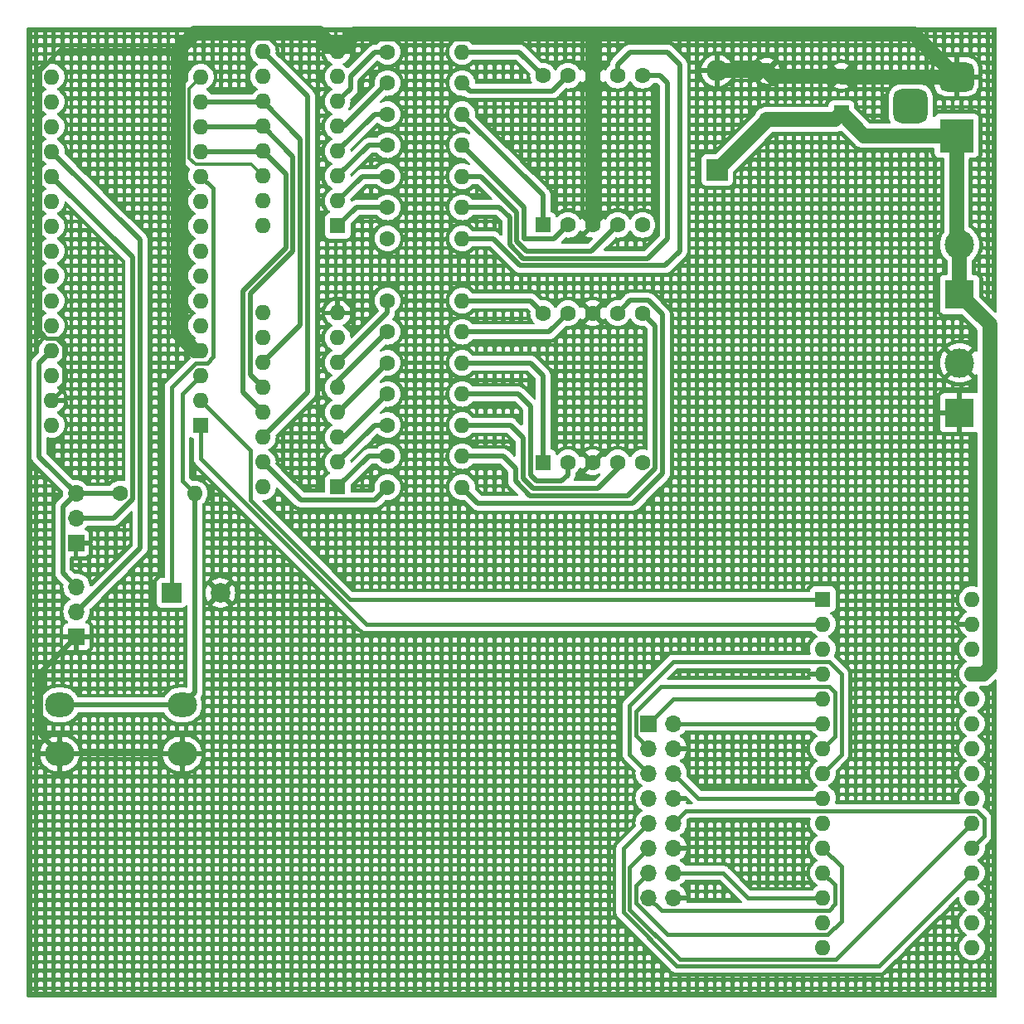
<source format=gbr>
%TF.GenerationSoftware,KiCad,Pcbnew,7.0.6*%
%TF.CreationDate,2023-10-09T17:48:47+13:00*%
%TF.ProjectId,Final Project KiCAD designs,46696e61-6c20-4507-926f-6a656374204b,1*%
%TF.SameCoordinates,Original*%
%TF.FileFunction,Copper,L1,Top*%
%TF.FilePolarity,Positive*%
%FSLAX46Y46*%
G04 Gerber Fmt 4.6, Leading zero omitted, Abs format (unit mm)*
G04 Created by KiCad (PCBNEW 7.0.6) date 2023-10-09 17:48:47*
%MOMM*%
%LPD*%
G01*
G04 APERTURE LIST*
G04 Aperture macros list*
%AMRoundRect*
0 Rectangle with rounded corners*
0 $1 Rounding radius*
0 $2 $3 $4 $5 $6 $7 $8 $9 X,Y pos of 4 corners*
0 Add a 4 corners polygon primitive as box body*
4,1,4,$2,$3,$4,$5,$6,$7,$8,$9,$2,$3,0*
0 Add four circle primitives for the rounded corners*
1,1,$1+$1,$2,$3*
1,1,$1+$1,$4,$5*
1,1,$1+$1,$6,$7*
1,1,$1+$1,$8,$9*
0 Add four rect primitives between the rounded corners*
20,1,$1+$1,$2,$3,$4,$5,0*
20,1,$1+$1,$4,$5,$6,$7,0*
20,1,$1+$1,$6,$7,$8,$9,0*
20,1,$1+$1,$8,$9,$2,$3,0*%
G04 Aperture macros list end*
%TA.AperFunction,ComponentPad*%
%ADD10R,1.600000X1.600000*%
%TD*%
%TA.AperFunction,ComponentPad*%
%ADD11O,1.600000X1.600000*%
%TD*%
%TA.AperFunction,ComponentPad*%
%ADD12C,1.600000*%
%TD*%
%TA.AperFunction,ComponentPad*%
%ADD13O,3.000000X2.500000*%
%TD*%
%TA.AperFunction,ComponentPad*%
%ADD14R,1.700000X1.700000*%
%TD*%
%TA.AperFunction,ComponentPad*%
%ADD15O,1.700000X1.700000*%
%TD*%
%TA.AperFunction,ComponentPad*%
%ADD16R,3.000000X3.000000*%
%TD*%
%TA.AperFunction,ComponentPad*%
%ADD17C,3.000000*%
%TD*%
%TA.AperFunction,ComponentPad*%
%ADD18R,3.500000X3.500000*%
%TD*%
%TA.AperFunction,ComponentPad*%
%ADD19RoundRect,0.750000X-1.000000X0.750000X-1.000000X-0.750000X1.000000X-0.750000X1.000000X0.750000X0*%
%TD*%
%TA.AperFunction,ComponentPad*%
%ADD20RoundRect,0.875000X-0.875000X0.875000X-0.875000X-0.875000X0.875000X-0.875000X0.875000X0.875000X0*%
%TD*%
%TA.AperFunction,ComponentPad*%
%ADD21R,2.200000X2.200000*%
%TD*%
%TA.AperFunction,ComponentPad*%
%ADD22O,2.200000X2.200000*%
%TD*%
%TA.AperFunction,ComponentPad*%
%ADD23R,2.000000X2.000000*%
%TD*%
%TA.AperFunction,ComponentPad*%
%ADD24C,2.000000*%
%TD*%
%TA.AperFunction,Conductor*%
%ADD25C,1.500000*%
%TD*%
%TA.AperFunction,Conductor*%
%ADD26C,0.400000*%
%TD*%
%TA.AperFunction,Conductor*%
%ADD27C,0.500000*%
%TD*%
%TA.AperFunction,Conductor*%
%ADD28C,0.300000*%
%TD*%
G04 APERTURE END LIST*
D10*
%TO.P,U1,1,QB*%
%TO.N,Net-(U1-QB)*%
X52060000Y-40625000D03*
D11*
%TO.P,U1,2,QC*%
%TO.N,Net-(U1-QC)*%
X52060000Y-38085000D03*
%TO.P,U1,3,QD*%
%TO.N,Net-(U1-QD)*%
X52060000Y-35545000D03*
%TO.P,U1,4,QE*%
%TO.N,Net-(U1-QE)*%
X52060000Y-33005000D03*
%TO.P,U1,5,QF*%
%TO.N,Net-(U1-QF)*%
X52060000Y-30465000D03*
%TO.P,U1,6,QG*%
%TO.N,Net-(U1-QG)*%
X52060000Y-27925000D03*
%TO.P,U1,7,QH*%
%TO.N,unconnected-(U1-QH-Pad7)*%
X52060000Y-25385000D03*
%TO.P,U1,8,GND*%
%TO.N,GND*%
X52060000Y-22845000D03*
%TO.P,U1,9,QH'*%
%TO.N,Net-(U1-QH')*%
X44440000Y-22845000D03*
%TO.P,U1,10,~{SRCLR}*%
%TO.N,+5V*%
X44440000Y-25385000D03*
%TO.P,U1,11,SRCLK*%
%TO.N,Net-(A1-D11)*%
X44440000Y-27925000D03*
%TO.P,U1,12,RCLK*%
%TO.N,Net-(A1-D10)*%
X44440000Y-30465000D03*
%TO.P,U1,13,~{OE}*%
%TO.N,Net-(A1-D9)*%
X44440000Y-33005000D03*
%TO.P,U1,14,SER*%
%TO.N,Net-(A1-D12)*%
X44440000Y-35545000D03*
%TO.P,U1,15,QA*%
%TO.N,Net-(U1-QA)*%
X44440000Y-38085000D03*
%TO.P,U1,16,VCC*%
%TO.N,+5V*%
X44440000Y-40625000D03*
%TD*%
D10*
%TO.P,U4,1,E*%
%TO.N,Net-(U4-E)*%
X73025000Y-64770000D03*
D12*
%TO.P,U4,2,D*%
%TO.N,Net-(U4-D)*%
X75565000Y-64770000D03*
%TO.P,U4,3,CA*%
%TO.N,GND*%
X78105000Y-64770000D03*
%TO.P,U4,4,C*%
%TO.N,Net-(U4-C)*%
X80645000Y-64770000D03*
%TO.P,U4,5,DP*%
%TO.N,unconnected-(U4-DP-Pad5)*%
X83185000Y-64770000D03*
%TO.P,U4,6,B*%
%TO.N,Net-(U4-B)*%
X83185000Y-49530000D03*
%TO.P,U4,7,A*%
%TO.N,Net-(U4-A)*%
X80645000Y-49530000D03*
%TO.P,U4,8,CA*%
%TO.N,GND*%
X78105000Y-49530000D03*
%TO.P,U4,9,F*%
%TO.N,Net-(U4-F)*%
X75565000Y-49530000D03*
%TO.P,U4,10,G*%
%TO.N,Net-(U4-G)*%
X73025000Y-49530000D03*
%TD*%
D10*
%TO.P,U3,1,E*%
%TO.N,Net-(U3-E)*%
X73025000Y-40517500D03*
D12*
%TO.P,U3,2,D*%
%TO.N,Net-(U3-D)*%
X75565000Y-40517500D03*
%TO.P,U3,3,CA*%
%TO.N,GND*%
X78105000Y-40517500D03*
%TO.P,U3,4,C*%
%TO.N,Net-(U3-C)*%
X80645000Y-40517500D03*
%TO.P,U3,5,DP*%
%TO.N,unconnected-(U3-DP-Pad5)*%
X83185000Y-40517500D03*
%TO.P,U3,6,B*%
%TO.N,Net-(U3-B)*%
X83185000Y-25277500D03*
%TO.P,U3,7,A*%
%TO.N,Net-(U3-A)*%
X80645000Y-25277500D03*
%TO.P,U3,8,CA*%
%TO.N,GND*%
X78105000Y-25277500D03*
%TO.P,U3,9,F*%
%TO.N,Net-(U3-F)*%
X75565000Y-25277500D03*
%TO.P,U3,10,G*%
%TO.N,Net-(U3-G)*%
X73025000Y-25277500D03*
%TD*%
D10*
%TO.P,U2,1,QB*%
%TO.N,Net-(U2-QB)*%
X52060000Y-67295000D03*
D11*
%TO.P,U2,2,QC*%
%TO.N,Net-(U2-QC)*%
X52060000Y-64755000D03*
%TO.P,U2,3,QD*%
%TO.N,Net-(U2-QD)*%
X52060000Y-62215000D03*
%TO.P,U2,4,QE*%
%TO.N,Net-(U2-QE)*%
X52060000Y-59675000D03*
%TO.P,U2,5,QF*%
%TO.N,Net-(U2-QF)*%
X52060000Y-57135000D03*
%TO.P,U2,6,QG*%
%TO.N,Net-(U2-QG)*%
X52060000Y-54595000D03*
%TO.P,U2,7,QH*%
%TO.N,unconnected-(U2-QH-Pad7)*%
X52060000Y-52055000D03*
%TO.P,U2,8,GND*%
%TO.N,GND*%
X52060000Y-49515000D03*
%TO.P,U2,9,QH'*%
%TO.N,unconnected-(U2-QH'-Pad9)*%
X44440000Y-49515000D03*
%TO.P,U2,10,~{SRCLR}*%
%TO.N,+5V*%
X44440000Y-52055000D03*
%TO.P,U2,11,SRCLK*%
%TO.N,Net-(A1-D11)*%
X44440000Y-54595000D03*
%TO.P,U2,12,RCLK*%
%TO.N,Net-(A1-D10)*%
X44440000Y-57135000D03*
%TO.P,U2,13,~{OE}*%
%TO.N,Net-(A1-D9)*%
X44440000Y-59675000D03*
%TO.P,U2,14,SER*%
%TO.N,Net-(U1-QH')*%
X44440000Y-62215000D03*
%TO.P,U2,15,QA*%
%TO.N,Net-(U2-QA)*%
X44440000Y-64755000D03*
%TO.P,U2,16,VCC*%
%TO.N,+5V*%
X44440000Y-67295000D03*
%TD*%
D13*
%TO.P,SW1,1,1*%
%TO.N,Net-(A1-~{RESET}-Pad3)*%
X36195000Y-89535000D03*
X23695000Y-89535000D03*
%TO.P,SW1,2,2*%
%TO.N,GND*%
X23695000Y-94535000D03*
X36195000Y-94535000D03*
%TD*%
D14*
%TO.P,RV2,1,1*%
%TO.N,GND*%
X25330000Y-73025000D03*
D15*
%TO.P,RV2,2,2*%
%TO.N,Net-(A1-A1)*%
X25330000Y-70485000D03*
%TO.P,RV2,3,3*%
%TO.N,+5V*%
X25330000Y-67945000D03*
%TD*%
D14*
%TO.P,RV1,1,1*%
%TO.N,GND*%
X25400000Y-82550000D03*
D15*
%TO.P,RV1,2,2*%
%TO.N,Net-(A1-A0)*%
X25400000Y-80010000D03*
%TO.P,RV1,3,3*%
%TO.N,+5V*%
X25400000Y-77470000D03*
%TD*%
D12*
%TO.P,R15,1*%
%TO.N,+5V*%
X29845000Y-67945000D03*
D11*
%TO.P,R15,2*%
%TO.N,Net-(A1-~{RESET}-Pad3)*%
X37465000Y-67945000D03*
%TD*%
D12*
%TO.P,R14,1*%
%TO.N,Net-(U2-QG)*%
X57150000Y-48260000D03*
D11*
%TO.P,R14,2*%
%TO.N,Net-(U4-G)*%
X64770000Y-48260000D03*
%TD*%
D12*
%TO.P,R13,1*%
%TO.N,Net-(U2-QF)*%
X57150000Y-51435000D03*
D11*
%TO.P,R13,2*%
%TO.N,Net-(U4-F)*%
X64770000Y-51435000D03*
%TD*%
D12*
%TO.P,R12,1*%
%TO.N,Net-(U2-QE)*%
X57150000Y-54610000D03*
D11*
%TO.P,R12,2*%
%TO.N,Net-(U4-E)*%
X64770000Y-54610000D03*
%TD*%
D12*
%TO.P,R11,1*%
%TO.N,Net-(U2-QD)*%
X57150000Y-57785000D03*
D11*
%TO.P,R11,2*%
%TO.N,Net-(U4-D)*%
X64770000Y-57785000D03*
%TD*%
%TO.P,R10,2*%
%TO.N,Net-(U4-C)*%
X64770000Y-60960000D03*
D12*
%TO.P,R10,1*%
%TO.N,Net-(U2-QC)*%
X57150000Y-60960000D03*
%TD*%
%TO.P,R9,1*%
%TO.N,Net-(U2-QB)*%
X57150000Y-64135000D03*
D11*
%TO.P,R9,2*%
%TO.N,Net-(U4-B)*%
X64770000Y-64135000D03*
%TD*%
D12*
%TO.P,R8,1*%
%TO.N,Net-(U2-QA)*%
X57150000Y-67310000D03*
D11*
%TO.P,R8,2*%
%TO.N,Net-(U4-A)*%
X64770000Y-67310000D03*
%TD*%
D12*
%TO.P,R7,1*%
%TO.N,Net-(U1-QG)*%
X57150000Y-22860000D03*
D11*
%TO.P,R7,2*%
%TO.N,Net-(U3-G)*%
X64770000Y-22860000D03*
%TD*%
D12*
%TO.P,R6,1*%
%TO.N,Net-(U1-QF)*%
X57150000Y-26035000D03*
D11*
%TO.P,R6,2*%
%TO.N,Net-(U3-F)*%
X64770000Y-26035000D03*
%TD*%
D12*
%TO.P,R5,1*%
%TO.N,Net-(U1-QE)*%
X57150000Y-29210000D03*
D11*
%TO.P,R5,2*%
%TO.N,Net-(U3-E)*%
X64770000Y-29210000D03*
%TD*%
D12*
%TO.P,R4,1*%
%TO.N,Net-(U1-QD)*%
X57150000Y-32385000D03*
D11*
%TO.P,R4,2*%
%TO.N,Net-(U3-D)*%
X64770000Y-32385000D03*
%TD*%
%TO.P,R3,2*%
%TO.N,Net-(U3-C)*%
X64770000Y-35560000D03*
D12*
%TO.P,R3,1*%
%TO.N,Net-(U1-QC)*%
X57150000Y-35560000D03*
%TD*%
D11*
%TO.P,R2,2*%
%TO.N,Net-(U3-B)*%
X64770000Y-38735000D03*
D12*
%TO.P,R2,1*%
%TO.N,Net-(U1-QB)*%
X57150000Y-38735000D03*
%TD*%
%TO.P,R1,1*%
%TO.N,Net-(U1-QA)*%
X57150000Y-41910000D03*
D11*
%TO.P,R1,2*%
%TO.N,Net-(U3-A)*%
X64770000Y-41910000D03*
%TD*%
D16*
%TO.P,Display Gnd,1,Pin_1*%
%TO.N,GND*%
X115570000Y-59690000D03*
D17*
%TO.P,Display Gnd,2,Pin_2*%
X115570000Y-54610000D03*
%TD*%
%TO.P,Display 5V,2,Pin_2*%
%TO.N,+5V*%
X115570000Y-42545000D03*
D16*
%TO.P,Display 5V,1,Pin_1*%
X115570000Y-47625000D03*
%TD*%
D18*
%TO.P,J2,1*%
%TO.N,+5V*%
X115257500Y-31400000D03*
D19*
%TO.P,J2,2*%
%TO.N,GND*%
X115257500Y-25400000D03*
D20*
%TO.P,J2,3*%
%TO.N,N/C*%
X110557500Y-28400000D03*
%TD*%
D14*
%TO.P,J1,1,Pin_1*%
%TO.N,R0*%
X83820000Y-91440000D03*
D15*
%TO.P,J1,2,Pin_16*%
%TO.N,G0*%
X86360000Y-91440000D03*
%TO.P,J1,3*%
%TO.N,B0*%
X83820000Y-93980000D03*
%TO.P,J1,4,Pin_15*%
%TO.N,GND*%
X86360000Y-93980000D03*
%TO.P,J1,5,Pin_3*%
%TO.N,R1*%
X83820000Y-96520000D03*
%TO.P,J1,6,Pin_14*%
%TO.N,G1*%
X86360000Y-96520000D03*
%TO.P,J1,7,Pin_4*%
%TO.N,B1*%
X83820000Y-99060000D03*
%TO.P,J1,8,Pin_13*%
%TO.N,GND*%
X86360000Y-99060000D03*
%TO.P,J1,9,Pin_5*%
%TO.N,RowA*%
X83820000Y-101600000D03*
%TO.P,J1,10,Pin_12*%
%TO.N,RowB*%
X86360000Y-101600000D03*
%TO.P,J1,11,Pin_6*%
%TO.N,RowC*%
X83820000Y-104140000D03*
%TO.P,J1,12,Pin_11*%
%TO.N,GND*%
X86360000Y-104140000D03*
%TO.P,J1,13,Pin_7*%
%TO.N,CLK*%
X83820000Y-106680000D03*
%TO.P,J1,14,Pin_10*%
%TO.N,LAT*%
X86360000Y-106680000D03*
%TO.P,J1,15,Pin_8*%
%TO.N,OE*%
X83820000Y-109220000D03*
%TO.P,J1,16,Pin_9*%
%TO.N,GND*%
X86360000Y-109220000D03*
%TD*%
D21*
%TO.P,D1,1,K*%
%TO.N,+5V*%
X90805000Y-34925000D03*
D22*
%TO.P,D1,2,A*%
%TO.N,GND*%
X90805000Y-24765000D03*
%TD*%
D12*
%TO.P,C2,1*%
%TO.N,+5V*%
X95885000Y-29765000D03*
%TO.P,C2,2*%
%TO.N,GND*%
X95885000Y-24765000D03*
%TD*%
%TO.P,C1,2*%
%TO.N,GND*%
X103505000Y-25307651D03*
D10*
%TO.P,C1,1*%
%TO.N,+5V*%
X103505000Y-29107651D03*
%TD*%
D23*
%TO.P,BZ1,1,-*%
%TO.N,Net-(A1-D8)*%
X35094216Y-78105000D03*
D24*
%TO.P,BZ1,2,+*%
%TO.N,GND*%
X40094216Y-78105000D03*
%TD*%
D10*
%TO.P,A2,1,D1/TX*%
%TO.N,Net-(A1-D0{slash}RX)*%
X101600000Y-78740000D03*
D11*
%TO.P,A2,2,D0/RX*%
%TO.N,Net-(A1-D1{slash}TX)*%
X101600000Y-81280000D03*
%TO.P,A2,3,~{RESET}*%
%TO.N,unconnected-(A2-~{RESET}-Pad3)*%
X101600000Y-83820000D03*
%TO.P,A2,4,GND*%
%TO.N,GND*%
X101600000Y-86360000D03*
%TO.P,A2,5,D2*%
%TO.N,R0*%
X101600000Y-88900000D03*
%TO.P,A2,6,D3*%
%TO.N,G0*%
X101600000Y-91440000D03*
%TO.P,A2,7,D4*%
%TO.N,B0*%
X101600000Y-93980000D03*
%TO.P,A2,8,D5*%
%TO.N,R1*%
X101600000Y-96520000D03*
%TO.P,A2,9,D6*%
%TO.N,G1*%
X101600000Y-99060000D03*
%TO.P,A2,10,D7*%
%TO.N,B1*%
X101600000Y-101600000D03*
%TO.P,A2,11,D8*%
%TO.N,CLK*%
X101600000Y-104140000D03*
%TO.P,A2,12,D9*%
%TO.N,OE*%
X101600000Y-106680000D03*
%TO.P,A2,13,D10*%
%TO.N,LAT*%
X101600000Y-109220000D03*
%TO.P,A2,14,D11*%
%TO.N,unconnected-(A2-D11-Pad14)*%
X101600000Y-111760000D03*
%TO.P,A2,15,D12*%
%TO.N,unconnected-(A2-D12-Pad15)*%
X101600000Y-114300000D03*
%TO.P,A2,16,D13*%
%TO.N,unconnected-(A2-D13-Pad16)*%
X116840000Y-114300000D03*
%TO.P,A2,17,3V3*%
%TO.N,unconnected-(A2-3V3-Pad17)*%
X116840000Y-111760000D03*
%TO.P,A2,18,AREF*%
%TO.N,unconnected-(A2-AREF-Pad18)*%
X116840000Y-109220000D03*
%TO.P,A2,19,A0*%
%TO.N,RowA*%
X116840000Y-106680000D03*
%TO.P,A2,20,A1*%
%TO.N,RowB*%
X116840000Y-104140000D03*
%TO.P,A2,21,A2*%
%TO.N,RowC*%
X116840000Y-101600000D03*
%TO.P,A2,22,A3*%
%TO.N,unconnected-(A2-A3-Pad22)*%
X116840000Y-99060000D03*
%TO.P,A2,23,A4*%
%TO.N,unconnected-(A2-A4-Pad23)*%
X116840000Y-96520000D03*
%TO.P,A2,24,A5*%
%TO.N,unconnected-(A2-A5-Pad24)*%
X116840000Y-93980000D03*
%TO.P,A2,25,A6*%
%TO.N,unconnected-(A2-A6-Pad25)*%
X116840000Y-91440000D03*
%TO.P,A2,26,A7*%
%TO.N,unconnected-(A2-A7-Pad26)*%
X116840000Y-88900000D03*
%TO.P,A2,27,+5V*%
%TO.N,+5V*%
X116840000Y-86360000D03*
%TO.P,A2,28,~{RESET}*%
%TO.N,unconnected-(A2-~{RESET}-Pad28)*%
X116840000Y-83820000D03*
%TO.P,A2,29,GND*%
%TO.N,GND*%
X116840000Y-81280000D03*
%TO.P,A2,30,VIN*%
%TO.N,unconnected-(A2-VIN-Pad30)*%
X116840000Y-78740000D03*
%TD*%
D10*
%TO.P,A1,1,D1/TX*%
%TO.N,Net-(A1-D1{slash}TX)*%
X38100000Y-60960000D03*
D11*
%TO.P,A1,2,D0/RX*%
%TO.N,Net-(A1-D0{slash}RX)*%
X38100000Y-58420000D03*
%TO.P,A1,3,~{RESET}*%
%TO.N,Net-(A1-~{RESET}-Pad3)*%
X38100000Y-55880000D03*
%TO.P,A1,4,GND*%
%TO.N,GND*%
X38100000Y-53340000D03*
%TO.P,A1,5,D2*%
%TO.N,unconnected-(A1-D2-Pad5)*%
X38100000Y-50800000D03*
%TO.P,A1,6,D3*%
%TO.N,unconnected-(A1-D3-Pad6)*%
X38100000Y-48260000D03*
%TO.P,A1,7,D4*%
%TO.N,unconnected-(A1-D4-Pad7)*%
X38100000Y-45720000D03*
%TO.P,A1,8,D5*%
%TO.N,unconnected-(A1-D5-Pad8)*%
X38100000Y-43180000D03*
%TO.P,A1,9,D6*%
%TO.N,unconnected-(A1-D6-Pad9)*%
X38100000Y-40640000D03*
%TO.P,A1,10,D7*%
%TO.N,unconnected-(A1-D7-Pad10)*%
X38100000Y-38100000D03*
%TO.P,A1,11,D8*%
%TO.N,Net-(A1-D8)*%
X38100000Y-35560000D03*
%TO.P,A1,12,D9*%
%TO.N,Net-(A1-D9)*%
X38100000Y-33020000D03*
%TO.P,A1,13,D10*%
%TO.N,Net-(A1-D10)*%
X38100000Y-30480000D03*
%TO.P,A1,14,D11*%
%TO.N,Net-(A1-D11)*%
X38100000Y-27940000D03*
%TO.P,A1,15,D12*%
%TO.N,Net-(A1-D12)*%
X38100000Y-25400000D03*
%TO.P,A1,16,D13*%
%TO.N,unconnected-(A1-D13-Pad16)*%
X22860000Y-25400000D03*
%TO.P,A1,17,3V3*%
%TO.N,unconnected-(A1-3V3-Pad17)*%
X22860000Y-27940000D03*
%TO.P,A1,18,AREF*%
%TO.N,unconnected-(A1-AREF-Pad18)*%
X22860000Y-30480000D03*
%TO.P,A1,19,A0*%
%TO.N,Net-(A1-A0)*%
X22860000Y-33020000D03*
%TO.P,A1,20,A1*%
%TO.N,Net-(A1-A1)*%
X22860000Y-35560000D03*
%TO.P,A1,21,A2*%
%TO.N,unconnected-(A1-A2-Pad21)*%
X22860000Y-38100000D03*
%TO.P,A1,22,A3*%
%TO.N,unconnected-(A1-A3-Pad22)*%
X22860000Y-40640000D03*
%TO.P,A1,23,A4*%
%TO.N,unconnected-(A1-A4-Pad23)*%
X22860000Y-43180000D03*
%TO.P,A1,24,A5*%
%TO.N,unconnected-(A1-A5-Pad24)*%
X22860000Y-45720000D03*
%TO.P,A1,25,A6*%
%TO.N,unconnected-(A1-A6-Pad25)*%
X22860000Y-48260000D03*
%TO.P,A1,26,A7*%
%TO.N,unconnected-(A1-A7-Pad26)*%
X22860000Y-50800000D03*
%TO.P,A1,27,+5V*%
%TO.N,+5V*%
X22860000Y-53340000D03*
%TO.P,A1,28,~{RESET}*%
%TO.N,unconnected-(A1-~{RESET}-Pad28)*%
X22860000Y-55880000D03*
%TO.P,A1,29,GND*%
%TO.N,GND*%
X22860000Y-58420000D03*
%TO.P,A1,30,VIN*%
%TO.N,unconnected-(A1-VIN-Pad30)*%
X22860000Y-60960000D03*
%TD*%
D25*
%TO.N,+5V*%
X118640000Y-85691370D02*
X117971370Y-86360000D01*
X117971370Y-86360000D02*
X116840000Y-86360000D01*
X115570000Y-47625000D02*
X118640000Y-50695000D01*
X118640000Y-50695000D02*
X118640000Y-85691370D01*
D26*
%TO.N,R1*%
X103500000Y-94620000D02*
X101600000Y-96520000D01*
X103500000Y-86355000D02*
X103500000Y-94620000D01*
X86340000Y-85110000D02*
X102255000Y-85110000D01*
X81870000Y-89580000D02*
X86340000Y-85110000D01*
X81870000Y-94570000D02*
X81870000Y-89580000D01*
X83820000Y-96520000D02*
X81870000Y-94570000D01*
X102255000Y-85110000D02*
X103500000Y-86355000D01*
%TO.N,B0*%
X102255000Y-87650000D02*
X102850000Y-88245000D01*
X102850000Y-88245000D02*
X102850000Y-92730000D01*
X85070000Y-87650000D02*
X102255000Y-87650000D01*
X82520000Y-90200000D02*
X85070000Y-87650000D01*
X102850000Y-92730000D02*
X101600000Y-93980000D01*
X82520000Y-92680000D02*
X82520000Y-90200000D01*
X83820000Y-93980000D02*
X82520000Y-92680000D01*
%TO.N,R0*%
X86360000Y-88900000D02*
X101600000Y-88900000D01*
X83820000Y-91440000D02*
X86360000Y-88900000D01*
%TO.N,G0*%
X86360000Y-91440000D02*
X101600000Y-91440000D01*
%TO.N,G1*%
X86360000Y-96520000D02*
X88900000Y-99060000D01*
X88900000Y-99060000D02*
X101600000Y-99060000D01*
%TO.N,RowA*%
X107320000Y-116200000D02*
X116840000Y-106680000D01*
X86705761Y-116200000D02*
X107320000Y-116200000D01*
X81220000Y-110714238D02*
X86705761Y-116200000D01*
X81220000Y-104200000D02*
X81220000Y-110714238D01*
X83820000Y-101600000D02*
X81220000Y-104200000D01*
%TO.N,RowB*%
X118090000Y-101082233D02*
X118090000Y-102890000D01*
X117357767Y-100350000D02*
X118090000Y-101082233D01*
X118090000Y-102890000D02*
X116840000Y-104140000D01*
X87610000Y-100350000D02*
X117357767Y-100350000D01*
X86360000Y-101600000D02*
X87610000Y-100350000D01*
%TO.N,RowC*%
X102890000Y-115550000D02*
X116840000Y-101600000D01*
X86975000Y-115550000D02*
X102890000Y-115550000D01*
X81870000Y-110445000D02*
X86975000Y-115550000D01*
X83820000Y-104140000D02*
X81870000Y-106090000D01*
X81870000Y-106090000D02*
X81870000Y-110445000D01*
%TO.N,CLK*%
X82520000Y-107980000D02*
X83820000Y-106680000D01*
X82520000Y-109758478D02*
X82520000Y-107980000D01*
X85771522Y-113010000D02*
X82520000Y-109758478D01*
X102117767Y-113010000D02*
X85771522Y-113010000D01*
X103500000Y-111627767D02*
X102117767Y-113010000D01*
X103500000Y-106040000D02*
X103500000Y-111627767D01*
X101600000Y-104140000D02*
X103500000Y-106040000D01*
%TO.N,OE*%
X102235000Y-110490000D02*
X86928478Y-110490000D01*
X102850000Y-109875000D02*
X102235000Y-110490000D01*
X86928478Y-110490000D02*
X86898478Y-110520000D01*
X85120000Y-110520000D02*
X83820000Y-109220000D01*
X102850000Y-107930000D02*
X102850000Y-109875000D01*
X101600000Y-106680000D02*
X102850000Y-107930000D01*
X86898478Y-110520000D02*
X85120000Y-110520000D01*
%TO.N,LAT*%
X93980000Y-109220000D02*
X101600000Y-109220000D01*
X91440000Y-106680000D02*
X93980000Y-109220000D01*
X86360000Y-106680000D02*
X91440000Y-106680000D01*
D27*
%TO.N,Net-(A1-~{RESET}-Pad3)*%
X36195000Y-89535000D02*
X23695000Y-89535000D01*
D26*
%TO.N,GND*%
X36195000Y-94535000D02*
X23695000Y-94535000D01*
D25*
%TO.N,+5V*%
X115570000Y-42545000D02*
X115570000Y-47625000D01*
X115257500Y-42232500D02*
X115570000Y-42545000D01*
X115257500Y-31400000D02*
X115257500Y-42232500D01*
D26*
%TO.N,Net-(A1-D1{slash}TX)*%
X54960762Y-81280000D02*
X101600000Y-81280000D01*
X38100000Y-60960000D02*
X38100000Y-64419238D01*
X38100000Y-64419238D02*
X54960762Y-81280000D01*
%TO.N,Net-(A1-D0{slash}RX)*%
X53340000Y-78740000D02*
X101600000Y-78740000D01*
X43190000Y-68590000D02*
X53340000Y-78740000D01*
X43190000Y-63510000D02*
X43190000Y-68590000D01*
X38100000Y-58420000D02*
X43190000Y-63510000D01*
%TO.N,Net-(A1-~{RESET}-Pad3)*%
X36195000Y-57785000D02*
X36195000Y-66675000D01*
X38100000Y-55880000D02*
X36195000Y-57785000D01*
X36195000Y-66675000D02*
X37465000Y-67945000D01*
%TO.N,Net-(A1-D8)*%
X37582233Y-54630000D02*
X35094216Y-57118017D01*
X39350000Y-53995000D02*
X38715000Y-54630000D01*
X38715000Y-54630000D02*
X37582233Y-54630000D01*
X35094216Y-57118017D02*
X35094216Y-78105000D01*
X39350000Y-36810000D02*
X39350000Y-53995000D01*
X38100000Y-35560000D02*
X39350000Y-36810000D01*
%TO.N,GND*%
X23685000Y-22670000D02*
X35750000Y-22670000D01*
X21610000Y-51317767D02*
X21610000Y-24745000D01*
X22362233Y-52070000D02*
X21610000Y-51317767D01*
X24110000Y-52822233D02*
X23357767Y-52070000D01*
X21610000Y-24745000D02*
X23685000Y-22670000D01*
X24110000Y-57170000D02*
X24110000Y-52822233D01*
X22860000Y-58420000D02*
X24110000Y-57170000D01*
X23357767Y-52070000D02*
X22362233Y-52070000D01*
D25*
X35750000Y-51625000D02*
X37465000Y-53340000D01*
X37465000Y-53340000D02*
X38100000Y-53340000D01*
X35750000Y-22670000D02*
X35750000Y-51625000D01*
X37465000Y-20955000D02*
X35750000Y-22670000D01*
X50170000Y-20955000D02*
X37465000Y-20955000D01*
X52060000Y-22845000D02*
X50170000Y-20955000D01*
X78105000Y-40517500D02*
X78105000Y-25277500D01*
X78105000Y-25277500D02*
X78105000Y-21060000D01*
X78105000Y-21060000D02*
X53845000Y-21060000D01*
X110917500Y-21060000D02*
X78105000Y-21060000D01*
X53845000Y-21060000D02*
X52060000Y-22845000D01*
X115257500Y-25400000D02*
X110917500Y-21060000D01*
%TO.N,+5V*%
X95885000Y-29845000D02*
X90805000Y-34925000D01*
X95885000Y-29765000D02*
X95885000Y-29845000D01*
%TO.N,GND*%
X90805000Y-24765000D02*
X95885000Y-24765000D01*
D27*
%TO.N,+5V*%
X21560000Y-64175000D02*
X21560000Y-54640000D01*
X21560000Y-54640000D02*
X22860000Y-53340000D01*
X25330000Y-67945000D02*
X21560000Y-64175000D01*
X23980000Y-69295000D02*
X25330000Y-67945000D01*
X23980000Y-76050000D02*
X23980000Y-69295000D01*
X25400000Y-77470000D02*
X23980000Y-76050000D01*
%TO.N,GND*%
X21695000Y-86255000D02*
X25400000Y-82550000D01*
X21695000Y-92535000D02*
X21695000Y-86255000D01*
X23695000Y-94535000D02*
X21695000Y-92535000D01*
%TO.N,Net-(A1-A0)*%
X31895000Y-42055000D02*
X22860000Y-33020000D01*
X31895000Y-73515000D02*
X31895000Y-42055000D01*
X25400000Y-80010000D02*
X31895000Y-73515000D01*
%TO.N,Net-(A1-A1)*%
X31145000Y-43845000D02*
X22860000Y-35560000D01*
X31145000Y-68483478D02*
X31145000Y-43845000D01*
X25330000Y-70485000D02*
X29143478Y-70485000D01*
X29143478Y-70485000D02*
X31145000Y-68483478D01*
%TO.N,+5V*%
X29845000Y-67945000D02*
X25330000Y-67945000D01*
%TO.N,Net-(A1-~{RESET}-Pad3)*%
X37465000Y-67945000D02*
X37465000Y-88265000D01*
X37465000Y-88265000D02*
X36195000Y-89535000D01*
D25*
%TO.N,+5V*%
X105797349Y-31400000D02*
X115257500Y-31400000D01*
X103505000Y-29107651D02*
X105797349Y-31400000D01*
X102847651Y-29765000D02*
X103505000Y-29107651D01*
X95885000Y-29765000D02*
X102847651Y-29765000D01*
%TO.N,GND*%
X96427651Y-25307651D02*
X95885000Y-24765000D01*
X103505000Y-25307651D02*
X96427651Y-25307651D01*
X103597349Y-25400000D02*
X103505000Y-25307651D01*
X115257500Y-25400000D02*
X103597349Y-25400000D01*
D27*
%TO.N,Net-(U4-G)*%
X71755000Y-48260000D02*
X73025000Y-49530000D01*
X64770000Y-48260000D02*
X71755000Y-48260000D01*
%TO.N,Net-(U4-F)*%
X73660000Y-51435000D02*
X75565000Y-49530000D01*
X64770000Y-51435000D02*
X73660000Y-51435000D01*
%TO.N,Net-(U4-A)*%
X81945000Y-48230000D02*
X80645000Y-49530000D01*
X82205000Y-68925000D02*
X85235000Y-65895000D01*
X83790000Y-48230000D02*
X81945000Y-48230000D01*
X66385000Y-68925000D02*
X82205000Y-68925000D01*
X64770000Y-67310000D02*
X66385000Y-68925000D01*
X85235000Y-65895000D02*
X85235000Y-49675000D01*
X85235000Y-49675000D02*
X83790000Y-48230000D01*
%TO.N,Net-(U4-B)*%
X84485000Y-50830000D02*
X83185000Y-49530000D01*
X70225000Y-66691320D02*
X71708680Y-68175000D01*
X71708680Y-68175000D02*
X81685000Y-68175000D01*
X81685000Y-68175000D02*
X84485000Y-65375000D01*
X70225000Y-65405000D02*
X70225000Y-66691320D01*
X68955000Y-64135000D02*
X70225000Y-65405000D01*
X64770000Y-64135000D02*
X68955000Y-64135000D01*
X84485000Y-65375000D02*
X84485000Y-50830000D01*
%TO.N,Net-(U4-C)*%
X80645000Y-65405000D02*
X80645000Y-64770000D01*
X78625000Y-67425000D02*
X80645000Y-65405000D01*
X72019340Y-67425000D02*
X78625000Y-67425000D01*
X70975000Y-66380660D02*
X72019340Y-67425000D01*
X70975000Y-62230000D02*
X70975000Y-66380660D01*
X69705000Y-60960000D02*
X70975000Y-62230000D01*
X64770000Y-60960000D02*
X69705000Y-60960000D01*
%TO.N,Net-(U4-D)*%
X75565000Y-66040000D02*
X75565000Y-64770000D01*
X74930000Y-66675000D02*
X75565000Y-66040000D01*
X71725000Y-66070000D02*
X72330000Y-66675000D01*
X71725000Y-59085000D02*
X71725000Y-66070000D01*
X71755000Y-59055000D02*
X71725000Y-59085000D01*
X72330000Y-66675000D02*
X74930000Y-66675000D01*
X70485000Y-57785000D02*
X71755000Y-59055000D01*
X64770000Y-57785000D02*
X70485000Y-57785000D01*
%TO.N,Net-(U4-E)*%
X73025000Y-55880000D02*
X73025000Y-64770000D01*
X71755000Y-54610000D02*
X73025000Y-55880000D01*
X64770000Y-54610000D02*
X71755000Y-54610000D01*
%TO.N,Net-(U2-QA)*%
X55865000Y-68595000D02*
X48280000Y-68595000D01*
X57150000Y-67310000D02*
X55865000Y-68595000D01*
X48280000Y-68595000D02*
X44440000Y-64755000D01*
%TO.N,Net-(U2-QB)*%
X55220000Y-64135000D02*
X52060000Y-67295000D01*
X57150000Y-64135000D02*
X55220000Y-64135000D01*
%TO.N,Net-(U2-QC)*%
X55855000Y-60960000D02*
X52060000Y-64755000D01*
X57150000Y-60960000D02*
X55855000Y-60960000D01*
%TO.N,Net-(U2-QD)*%
X52720000Y-62215000D02*
X52060000Y-62215000D01*
X57150000Y-57785000D02*
X52720000Y-62215000D01*
%TO.N,Net-(U2-QE)*%
X52085000Y-59675000D02*
X52060000Y-59675000D01*
X57150000Y-54610000D02*
X52085000Y-59675000D01*
%TO.N,Net-(U2-QF)*%
X52060000Y-56525000D02*
X52060000Y-57135000D01*
X57150000Y-51435000D02*
X52060000Y-56525000D01*
%TO.N,Net-(U2-QG)*%
X57150000Y-48260000D02*
X57150000Y-49505000D01*
X57150000Y-49505000D02*
X52060000Y-54595000D01*
%TO.N,Net-(U3-E)*%
X73025000Y-37465000D02*
X73025000Y-40517500D01*
X64770000Y-29210000D02*
X73025000Y-37465000D01*
%TO.N,Net-(U3-A)*%
X80645000Y-24130000D02*
X80645000Y-25277500D01*
X85725000Y-22860000D02*
X81915000Y-22860000D01*
X86995000Y-43180000D02*
X86995000Y-24130000D01*
X86995000Y-24130000D02*
X85725000Y-22860000D01*
X81915000Y-22860000D02*
X80645000Y-24130000D01*
X70708020Y-44680000D02*
X85495000Y-44680000D01*
X67938020Y-41910000D02*
X70708020Y-44680000D01*
X85495000Y-44680000D02*
X86995000Y-43180000D01*
X64770000Y-41910000D02*
X67938020Y-41910000D01*
%TO.N,Net-(U3-B)*%
X84967500Y-25277500D02*
X83185000Y-25277500D01*
X85725000Y-26035000D02*
X84967500Y-25277500D01*
X69620000Y-42531320D02*
X71018680Y-43930000D01*
X69620000Y-39775000D02*
X69620000Y-42531320D01*
X85725000Y-41910000D02*
X85725000Y-26035000D01*
X68580000Y-38735000D02*
X69620000Y-39775000D01*
X67945000Y-38735000D02*
X68580000Y-38735000D01*
X71018680Y-43930000D02*
X83705000Y-43930000D01*
X83705000Y-43930000D02*
X85725000Y-41910000D01*
X64770000Y-38735000D02*
X67945000Y-38735000D01*
%TO.N,Net-(U3-C)*%
X71329340Y-43180000D02*
X77982500Y-43180000D01*
X70370000Y-42220660D02*
X71329340Y-43180000D01*
X70370000Y-39255000D02*
X70370000Y-42220660D01*
X77982500Y-43180000D02*
X80645000Y-40517500D01*
X66675000Y-35560000D02*
X70370000Y-39255000D01*
X64770000Y-35560000D02*
X66675000Y-35560000D01*
%TO.N,Net-(U3-D)*%
X74172500Y-41910000D02*
X75565000Y-40517500D01*
X71120000Y-41910000D02*
X74172500Y-41910000D01*
X71120000Y-38735000D02*
X71120000Y-41910000D01*
X64770000Y-32385000D02*
X71120000Y-38735000D01*
%TO.N,Net-(U3-F)*%
X74007501Y-26834999D02*
X75565000Y-25277500D01*
X64770000Y-26035000D02*
X65569999Y-26834999D01*
X65569999Y-26834999D02*
X74007501Y-26834999D01*
%TO.N,Net-(U3-G)*%
X70607500Y-22860000D02*
X73025000Y-25277500D01*
X64770000Y-22860000D02*
X70607500Y-22860000D01*
%TO.N,Net-(U1-QB)*%
X53950000Y-38735000D02*
X52060000Y-40625000D01*
X57150000Y-38735000D02*
X53950000Y-38735000D01*
%TO.N,Net-(U1-QC)*%
X57150000Y-35560000D02*
X54585000Y-35560000D01*
X54585000Y-35560000D02*
X52060000Y-38085000D01*
%TO.N,Net-(U1-QD)*%
X55220000Y-32385000D02*
X52060000Y-35545000D01*
X57150000Y-32385000D02*
X55220000Y-32385000D01*
%TO.N,Net-(U1-QE)*%
X55855000Y-29210000D02*
X52060000Y-33005000D01*
X57150000Y-29210000D02*
X55855000Y-29210000D01*
%TO.N,Net-(U1-QF)*%
X52720000Y-30465000D02*
X52060000Y-30465000D01*
X57150000Y-26035000D02*
X52720000Y-30465000D01*
%TO.N,Net-(U1-QG)*%
X53360000Y-25380000D02*
X55880000Y-22860000D01*
X55880000Y-22860000D02*
X57150000Y-22860000D01*
X53360000Y-26625000D02*
X53360000Y-25380000D01*
X52060000Y-27925000D02*
X53360000Y-26625000D01*
%TO.N,Net-(U1-QH')*%
X49010000Y-57645000D02*
X44440000Y-62215000D01*
X49010000Y-27415000D02*
X49010000Y-57645000D01*
X44440000Y-22845000D02*
X49010000Y-27415000D01*
%TO.N,Net-(A1-D9)*%
X42390000Y-47239340D02*
X42390000Y-57625000D01*
X46760000Y-35325000D02*
X46760000Y-42869340D01*
X46760000Y-42869340D02*
X42390000Y-47239340D01*
X42390000Y-57625000D02*
X44440000Y-59675000D01*
X44440000Y-33005000D02*
X46760000Y-35325000D01*
%TO.N,Net-(A1-D10)*%
X43140000Y-55835000D02*
X44440000Y-57135000D01*
X47510000Y-43180000D02*
X43140000Y-47550000D01*
X47510000Y-33535000D02*
X47510000Y-43180000D01*
X43140000Y-47550000D02*
X43140000Y-55835000D01*
X44440000Y-30465000D02*
X47510000Y-33535000D01*
%TO.N,Net-(A1-D11)*%
X48260000Y-50775000D02*
X44440000Y-54595000D01*
X48260000Y-31745000D02*
X48260000Y-50775000D01*
X44440000Y-27925000D02*
X48260000Y-31745000D01*
D28*
%TO.N,Net-(A1-D12)*%
X43255000Y-34360000D02*
X44440000Y-35545000D01*
X36900000Y-33725000D02*
X37535000Y-34360000D01*
X36900000Y-26600000D02*
X36900000Y-33725000D01*
X38100000Y-25400000D02*
X36900000Y-26600000D01*
X37535000Y-34360000D02*
X43255000Y-34360000D01*
D27*
%TO.N,Net-(A1-D9)*%
X44425000Y-33020000D02*
X44440000Y-33005000D01*
X38100000Y-33020000D02*
X44425000Y-33020000D01*
%TO.N,Net-(A1-D10)*%
X38100000Y-30480000D02*
X44425000Y-30480000D01*
X44425000Y-30480000D02*
X44440000Y-30465000D01*
%TO.N,Net-(A1-D11)*%
X44425000Y-27940000D02*
X44440000Y-27925000D01*
X38100000Y-27940000D02*
X44425000Y-27940000D01*
%TD*%
%TA.AperFunction,Conductor*%
%TO.N,GND*%
G36*
X31063834Y-69728525D02*
G01*
X31119767Y-69770397D01*
X31144184Y-69835861D01*
X31144500Y-69844707D01*
X31144500Y-73152769D01*
X31124815Y-73219808D01*
X31108181Y-73240450D01*
X26953584Y-77395046D01*
X26892261Y-77428531D01*
X26822569Y-77423547D01*
X26766636Y-77381675D01*
X26742375Y-77318172D01*
X26742175Y-77315891D01*
X26735063Y-77234592D01*
X26673903Y-77006337D01*
X26574035Y-76792171D01*
X26564686Y-76778818D01*
X26438494Y-76598597D01*
X26358000Y-76518103D01*
X26868000Y-76518103D01*
X26906595Y-76573223D01*
X26913018Y-76583307D01*
X26924403Y-76603027D01*
X26929927Y-76613634D01*
X27006953Y-76778818D01*
X27355205Y-76430567D01*
X27292638Y-76368000D01*
X26945362Y-76368000D01*
X26868000Y-76445362D01*
X26868000Y-76518103D01*
X26358000Y-76518103D01*
X26271402Y-76431506D01*
X26271395Y-76431501D01*
X26077834Y-76295967D01*
X26077830Y-76295965D01*
X26077829Y-76295965D01*
X25863663Y-76196097D01*
X25863659Y-76196096D01*
X25863655Y-76196094D01*
X25635413Y-76134938D01*
X25635403Y-76134936D01*
X25400001Y-76114341D01*
X25399998Y-76114341D01*
X25186986Y-76132977D01*
X25118486Y-76119210D01*
X25088498Y-76097130D01*
X24803382Y-75812014D01*
X25968000Y-75812014D01*
X25977673Y-75814606D01*
X25989087Y-75818203D01*
X26010499Y-75825999D01*
X26021538Y-75830571D01*
X26256353Y-75940068D01*
X26266954Y-75945586D01*
X26286692Y-75956980D01*
X26296781Y-75963408D01*
X26306195Y-75970000D01*
X26392638Y-75970000D01*
X26470000Y-75892637D01*
X26868000Y-75892637D01*
X26945362Y-75970000D01*
X27292638Y-75970000D01*
X27370000Y-75892637D01*
X27768000Y-75892637D01*
X27830567Y-75955205D01*
X28255205Y-75530567D01*
X28192638Y-75468000D01*
X27845362Y-75468000D01*
X27768000Y-75545362D01*
X27768000Y-75892637D01*
X27370000Y-75892637D01*
X27370000Y-75545362D01*
X27292638Y-75468000D01*
X26945362Y-75468000D01*
X26868000Y-75545362D01*
X26868000Y-75892637D01*
X26470000Y-75892637D01*
X26470000Y-75545362D01*
X26392638Y-75468000D01*
X26045362Y-75468000D01*
X25968000Y-75545362D01*
X25968000Y-75812014D01*
X24803382Y-75812014D01*
X24766819Y-75775451D01*
X24733334Y-75714128D01*
X24730500Y-75687770D01*
X24730500Y-75574276D01*
X25128500Y-75574276D01*
X25279579Y-75725355D01*
X25376657Y-75716863D01*
X25388603Y-75716341D01*
X25411397Y-75716341D01*
X25423343Y-75716863D01*
X25570000Y-75729694D01*
X25570000Y-75545362D01*
X25492638Y-75468000D01*
X25145362Y-75468000D01*
X25128500Y-75484862D01*
X25128500Y-75574276D01*
X24730500Y-75574276D01*
X24730500Y-75053137D01*
X25128500Y-75053137D01*
X25145362Y-75070000D01*
X25492638Y-75070000D01*
X25570000Y-74992638D01*
X25968000Y-74992638D01*
X26045362Y-75070000D01*
X26392638Y-75070000D01*
X26470000Y-74992637D01*
X26868000Y-74992637D01*
X26945362Y-75070000D01*
X27292638Y-75070000D01*
X27370000Y-74992637D01*
X27768000Y-74992637D01*
X27845362Y-75070000D01*
X28192638Y-75070000D01*
X28270000Y-74992637D01*
X28668000Y-74992637D01*
X28730567Y-75055205D01*
X29155205Y-74630567D01*
X29092638Y-74568000D01*
X28745362Y-74568000D01*
X28668000Y-74645362D01*
X28668000Y-74992637D01*
X28270000Y-74992637D01*
X28270000Y-74645362D01*
X28192638Y-74568000D01*
X27845362Y-74568000D01*
X27768000Y-74645362D01*
X27768000Y-74992637D01*
X27370000Y-74992637D01*
X27370000Y-74645362D01*
X27292638Y-74568000D01*
X26945362Y-74568000D01*
X26868000Y-74645362D01*
X26868000Y-74992637D01*
X26470000Y-74992637D01*
X26470000Y-74725265D01*
X26412985Y-74746531D01*
X26409314Y-74747771D01*
X26396631Y-74751618D01*
X26392889Y-74752626D01*
X26364902Y-74759238D01*
X26361113Y-74760010D01*
X26348061Y-74762245D01*
X26344220Y-74762780D01*
X26263424Y-74771467D01*
X26256102Y-74772056D01*
X26242135Y-74772804D01*
X26234809Y-74773000D01*
X25968000Y-74773000D01*
X25968000Y-74992638D01*
X25570000Y-74992638D01*
X25570000Y-74773000D01*
X25498801Y-74773000D01*
X25451348Y-74763561D01*
X25396217Y-74740725D01*
X25355989Y-74713846D01*
X25329999Y-74687857D01*
X25304012Y-74713845D01*
X25263783Y-74740725D01*
X25208652Y-74763561D01*
X25161199Y-74773000D01*
X25128500Y-74773000D01*
X25128500Y-75053137D01*
X24730500Y-75053137D01*
X24730500Y-74499000D01*
X24750185Y-74431961D01*
X24802989Y-74386206D01*
X24854500Y-74375000D01*
X25079999Y-74375000D01*
X25079999Y-73460501D01*
X25187685Y-73509680D01*
X25294237Y-73525000D01*
X25365763Y-73525000D01*
X25472315Y-73509680D01*
X25580000Y-73460501D01*
X25580000Y-74375000D01*
X26227828Y-74375000D01*
X26227844Y-74374999D01*
X26287372Y-74368598D01*
X26287379Y-74368596D01*
X26422086Y-74318354D01*
X26422093Y-74318350D01*
X26537187Y-74232190D01*
X26537190Y-74232187D01*
X26583744Y-74170000D01*
X27028401Y-74170000D01*
X27292638Y-74170000D01*
X27370000Y-74092637D01*
X27768000Y-74092637D01*
X27845362Y-74170000D01*
X28192638Y-74170000D01*
X28270000Y-74092637D01*
X28668000Y-74092637D01*
X28745362Y-74170000D01*
X29092638Y-74170000D01*
X29170000Y-74092637D01*
X29568000Y-74092637D01*
X29630567Y-74155205D01*
X30055205Y-73730567D01*
X29992638Y-73668000D01*
X29645362Y-73668000D01*
X29568000Y-73745362D01*
X29568000Y-74092637D01*
X29170000Y-74092637D01*
X29170000Y-73745362D01*
X29092638Y-73668000D01*
X28745362Y-73668000D01*
X28668000Y-73745362D01*
X28668000Y-74092637D01*
X28270000Y-74092637D01*
X28270000Y-73745362D01*
X28192638Y-73668000D01*
X27845362Y-73668000D01*
X27768000Y-73745362D01*
X27768000Y-74092637D01*
X27370000Y-74092637D01*
X27370000Y-73745362D01*
X27292638Y-73668000D01*
X27078000Y-73668000D01*
X27078000Y-73929809D01*
X27077804Y-73937135D01*
X27077056Y-73951102D01*
X27076467Y-73958424D01*
X27067780Y-74039220D01*
X27067245Y-74043061D01*
X27065010Y-74056113D01*
X27064238Y-74059902D01*
X27057626Y-74087889D01*
X27056618Y-74091631D01*
X27052771Y-74104314D01*
X27051531Y-74107985D01*
X27028401Y-74170000D01*
X26583744Y-74170000D01*
X26623350Y-74117093D01*
X26623354Y-74117086D01*
X26673596Y-73982379D01*
X26673598Y-73982372D01*
X26679999Y-73922844D01*
X26680000Y-73922827D01*
X26680000Y-73275000D01*
X25763686Y-73275000D01*
X25789493Y-73234844D01*
X25830000Y-73096889D01*
X25830000Y-73025000D01*
X26992856Y-73025000D01*
X27018845Y-73050988D01*
X27045725Y-73091217D01*
X27068561Y-73146348D01*
X27078000Y-73193801D01*
X27078000Y-73270000D01*
X27292638Y-73270000D01*
X27370000Y-73192637D01*
X27768000Y-73192637D01*
X27845362Y-73270000D01*
X28192638Y-73270000D01*
X28270000Y-73192637D01*
X28668000Y-73192637D01*
X28745362Y-73270000D01*
X29092638Y-73270000D01*
X29170000Y-73192637D01*
X29568000Y-73192637D01*
X29645362Y-73270000D01*
X29992638Y-73270000D01*
X30070000Y-73192637D01*
X30468000Y-73192637D01*
X30530568Y-73255206D01*
X30746500Y-73039274D01*
X30746500Y-72768000D01*
X30545362Y-72768000D01*
X30468000Y-72845362D01*
X30468000Y-73192637D01*
X30070000Y-73192637D01*
X30070000Y-72845362D01*
X29992638Y-72768000D01*
X29645362Y-72768000D01*
X29568000Y-72845362D01*
X29568000Y-73192637D01*
X29170000Y-73192637D01*
X29170000Y-72845362D01*
X29092638Y-72768000D01*
X28745362Y-72768000D01*
X28668000Y-72845362D01*
X28668000Y-73192637D01*
X28270000Y-73192637D01*
X28270000Y-72845362D01*
X28192638Y-72768000D01*
X27845362Y-72768000D01*
X27768000Y-72845362D01*
X27768000Y-73192637D01*
X27370000Y-73192637D01*
X27370000Y-72845362D01*
X27292638Y-72768000D01*
X27078000Y-72768000D01*
X27078000Y-72856199D01*
X27068561Y-72903652D01*
X27045725Y-72958783D01*
X27018845Y-72999012D01*
X26992856Y-73025000D01*
X25830000Y-73025000D01*
X25830000Y-72953111D01*
X25789493Y-72815156D01*
X25763686Y-72775000D01*
X26680000Y-72775000D01*
X26680000Y-72127172D01*
X26679999Y-72127155D01*
X26673598Y-72067627D01*
X26673596Y-72067620D01*
X26623354Y-71932913D01*
X26623350Y-71932906D01*
X26574761Y-71868000D01*
X27023925Y-71868000D01*
X27051531Y-71942015D01*
X27052771Y-71945686D01*
X27056618Y-71958369D01*
X27057626Y-71962111D01*
X27064238Y-71990098D01*
X27065010Y-71993887D01*
X27067245Y-72006939D01*
X27067780Y-72010780D01*
X27076467Y-72091576D01*
X27077056Y-72098898D01*
X27077804Y-72112865D01*
X27078000Y-72120191D01*
X27078000Y-72370000D01*
X27292638Y-72370000D01*
X27370000Y-72292637D01*
X27768000Y-72292637D01*
X27845362Y-72370000D01*
X28192638Y-72370000D01*
X28270000Y-72292637D01*
X28668000Y-72292637D01*
X28745362Y-72370000D01*
X29092638Y-72370000D01*
X29170000Y-72292637D01*
X29568000Y-72292637D01*
X29645362Y-72370000D01*
X29992638Y-72370000D01*
X30070000Y-72292637D01*
X30468000Y-72292637D01*
X30545362Y-72370000D01*
X30746500Y-72370000D01*
X30746500Y-71868000D01*
X30545362Y-71868000D01*
X30468000Y-71945362D01*
X30468000Y-72292637D01*
X30070000Y-72292637D01*
X30070000Y-71945362D01*
X29992638Y-71868000D01*
X29645362Y-71868000D01*
X29568000Y-71945362D01*
X29568000Y-72292637D01*
X29170000Y-72292637D01*
X29170000Y-71945362D01*
X29092638Y-71868000D01*
X28745362Y-71868000D01*
X28668000Y-71945362D01*
X28668000Y-72292637D01*
X28270000Y-72292637D01*
X28270000Y-71945362D01*
X28192638Y-71868000D01*
X27845362Y-71868000D01*
X27768000Y-71945362D01*
X27768000Y-72292637D01*
X27370000Y-72292637D01*
X27370000Y-71945362D01*
X27292638Y-71868000D01*
X27023925Y-71868000D01*
X26574761Y-71868000D01*
X26537190Y-71817812D01*
X26537187Y-71817809D01*
X26422093Y-71731649D01*
X26422088Y-71731646D01*
X26290528Y-71682577D01*
X26234595Y-71640705D01*
X26210178Y-71575241D01*
X26225030Y-71506968D01*
X26246175Y-71478720D01*
X26254895Y-71470000D01*
X29735906Y-71470000D01*
X29992638Y-71470000D01*
X30070000Y-71392637D01*
X30468000Y-71392637D01*
X30545362Y-71470000D01*
X30746500Y-71470000D01*
X30746500Y-70968000D01*
X30545362Y-70968000D01*
X30468000Y-71045362D01*
X30468000Y-71392637D01*
X30070000Y-71392637D01*
X30070000Y-71182701D01*
X29967387Y-71285315D01*
X29909478Y-71346697D01*
X29906924Y-71349250D01*
X29897946Y-71357720D01*
X29895252Y-71360117D01*
X29874726Y-71377338D01*
X29872112Y-71379404D01*
X29869506Y-71381591D01*
X29848489Y-71398211D01*
X29845593Y-71400368D01*
X29835486Y-71407444D01*
X29832472Y-71409426D01*
X29760628Y-71453740D01*
X29735906Y-71470000D01*
X26254895Y-71470000D01*
X26368495Y-71356401D01*
X26416126Y-71288376D01*
X26470704Y-71244751D01*
X26517701Y-71235500D01*
X29079773Y-71235500D01*
X29097743Y-71236809D01*
X29121501Y-71240289D01*
X29173546Y-71235735D01*
X29178948Y-71235500D01*
X29187182Y-71235500D01*
X29187187Y-71235500D01*
X29198805Y-71234141D01*
X29219754Y-71231693D01*
X29232506Y-71230577D01*
X29296275Y-71224999D01*
X29296283Y-71224996D01*
X29303344Y-71223539D01*
X29303356Y-71223598D01*
X29310721Y-71221965D01*
X29310707Y-71221906D01*
X29317724Y-71220241D01*
X29317733Y-71220241D01*
X29389901Y-71193974D01*
X29462812Y-71169814D01*
X29462821Y-71169807D01*
X29469360Y-71166760D01*
X29469386Y-71166816D01*
X29476168Y-71163532D01*
X29476141Y-71163478D01*
X29482584Y-71160240D01*
X29482595Y-71160237D01*
X29546761Y-71118034D01*
X29612134Y-71077712D01*
X29612140Y-71077705D01*
X29617803Y-71073229D01*
X29617840Y-71073277D01*
X29623682Y-71068518D01*
X29623642Y-71068471D01*
X29629169Y-71063832D01*
X29629174Y-71063830D01*
X29646598Y-71045362D01*
X29681864Y-71007981D01*
X30932819Y-69757026D01*
X30994142Y-69723541D01*
X31063834Y-69728525D01*
G37*
%TD.AperFunction*%
%TA.AperFunction,Conductor*%
G36*
X24367431Y-38128799D02*
G01*
X30358181Y-44119548D01*
X30391666Y-44180871D01*
X30394500Y-44207229D01*
X30394499Y-66584260D01*
X30374814Y-66651299D01*
X30322010Y-66697054D01*
X30252852Y-66706998D01*
X30238406Y-66704035D01*
X30071697Y-66659366D01*
X30071693Y-66659365D01*
X30071692Y-66659365D01*
X30071691Y-66659364D01*
X30071686Y-66659364D01*
X29845002Y-66639532D01*
X29844998Y-66639532D01*
X29618313Y-66659364D01*
X29618302Y-66659366D01*
X29398511Y-66718258D01*
X29398502Y-66718261D01*
X29192267Y-66814431D01*
X29192265Y-66814432D01*
X29005858Y-66944954D01*
X28844954Y-67105858D01*
X28819912Y-67141623D01*
X28765335Y-67185248D01*
X28718337Y-67194500D01*
X26517701Y-67194500D01*
X26450662Y-67174815D01*
X26416126Y-67141623D01*
X26368494Y-67073597D01*
X26201402Y-66906506D01*
X26201395Y-66906501D01*
X26044299Y-66796500D01*
X26868000Y-66796500D01*
X27370000Y-66796500D01*
X27768000Y-66796500D01*
X28270000Y-66796500D01*
X28270000Y-66719955D01*
X28668000Y-66719955D01*
X28732489Y-66655467D01*
X28741308Y-66647386D01*
X28758766Y-66632738D01*
X28768252Y-66625461D01*
X28973310Y-66481880D01*
X28983394Y-66475453D01*
X28996304Y-66468000D01*
X28745362Y-66468000D01*
X28668000Y-66545362D01*
X28668000Y-66719955D01*
X28270000Y-66719955D01*
X28270000Y-66545362D01*
X28192638Y-66468000D01*
X27845362Y-66468000D01*
X27768000Y-66545362D01*
X27768000Y-66796500D01*
X27370000Y-66796500D01*
X27370000Y-66545362D01*
X27292638Y-66468000D01*
X26945362Y-66468000D01*
X26868000Y-66545362D01*
X26868000Y-66796500D01*
X26044299Y-66796500D01*
X26007834Y-66770967D01*
X26007830Y-66770965D01*
X25930765Y-66735029D01*
X25793663Y-66671097D01*
X25793659Y-66671096D01*
X25793655Y-66671094D01*
X25565413Y-66609938D01*
X25565403Y-66609936D01*
X25330001Y-66589341D01*
X25329998Y-66589341D01*
X25116986Y-66607977D01*
X25048486Y-66594210D01*
X25018498Y-66572130D01*
X24914368Y-66468000D01*
X26269043Y-66468000D01*
X26439018Y-66587018D01*
X26448510Y-66594302D01*
X26465962Y-66608948D01*
X26470000Y-66612647D01*
X26470000Y-66545361D01*
X26392638Y-66468000D01*
X26269043Y-66468000D01*
X24914368Y-66468000D01*
X24439006Y-65992638D01*
X25068000Y-65992638D01*
X25145362Y-66070000D01*
X25492638Y-66070000D01*
X25569999Y-65992638D01*
X25968000Y-65992638D01*
X26045362Y-66070000D01*
X26392638Y-66070000D01*
X26469999Y-65992638D01*
X26868000Y-65992638D01*
X26945362Y-66070000D01*
X27292638Y-66070000D01*
X27369999Y-65992638D01*
X27768000Y-65992638D01*
X27845362Y-66070000D01*
X28192638Y-66070000D01*
X28269999Y-65992638D01*
X28668000Y-65992638D01*
X28745362Y-66070000D01*
X29092638Y-66070000D01*
X29169999Y-65992638D01*
X29568000Y-65992638D01*
X29645362Y-66070000D01*
X29992637Y-66070000D01*
X29996499Y-66066137D01*
X29996499Y-65571861D01*
X29992638Y-65568000D01*
X29645362Y-65568000D01*
X29568000Y-65645362D01*
X29568000Y-65992638D01*
X29169999Y-65992638D01*
X29170000Y-65992637D01*
X29170000Y-65645362D01*
X29092638Y-65568000D01*
X28745362Y-65568000D01*
X28668000Y-65645362D01*
X28668000Y-65992638D01*
X28269999Y-65992638D01*
X28270000Y-65992637D01*
X28270000Y-65645362D01*
X28192638Y-65568000D01*
X27845362Y-65568000D01*
X27768000Y-65645362D01*
X27768000Y-65992638D01*
X27369999Y-65992638D01*
X27370000Y-65992637D01*
X27370000Y-65645362D01*
X27292638Y-65568000D01*
X26945362Y-65568000D01*
X26868000Y-65645362D01*
X26868000Y-65992638D01*
X26469999Y-65992638D01*
X26470000Y-65992637D01*
X26470000Y-65645362D01*
X26392638Y-65568000D01*
X26045362Y-65568000D01*
X25968000Y-65645362D01*
X25968000Y-65992638D01*
X25569999Y-65992638D01*
X25570000Y-65992637D01*
X25570000Y-65645362D01*
X25492638Y-65568000D01*
X25145362Y-65568000D01*
X25068000Y-65645362D01*
X25068000Y-65992638D01*
X24439006Y-65992638D01*
X23539007Y-65092638D01*
X24168000Y-65092638D01*
X24245362Y-65170000D01*
X24592638Y-65170000D01*
X24669999Y-65092638D01*
X25068000Y-65092638D01*
X25145362Y-65170000D01*
X25492638Y-65170000D01*
X25569999Y-65092638D01*
X25968000Y-65092638D01*
X26045362Y-65170000D01*
X26392638Y-65170000D01*
X26469999Y-65092638D01*
X26868000Y-65092638D01*
X26945362Y-65170000D01*
X27292638Y-65170000D01*
X27369999Y-65092638D01*
X27768000Y-65092638D01*
X27845362Y-65170000D01*
X28192638Y-65170000D01*
X28269999Y-65092638D01*
X28668000Y-65092638D01*
X28745362Y-65170000D01*
X29092638Y-65170000D01*
X29169999Y-65092638D01*
X29568000Y-65092638D01*
X29645362Y-65170000D01*
X29992638Y-65170000D01*
X29996499Y-65166139D01*
X29996499Y-64671861D01*
X29992638Y-64668000D01*
X29645362Y-64668000D01*
X29568000Y-64745362D01*
X29568000Y-65092638D01*
X29169999Y-65092638D01*
X29170000Y-65092637D01*
X29170000Y-64745362D01*
X29092638Y-64668000D01*
X28745362Y-64668000D01*
X28668000Y-64745362D01*
X28668000Y-65092638D01*
X28269999Y-65092638D01*
X28270000Y-65092637D01*
X28270000Y-64745362D01*
X28192638Y-64668000D01*
X27845362Y-64668000D01*
X27768000Y-64745362D01*
X27768000Y-65092638D01*
X27369999Y-65092638D01*
X27370000Y-65092637D01*
X27370000Y-64745362D01*
X27292638Y-64668000D01*
X26945362Y-64668000D01*
X26868000Y-64745362D01*
X26868000Y-65092638D01*
X26469999Y-65092638D01*
X26470000Y-65092637D01*
X26470000Y-64745362D01*
X26392638Y-64668000D01*
X26045362Y-64668000D01*
X25968000Y-64745362D01*
X25968000Y-65092638D01*
X25569999Y-65092638D01*
X25570000Y-65092637D01*
X25570000Y-64745362D01*
X25492638Y-64668000D01*
X25145362Y-64668000D01*
X25068000Y-64745362D01*
X25068000Y-65092638D01*
X24669999Y-65092638D01*
X24670000Y-65092637D01*
X24670000Y-64745362D01*
X24592638Y-64668000D01*
X24245362Y-64668000D01*
X24168000Y-64745362D01*
X24168000Y-65092638D01*
X23539007Y-65092638D01*
X22639007Y-64192638D01*
X23268000Y-64192638D01*
X23345362Y-64270000D01*
X23692638Y-64270000D01*
X23769999Y-64192638D01*
X24168000Y-64192638D01*
X24245362Y-64270000D01*
X24592638Y-64270000D01*
X24669999Y-64192638D01*
X25068000Y-64192638D01*
X25145362Y-64270000D01*
X25492638Y-64270000D01*
X25569999Y-64192638D01*
X25968000Y-64192638D01*
X26045362Y-64270000D01*
X26392638Y-64270000D01*
X26469999Y-64192638D01*
X26868000Y-64192638D01*
X26945362Y-64270000D01*
X27292638Y-64270000D01*
X27369999Y-64192638D01*
X27768000Y-64192638D01*
X27845362Y-64270000D01*
X28192638Y-64270000D01*
X28269999Y-64192638D01*
X28668000Y-64192638D01*
X28745362Y-64270000D01*
X29092638Y-64270000D01*
X29169999Y-64192638D01*
X29568000Y-64192638D01*
X29645362Y-64270000D01*
X29992638Y-64270000D01*
X29996499Y-64266139D01*
X29996499Y-63771861D01*
X29992638Y-63768000D01*
X29645362Y-63768000D01*
X29568000Y-63845362D01*
X29568000Y-64192638D01*
X29169999Y-64192638D01*
X29170000Y-64192637D01*
X29170000Y-63845362D01*
X29092638Y-63768000D01*
X28745362Y-63768000D01*
X28668000Y-63845362D01*
X28668000Y-64192638D01*
X28269999Y-64192638D01*
X28270000Y-64192637D01*
X28270000Y-63845362D01*
X28192638Y-63768000D01*
X27845362Y-63768000D01*
X27768000Y-63845362D01*
X27768000Y-64192638D01*
X27369999Y-64192638D01*
X27370000Y-64192637D01*
X27370000Y-63845362D01*
X27292638Y-63768000D01*
X26945362Y-63768000D01*
X26868000Y-63845362D01*
X26868000Y-64192638D01*
X26469999Y-64192638D01*
X26470000Y-64192637D01*
X26470000Y-63845362D01*
X26392638Y-63768000D01*
X26045362Y-63768000D01*
X25968000Y-63845362D01*
X25968000Y-64192638D01*
X25569999Y-64192638D01*
X25570000Y-64192637D01*
X25570000Y-63845362D01*
X25492638Y-63768000D01*
X25145362Y-63768000D01*
X25068000Y-63845362D01*
X25068000Y-64192638D01*
X24669999Y-64192638D01*
X24670000Y-64192637D01*
X24670000Y-63845362D01*
X24592638Y-63768000D01*
X24245362Y-63768000D01*
X24168000Y-63845362D01*
X24168000Y-64192638D01*
X23769999Y-64192638D01*
X23770000Y-64192637D01*
X23770000Y-63845362D01*
X23692638Y-63768000D01*
X23345362Y-63768000D01*
X23268000Y-63845362D01*
X23268000Y-64192638D01*
X22639007Y-64192638D01*
X22346819Y-63900450D01*
X22313334Y-63839127D01*
X22310500Y-63812769D01*
X22310500Y-62868000D01*
X22708500Y-62868000D01*
X22708500Y-63370000D01*
X22792638Y-63370000D01*
X22869999Y-63292638D01*
X23268000Y-63292638D01*
X23345362Y-63370000D01*
X23692638Y-63370000D01*
X23769999Y-63292638D01*
X24168000Y-63292638D01*
X24245362Y-63370000D01*
X24592638Y-63370000D01*
X24669999Y-63292638D01*
X25068000Y-63292638D01*
X25145362Y-63370000D01*
X25492638Y-63370000D01*
X25569999Y-63292638D01*
X25968000Y-63292638D01*
X26045362Y-63370000D01*
X26392638Y-63370000D01*
X26469999Y-63292638D01*
X26868000Y-63292638D01*
X26945362Y-63370000D01*
X27292638Y-63370000D01*
X27369999Y-63292638D01*
X27768000Y-63292638D01*
X27845362Y-63370000D01*
X28192638Y-63370000D01*
X28269999Y-63292638D01*
X28668000Y-63292638D01*
X28745362Y-63370000D01*
X29092638Y-63370000D01*
X29169999Y-63292638D01*
X29568000Y-63292638D01*
X29645362Y-63370000D01*
X29992638Y-63370000D01*
X29996499Y-63366139D01*
X29996499Y-62871861D01*
X29992638Y-62868000D01*
X29645362Y-62868000D01*
X29568000Y-62945362D01*
X29568000Y-63292638D01*
X29169999Y-63292638D01*
X29170000Y-63292637D01*
X29170000Y-62945362D01*
X29092638Y-62868000D01*
X28745362Y-62868000D01*
X28668000Y-62945362D01*
X28668000Y-63292638D01*
X28269999Y-63292638D01*
X28270000Y-63292637D01*
X28270000Y-62945362D01*
X28192638Y-62868000D01*
X27845362Y-62868000D01*
X27768000Y-62945362D01*
X27768000Y-63292638D01*
X27369999Y-63292638D01*
X27370000Y-63292637D01*
X27370000Y-62945362D01*
X27292638Y-62868000D01*
X26945362Y-62868000D01*
X26868000Y-62945362D01*
X26868000Y-63292638D01*
X26469999Y-63292638D01*
X26470000Y-63292637D01*
X26470000Y-62945362D01*
X26392638Y-62868000D01*
X26045362Y-62868000D01*
X25968000Y-62945362D01*
X25968000Y-63292638D01*
X25569999Y-63292638D01*
X25570000Y-63292637D01*
X25570000Y-62945362D01*
X25492638Y-62868000D01*
X25145362Y-62868000D01*
X25068000Y-62945362D01*
X25068000Y-63292638D01*
X24669999Y-63292638D01*
X24670000Y-63292637D01*
X24670000Y-62945362D01*
X24592638Y-62868000D01*
X24245362Y-62868000D01*
X24168000Y-62945362D01*
X24168000Y-63292638D01*
X23769999Y-63292638D01*
X23770000Y-63292637D01*
X23770000Y-62945362D01*
X23692638Y-62868000D01*
X23345362Y-62868000D01*
X23268000Y-62945362D01*
X23268000Y-63292638D01*
X22869999Y-63292638D01*
X22870000Y-63292637D01*
X22870000Y-62945362D01*
X22792638Y-62868000D01*
X22708500Y-62868000D01*
X22310500Y-62868000D01*
X22310500Y-62392638D01*
X24168000Y-62392638D01*
X24245362Y-62470000D01*
X24592638Y-62470000D01*
X24669999Y-62392638D01*
X25068000Y-62392638D01*
X25145362Y-62470000D01*
X25492638Y-62470000D01*
X25569999Y-62392638D01*
X25968000Y-62392638D01*
X26045362Y-62470000D01*
X26392638Y-62470000D01*
X26469999Y-62392638D01*
X26868000Y-62392638D01*
X26945362Y-62470000D01*
X27292638Y-62470000D01*
X27369999Y-62392638D01*
X27768000Y-62392638D01*
X27845362Y-62470000D01*
X28192638Y-62470000D01*
X28269999Y-62392638D01*
X28668000Y-62392638D01*
X28745362Y-62470000D01*
X29092638Y-62470000D01*
X29169999Y-62392638D01*
X29568000Y-62392638D01*
X29645362Y-62470000D01*
X29992638Y-62470000D01*
X29996499Y-62466139D01*
X29996499Y-61971861D01*
X29992638Y-61968000D01*
X29645362Y-61968000D01*
X29568000Y-62045362D01*
X29568000Y-62392638D01*
X29169999Y-62392638D01*
X29170000Y-62392637D01*
X29170000Y-62045362D01*
X29092638Y-61968000D01*
X28745362Y-61968000D01*
X28668000Y-62045362D01*
X28668000Y-62392638D01*
X28269999Y-62392638D01*
X28270000Y-62392637D01*
X28270000Y-62045362D01*
X28192638Y-61968000D01*
X27845362Y-61968000D01*
X27768000Y-62045362D01*
X27768000Y-62392638D01*
X27369999Y-62392638D01*
X27370000Y-62392637D01*
X27370000Y-62045362D01*
X27292638Y-61968000D01*
X26945362Y-61968000D01*
X26868000Y-62045362D01*
X26868000Y-62392638D01*
X26469999Y-62392638D01*
X26470000Y-62392637D01*
X26470000Y-62045362D01*
X26392638Y-61968000D01*
X26045362Y-61968000D01*
X25968000Y-62045362D01*
X25968000Y-62392638D01*
X25569999Y-62392638D01*
X25570000Y-62392637D01*
X25570000Y-62045362D01*
X25492638Y-61968000D01*
X25145362Y-61968000D01*
X25068000Y-62045362D01*
X25068000Y-62392638D01*
X24669999Y-62392638D01*
X24670000Y-62392637D01*
X24670000Y-62045362D01*
X24592638Y-61968000D01*
X24245363Y-61968000D01*
X24186370Y-62026991D01*
X24179541Y-62036746D01*
X24172262Y-62046234D01*
X24168000Y-62051313D01*
X24168000Y-62392638D01*
X22310500Y-62392638D01*
X22310500Y-62320739D01*
X22330185Y-62253700D01*
X22382989Y-62207945D01*
X22452147Y-62198001D01*
X22466591Y-62200963D01*
X22633308Y-62245635D01*
X22795230Y-62259801D01*
X22859998Y-62265468D01*
X22860000Y-62265468D01*
X22860002Y-62265468D01*
X22916807Y-62260498D01*
X23086692Y-62245635D01*
X23306496Y-62186739D01*
X23512734Y-62090568D01*
X23699139Y-61960047D01*
X23860047Y-61799139D01*
X23990568Y-61612734D01*
X24010495Y-61570000D01*
X24449639Y-61570000D01*
X24592638Y-61570000D01*
X24669999Y-61492638D01*
X25068000Y-61492638D01*
X25145362Y-61570000D01*
X25492638Y-61570000D01*
X25569999Y-61492638D01*
X25968000Y-61492638D01*
X26045362Y-61570000D01*
X26392638Y-61570000D01*
X26469999Y-61492638D01*
X26868000Y-61492638D01*
X26945362Y-61570000D01*
X27292638Y-61570000D01*
X27369999Y-61492638D01*
X27768000Y-61492638D01*
X27845362Y-61570000D01*
X28192638Y-61570000D01*
X28269999Y-61492638D01*
X28668000Y-61492638D01*
X28745362Y-61570000D01*
X29092638Y-61570000D01*
X29169999Y-61492638D01*
X29568000Y-61492638D01*
X29645362Y-61570000D01*
X29992638Y-61570000D01*
X29996499Y-61566138D01*
X29996499Y-61071860D01*
X29992638Y-61068000D01*
X29645362Y-61068000D01*
X29568000Y-61145362D01*
X29568000Y-61492638D01*
X29169999Y-61492638D01*
X29170000Y-61492637D01*
X29170000Y-61145362D01*
X29092638Y-61068000D01*
X28745362Y-61068000D01*
X28668000Y-61145362D01*
X28668000Y-61492638D01*
X28269999Y-61492638D01*
X28270000Y-61492637D01*
X28270000Y-61145362D01*
X28192638Y-61068000D01*
X27845362Y-61068000D01*
X27768000Y-61145362D01*
X27768000Y-61492638D01*
X27369999Y-61492638D01*
X27370000Y-61492637D01*
X27370000Y-61145362D01*
X27292638Y-61068000D01*
X26945362Y-61068000D01*
X26868000Y-61145362D01*
X26868000Y-61492638D01*
X26469999Y-61492638D01*
X26470000Y-61492637D01*
X26470000Y-61145362D01*
X26392638Y-61068000D01*
X26045362Y-61068000D01*
X25968000Y-61145362D01*
X25968000Y-61492638D01*
X25569999Y-61492638D01*
X25570000Y-61492637D01*
X25570000Y-61145362D01*
X25492638Y-61068000D01*
X25145362Y-61068000D01*
X25068000Y-61145362D01*
X25068000Y-61492638D01*
X24669999Y-61492638D01*
X24670000Y-61492637D01*
X24670000Y-61145362D01*
X24592638Y-61068000D01*
X24555540Y-61068000D01*
X24541128Y-61232726D01*
X24539567Y-61244580D01*
X24535610Y-61267023D01*
X24533022Y-61278697D01*
X24468230Y-61520506D01*
X24464633Y-61531920D01*
X24456834Y-61553341D01*
X24452261Y-61564378D01*
X24449639Y-61570000D01*
X24010495Y-61570000D01*
X24086739Y-61406496D01*
X24145635Y-61186692D01*
X24162995Y-60988261D01*
X24165468Y-60960001D01*
X24165468Y-60959998D01*
X24157486Y-60868769D01*
X24145635Y-60733308D01*
X24086739Y-60513504D01*
X23990568Y-60307266D01*
X23893054Y-60168000D01*
X24364772Y-60168000D01*
X24452261Y-60355622D01*
X24456834Y-60366659D01*
X24464633Y-60388080D01*
X24468230Y-60399494D01*
X24533022Y-60641303D01*
X24535610Y-60652977D01*
X24538611Y-60670000D01*
X24592638Y-60670000D01*
X24669999Y-60592638D01*
X25068000Y-60592638D01*
X25145362Y-60670000D01*
X25492638Y-60670000D01*
X25569999Y-60592638D01*
X25968000Y-60592638D01*
X26045362Y-60670000D01*
X26392638Y-60670000D01*
X26469999Y-60592638D01*
X26868000Y-60592638D01*
X26945362Y-60670000D01*
X27292638Y-60670000D01*
X27369999Y-60592638D01*
X27768000Y-60592638D01*
X27845362Y-60670000D01*
X28192638Y-60670000D01*
X28269999Y-60592638D01*
X28668000Y-60592638D01*
X28745362Y-60670000D01*
X29092638Y-60670000D01*
X29169999Y-60592638D01*
X29568000Y-60592638D01*
X29645362Y-60670000D01*
X29992638Y-60670000D01*
X29996499Y-60666139D01*
X29996499Y-60171861D01*
X29992638Y-60168000D01*
X29645362Y-60168000D01*
X29568000Y-60245362D01*
X29568000Y-60592638D01*
X29169999Y-60592638D01*
X29170000Y-60592637D01*
X29170000Y-60245362D01*
X29092638Y-60168000D01*
X28745362Y-60168000D01*
X28668000Y-60245362D01*
X28668000Y-60592638D01*
X28269999Y-60592638D01*
X28270000Y-60592637D01*
X28270000Y-60245362D01*
X28192638Y-60168000D01*
X27845362Y-60168000D01*
X27768000Y-60245362D01*
X27768000Y-60592638D01*
X27369999Y-60592638D01*
X27370000Y-60592637D01*
X27370000Y-60245362D01*
X27292638Y-60168000D01*
X26945362Y-60168000D01*
X26868000Y-60245362D01*
X26868000Y-60592638D01*
X26469999Y-60592638D01*
X26470000Y-60592637D01*
X26470000Y-60245362D01*
X26392638Y-60168000D01*
X26045362Y-60168000D01*
X25968000Y-60245362D01*
X25968000Y-60592638D01*
X25569999Y-60592638D01*
X25570000Y-60592637D01*
X25570000Y-60245362D01*
X25492638Y-60168000D01*
X25145362Y-60168000D01*
X25068000Y-60245362D01*
X25068000Y-60592638D01*
X24669999Y-60592638D01*
X24670000Y-60592637D01*
X24670000Y-60245362D01*
X24592638Y-60168000D01*
X24364772Y-60168000D01*
X23893054Y-60168000D01*
X23860047Y-60120861D01*
X23860045Y-60120858D01*
X23699141Y-59959954D01*
X23512734Y-59829432D01*
X23512732Y-59829431D01*
X23498664Y-59822871D01*
X23454132Y-59802105D01*
X23401694Y-59755934D01*
X23383653Y-59692638D01*
X24168000Y-59692638D01*
X24245362Y-59770000D01*
X24592638Y-59770000D01*
X24669999Y-59692638D01*
X25068000Y-59692638D01*
X25145362Y-59770000D01*
X25492638Y-59770000D01*
X25569999Y-59692638D01*
X25968000Y-59692638D01*
X26045362Y-59770000D01*
X26392638Y-59770000D01*
X26469999Y-59692638D01*
X26868000Y-59692638D01*
X26945362Y-59770000D01*
X27292638Y-59770000D01*
X27369999Y-59692638D01*
X27768000Y-59692638D01*
X27845362Y-59770000D01*
X28192638Y-59770000D01*
X28269999Y-59692638D01*
X28668000Y-59692638D01*
X28745362Y-59770000D01*
X29092638Y-59770000D01*
X29169999Y-59692638D01*
X29568000Y-59692638D01*
X29645362Y-59770000D01*
X29992638Y-59770000D01*
X29996499Y-59766139D01*
X29996499Y-59271861D01*
X29992638Y-59268000D01*
X29645362Y-59268000D01*
X29568000Y-59345362D01*
X29568000Y-59692638D01*
X29169999Y-59692638D01*
X29170000Y-59692637D01*
X29170000Y-59345362D01*
X29092638Y-59268000D01*
X28745362Y-59268000D01*
X28668000Y-59345362D01*
X28668000Y-59692638D01*
X28269999Y-59692638D01*
X28270000Y-59692637D01*
X28270000Y-59345362D01*
X28192638Y-59268000D01*
X27845362Y-59268000D01*
X27768000Y-59345362D01*
X27768000Y-59692638D01*
X27369999Y-59692638D01*
X27370000Y-59692637D01*
X27370000Y-59345362D01*
X27292638Y-59268000D01*
X26945362Y-59268000D01*
X26868000Y-59345362D01*
X26868000Y-59692638D01*
X26469999Y-59692638D01*
X26470000Y-59692637D01*
X26470000Y-59345362D01*
X26392638Y-59268000D01*
X26045362Y-59268000D01*
X25968000Y-59345362D01*
X25968000Y-59692638D01*
X25569999Y-59692638D01*
X25570000Y-59692637D01*
X25570000Y-59345362D01*
X25492638Y-59268000D01*
X25145362Y-59268000D01*
X25068000Y-59345362D01*
X25068000Y-59692638D01*
X24669999Y-59692638D01*
X24670000Y-59692637D01*
X24670000Y-59345362D01*
X24592638Y-59268000D01*
X24336822Y-59268000D01*
X24329121Y-59281341D01*
X24322694Y-59291431D01*
X24179150Y-59496431D01*
X24171872Y-59505915D01*
X24168000Y-59510529D01*
X24168000Y-59692638D01*
X23383653Y-59692638D01*
X23382542Y-59688740D01*
X23402758Y-59621859D01*
X23454134Y-59577341D01*
X23512484Y-59550132D01*
X23698820Y-59419657D01*
X23859657Y-59258820D01*
X23990134Y-59072482D01*
X24086265Y-58866326D01*
X24086269Y-58866317D01*
X24138872Y-58670000D01*
X23293686Y-58670000D01*
X23319493Y-58629844D01*
X23360000Y-58491889D01*
X23360000Y-58420000D01*
X24448708Y-58420000D01*
X24513144Y-58503973D01*
X24536385Y-58555268D01*
X24550032Y-58623874D01*
X24548190Y-58680160D01*
X24497323Y-58870000D01*
X24592638Y-58870000D01*
X24669999Y-58792638D01*
X25068000Y-58792638D01*
X25145362Y-58870000D01*
X25492638Y-58870000D01*
X25569999Y-58792638D01*
X25968000Y-58792638D01*
X26045362Y-58870000D01*
X26392638Y-58870000D01*
X26469999Y-58792638D01*
X26868000Y-58792638D01*
X26945362Y-58870000D01*
X27292638Y-58870000D01*
X27369999Y-58792638D01*
X27768000Y-58792638D01*
X27845362Y-58870000D01*
X28192638Y-58870000D01*
X28269999Y-58792638D01*
X28668000Y-58792638D01*
X28745362Y-58870000D01*
X29092638Y-58870000D01*
X29169999Y-58792638D01*
X29568000Y-58792638D01*
X29645362Y-58870000D01*
X29992638Y-58870000D01*
X29996499Y-58866139D01*
X29996499Y-58371861D01*
X29992638Y-58368000D01*
X29645362Y-58368000D01*
X29568000Y-58445362D01*
X29568000Y-58792638D01*
X29169999Y-58792638D01*
X29170000Y-58792637D01*
X29170000Y-58445362D01*
X29092638Y-58368000D01*
X28745362Y-58368000D01*
X28668000Y-58445362D01*
X28668000Y-58792638D01*
X28269999Y-58792638D01*
X28270000Y-58792637D01*
X28270000Y-58445362D01*
X28192638Y-58368000D01*
X27845362Y-58368000D01*
X27768000Y-58445362D01*
X27768000Y-58792638D01*
X27369999Y-58792638D01*
X27370000Y-58792637D01*
X27370000Y-58445362D01*
X27292638Y-58368000D01*
X26945362Y-58368000D01*
X26868000Y-58445362D01*
X26868000Y-58792638D01*
X26469999Y-58792638D01*
X26470000Y-58792637D01*
X26470000Y-58445362D01*
X26392638Y-58368000D01*
X26045362Y-58368000D01*
X25968000Y-58445362D01*
X25968000Y-58792638D01*
X25569999Y-58792638D01*
X25570000Y-58792637D01*
X25570000Y-58445362D01*
X25492638Y-58368000D01*
X25145362Y-58368000D01*
X25068000Y-58445362D01*
X25068000Y-58792638D01*
X24669999Y-58792638D01*
X24670000Y-58792637D01*
X24670000Y-58445362D01*
X24592638Y-58368000D01*
X24488610Y-58368000D01*
X24448708Y-58420000D01*
X23360000Y-58420000D01*
X23360000Y-58348111D01*
X23319493Y-58210156D01*
X23293686Y-58170000D01*
X24138872Y-58170000D01*
X24138872Y-58169999D01*
X24086269Y-57973682D01*
X24086265Y-57973673D01*
X23990134Y-57767517D01*
X23859657Y-57581179D01*
X23746478Y-57468000D01*
X24266278Y-57468000D01*
X24322694Y-57548569D01*
X24329121Y-57558659D01*
X24340513Y-57578393D01*
X24346031Y-57588994D01*
X24451793Y-57815800D01*
X24456366Y-57826842D01*
X24464157Y-57848246D01*
X24467756Y-57859656D01*
X24497323Y-57970000D01*
X24592638Y-57970000D01*
X24669999Y-57892638D01*
X25068000Y-57892638D01*
X25145362Y-57970000D01*
X25492638Y-57970000D01*
X25569999Y-57892638D01*
X25968000Y-57892638D01*
X26045362Y-57970000D01*
X26392638Y-57970000D01*
X26469999Y-57892638D01*
X26868000Y-57892638D01*
X26945362Y-57970000D01*
X27292638Y-57970000D01*
X27369999Y-57892638D01*
X27768000Y-57892638D01*
X27845362Y-57970000D01*
X28192638Y-57970000D01*
X28269999Y-57892638D01*
X28668000Y-57892638D01*
X28745362Y-57970000D01*
X29092638Y-57970000D01*
X29169999Y-57892638D01*
X29568000Y-57892638D01*
X29645362Y-57970000D01*
X29992638Y-57970000D01*
X29996499Y-57966139D01*
X29996499Y-57471861D01*
X29992638Y-57468000D01*
X29645362Y-57468000D01*
X29568000Y-57545362D01*
X29568000Y-57892638D01*
X29169999Y-57892638D01*
X29170000Y-57892637D01*
X29170000Y-57545362D01*
X29092638Y-57468000D01*
X28745362Y-57468000D01*
X28668000Y-57545362D01*
X28668000Y-57892638D01*
X28269999Y-57892638D01*
X28270000Y-57892637D01*
X28270000Y-57545362D01*
X28192638Y-57468000D01*
X27845362Y-57468000D01*
X27768000Y-57545362D01*
X27768000Y-57892638D01*
X27369999Y-57892638D01*
X27370000Y-57892637D01*
X27370000Y-57545362D01*
X27292638Y-57468000D01*
X26945362Y-57468000D01*
X26868000Y-57545362D01*
X26868000Y-57892638D01*
X26469999Y-57892638D01*
X26470000Y-57892637D01*
X26470000Y-57545362D01*
X26392638Y-57468000D01*
X26045362Y-57468000D01*
X25968000Y-57545362D01*
X25968000Y-57892638D01*
X25569999Y-57892638D01*
X25570000Y-57892637D01*
X25570000Y-57545362D01*
X25492638Y-57468000D01*
X25145362Y-57468000D01*
X25068000Y-57545362D01*
X25068000Y-57892638D01*
X24669999Y-57892638D01*
X24670000Y-57892637D01*
X24670000Y-57545362D01*
X24592638Y-57468000D01*
X24266278Y-57468000D01*
X23746478Y-57468000D01*
X23698820Y-57420342D01*
X23512482Y-57289865D01*
X23454133Y-57262657D01*
X23401694Y-57216484D01*
X23382542Y-57149291D01*
X23402758Y-57082410D01*
X23454129Y-57037895D01*
X23512734Y-57010568D01*
X23538341Y-56992638D01*
X24168000Y-56992638D01*
X24245362Y-57070000D01*
X24592638Y-57070000D01*
X24669999Y-56992638D01*
X25068000Y-56992638D01*
X25145362Y-57070000D01*
X25492638Y-57070000D01*
X25569999Y-56992638D01*
X25968000Y-56992638D01*
X26045362Y-57070000D01*
X26392638Y-57070000D01*
X26469999Y-56992638D01*
X26868000Y-56992638D01*
X26945362Y-57070000D01*
X27292638Y-57070000D01*
X27369999Y-56992638D01*
X27768000Y-56992638D01*
X27845362Y-57070000D01*
X28192638Y-57070000D01*
X28269999Y-56992638D01*
X28668000Y-56992638D01*
X28745362Y-57070000D01*
X29092638Y-57070000D01*
X29169999Y-56992638D01*
X29568000Y-56992638D01*
X29645362Y-57070000D01*
X29992638Y-57070000D01*
X29996499Y-57066138D01*
X29996499Y-56571860D01*
X29992638Y-56568000D01*
X29645362Y-56568000D01*
X29568000Y-56645362D01*
X29568000Y-56992638D01*
X29169999Y-56992638D01*
X29170000Y-56992637D01*
X29170000Y-56645362D01*
X29092638Y-56568000D01*
X28745362Y-56568000D01*
X28668000Y-56645362D01*
X28668000Y-56992638D01*
X28269999Y-56992638D01*
X28270000Y-56992637D01*
X28270000Y-56645362D01*
X28192638Y-56568000D01*
X27845362Y-56568000D01*
X27768000Y-56645362D01*
X27768000Y-56992638D01*
X27369999Y-56992638D01*
X27370000Y-56992637D01*
X27370000Y-56645362D01*
X27292638Y-56568000D01*
X26945362Y-56568000D01*
X26868000Y-56645362D01*
X26868000Y-56992638D01*
X26469999Y-56992638D01*
X26470000Y-56992637D01*
X26470000Y-56645362D01*
X26392638Y-56568000D01*
X26045362Y-56568000D01*
X25968000Y-56645362D01*
X25968000Y-56992638D01*
X25569999Y-56992638D01*
X25570000Y-56992637D01*
X25570000Y-56645362D01*
X25492638Y-56568000D01*
X25145362Y-56568000D01*
X25068000Y-56645362D01*
X25068000Y-56992638D01*
X24669999Y-56992638D01*
X24670000Y-56992637D01*
X24670000Y-56645362D01*
X24592638Y-56568000D01*
X24413268Y-56568000D01*
X24346460Y-56711270D01*
X24340938Y-56721874D01*
X24329547Y-56741606D01*
X24323120Y-56751690D01*
X24179539Y-56956748D01*
X24172262Y-56966234D01*
X24168000Y-56971313D01*
X24168000Y-56992638D01*
X23538341Y-56992638D01*
X23699139Y-56880047D01*
X23860047Y-56719139D01*
X23990568Y-56532734D01*
X24086739Y-56326496D01*
X24128672Y-56170000D01*
X24538611Y-56170000D01*
X24592638Y-56170000D01*
X24669999Y-56092638D01*
X25068000Y-56092638D01*
X25145362Y-56170000D01*
X25492638Y-56170000D01*
X25569999Y-56092638D01*
X25968000Y-56092638D01*
X26045362Y-56170000D01*
X26392638Y-56170000D01*
X26469999Y-56092638D01*
X26868000Y-56092638D01*
X26945362Y-56170000D01*
X27292638Y-56170000D01*
X27369999Y-56092638D01*
X27768000Y-56092638D01*
X27845362Y-56170000D01*
X28192638Y-56170000D01*
X28269999Y-56092638D01*
X28668000Y-56092638D01*
X28745362Y-56170000D01*
X29092638Y-56170000D01*
X29169999Y-56092638D01*
X29568000Y-56092638D01*
X29645362Y-56170000D01*
X29992638Y-56170000D01*
X29996499Y-56166138D01*
X29996499Y-55671860D01*
X29992638Y-55668000D01*
X29645362Y-55668000D01*
X29568000Y-55745362D01*
X29568000Y-56092638D01*
X29169999Y-56092638D01*
X29170000Y-56092637D01*
X29170000Y-55745362D01*
X29092638Y-55668000D01*
X28745362Y-55668000D01*
X28668000Y-55745362D01*
X28668000Y-56092638D01*
X28269999Y-56092638D01*
X28270000Y-56092637D01*
X28270000Y-55745362D01*
X28192638Y-55668000D01*
X27845362Y-55668000D01*
X27768000Y-55745362D01*
X27768000Y-56092638D01*
X27369999Y-56092638D01*
X27370000Y-56092637D01*
X27370000Y-55745362D01*
X27292638Y-55668000D01*
X26945362Y-55668000D01*
X26868000Y-55745362D01*
X26868000Y-56092638D01*
X26469999Y-56092638D01*
X26470000Y-56092637D01*
X26470000Y-55745362D01*
X26392638Y-55668000D01*
X26045362Y-55668000D01*
X25968000Y-55745362D01*
X25968000Y-56092638D01*
X25569999Y-56092638D01*
X25570000Y-56092637D01*
X25570000Y-55745362D01*
X25492638Y-55668000D01*
X25145362Y-55668000D01*
X25068000Y-55745362D01*
X25068000Y-56092638D01*
X24669999Y-56092638D01*
X24670000Y-56092637D01*
X24670000Y-55745362D01*
X24592638Y-55668000D01*
X24546441Y-55668000D01*
X24562946Y-55856657D01*
X24563468Y-55868603D01*
X24563468Y-55891397D01*
X24562946Y-55903343D01*
X24541128Y-56152726D01*
X24539567Y-56164580D01*
X24538611Y-56170000D01*
X24128672Y-56170000D01*
X24145635Y-56106692D01*
X24165468Y-55880000D01*
X24163979Y-55862985D01*
X24154838Y-55758500D01*
X24145635Y-55653308D01*
X24086739Y-55433504D01*
X23990568Y-55227266D01*
X23870989Y-55056488D01*
X23860045Y-55040858D01*
X23699141Y-54879954D01*
X23615276Y-54821232D01*
X24192129Y-54821232D01*
X24323120Y-55008310D01*
X24329547Y-55018394D01*
X24340938Y-55038126D01*
X24346460Y-55048730D01*
X24449639Y-55270000D01*
X24592638Y-55270000D01*
X24669999Y-55192638D01*
X25068000Y-55192638D01*
X25145362Y-55270000D01*
X25492638Y-55270000D01*
X25569999Y-55192638D01*
X25968000Y-55192638D01*
X26045362Y-55270000D01*
X26392638Y-55270000D01*
X26469999Y-55192638D01*
X26868000Y-55192638D01*
X26945362Y-55270000D01*
X27292638Y-55270000D01*
X27369999Y-55192638D01*
X27768000Y-55192638D01*
X27845362Y-55270000D01*
X28192638Y-55270000D01*
X28269999Y-55192638D01*
X28668000Y-55192638D01*
X28745362Y-55270000D01*
X29092638Y-55270000D01*
X29169999Y-55192638D01*
X29568000Y-55192638D01*
X29645362Y-55270000D01*
X29992638Y-55270000D01*
X29996499Y-55266139D01*
X29996499Y-54771861D01*
X29992638Y-54768000D01*
X29645362Y-54768000D01*
X29568000Y-54845362D01*
X29568000Y-55192638D01*
X29169999Y-55192638D01*
X29170000Y-55192637D01*
X29170000Y-54845362D01*
X29092638Y-54768000D01*
X28745362Y-54768000D01*
X28668000Y-54845362D01*
X28668000Y-55192638D01*
X28269999Y-55192638D01*
X28270000Y-55192637D01*
X28270000Y-54845362D01*
X28192638Y-54768000D01*
X27845362Y-54768000D01*
X27768000Y-54845362D01*
X27768000Y-55192638D01*
X27369999Y-55192638D01*
X27370000Y-55192637D01*
X27370000Y-54845362D01*
X27292638Y-54768000D01*
X26945362Y-54768000D01*
X26868000Y-54845362D01*
X26868000Y-55192638D01*
X26469999Y-55192638D01*
X26470000Y-55192637D01*
X26470000Y-54845362D01*
X26392638Y-54768000D01*
X26045362Y-54768000D01*
X25968000Y-54845362D01*
X25968000Y-55192638D01*
X25569999Y-55192638D01*
X25570000Y-55192637D01*
X25570000Y-54845362D01*
X25492638Y-54768000D01*
X25145362Y-54768000D01*
X25068000Y-54845362D01*
X25068000Y-55192638D01*
X24669999Y-55192638D01*
X24670000Y-55192637D01*
X24670000Y-54845362D01*
X24592638Y-54768000D01*
X24245362Y-54768000D01*
X24192129Y-54821232D01*
X23615276Y-54821232D01*
X23512734Y-54749432D01*
X23512728Y-54749429D01*
X23454725Y-54722382D01*
X23402285Y-54676210D01*
X23383133Y-54609017D01*
X23403348Y-54542135D01*
X23454725Y-54497618D01*
X23512734Y-54470568D01*
X23684158Y-54350537D01*
X24225899Y-54350537D01*
X24245362Y-54370000D01*
X24592638Y-54370000D01*
X24669999Y-54292638D01*
X25068000Y-54292638D01*
X25145362Y-54370000D01*
X25492638Y-54370000D01*
X25569999Y-54292638D01*
X25968000Y-54292638D01*
X26045362Y-54370000D01*
X26392638Y-54370000D01*
X26469999Y-54292638D01*
X26868000Y-54292638D01*
X26945362Y-54370000D01*
X27292638Y-54370000D01*
X27369999Y-54292638D01*
X27768000Y-54292638D01*
X27845362Y-54370000D01*
X28192638Y-54370000D01*
X28269999Y-54292638D01*
X28668000Y-54292638D01*
X28745362Y-54370000D01*
X29092638Y-54370000D01*
X29169999Y-54292638D01*
X29568000Y-54292638D01*
X29645362Y-54370000D01*
X29992638Y-54370000D01*
X29996499Y-54366139D01*
X29996499Y-53871861D01*
X29992638Y-53868000D01*
X29645362Y-53868000D01*
X29568000Y-53945362D01*
X29568000Y-54292638D01*
X29169999Y-54292638D01*
X29170000Y-54292637D01*
X29170000Y-53945362D01*
X29092638Y-53868000D01*
X28745362Y-53868000D01*
X28668000Y-53945362D01*
X28668000Y-54292638D01*
X28269999Y-54292638D01*
X28270000Y-54292637D01*
X28270000Y-53945362D01*
X28192638Y-53868000D01*
X27845362Y-53868000D01*
X27768000Y-53945362D01*
X27768000Y-54292638D01*
X27369999Y-54292638D01*
X27370000Y-54292637D01*
X27370000Y-53945362D01*
X27292638Y-53868000D01*
X26945362Y-53868000D01*
X26868000Y-53945362D01*
X26868000Y-54292638D01*
X26469999Y-54292638D01*
X26470000Y-54292637D01*
X26470000Y-53945362D01*
X26392638Y-53868000D01*
X26045362Y-53868000D01*
X25968000Y-53945362D01*
X25968000Y-54292638D01*
X25569999Y-54292638D01*
X25570000Y-54292637D01*
X25570000Y-53945362D01*
X25492638Y-53868000D01*
X25145362Y-53868000D01*
X25068000Y-53945362D01*
X25068000Y-54292638D01*
X24669999Y-54292638D01*
X24670000Y-54292637D01*
X24670000Y-53945362D01*
X24592638Y-53868000D01*
X24476940Y-53868000D01*
X24468230Y-53900506D01*
X24464633Y-53911920D01*
X24456834Y-53933341D01*
X24452261Y-53944378D01*
X24346460Y-54171270D01*
X24340938Y-54181874D01*
X24329547Y-54201606D01*
X24323120Y-54211690D01*
X24225899Y-54350537D01*
X23684158Y-54350537D01*
X23699139Y-54340047D01*
X23860047Y-54179139D01*
X23990568Y-53992734D01*
X24086739Y-53786496D01*
X24145635Y-53566692D01*
X24165468Y-53340000D01*
X24145635Y-53113308D01*
X24106700Y-52968000D01*
X24518740Y-52968000D01*
X24533022Y-53021303D01*
X24535610Y-53032977D01*
X24539567Y-53055420D01*
X24541128Y-53067274D01*
X24562946Y-53316657D01*
X24563468Y-53328603D01*
X24563468Y-53351397D01*
X24562946Y-53363343D01*
X24553614Y-53470000D01*
X24592638Y-53470000D01*
X24669999Y-53392638D01*
X25068000Y-53392638D01*
X25145362Y-53470000D01*
X25492638Y-53470000D01*
X25569999Y-53392638D01*
X25968000Y-53392638D01*
X26045362Y-53470000D01*
X26392638Y-53470000D01*
X26469999Y-53392638D01*
X26868000Y-53392638D01*
X26945362Y-53470000D01*
X27292638Y-53470000D01*
X27369999Y-53392638D01*
X27768000Y-53392638D01*
X27845362Y-53470000D01*
X28192638Y-53470000D01*
X28269999Y-53392638D01*
X28668000Y-53392638D01*
X28745362Y-53470000D01*
X29092638Y-53470000D01*
X29169999Y-53392638D01*
X29568000Y-53392638D01*
X29645362Y-53470000D01*
X29992638Y-53470000D01*
X29996499Y-53466139D01*
X29996499Y-52971861D01*
X29992638Y-52968000D01*
X29645362Y-52968000D01*
X29568000Y-53045362D01*
X29568000Y-53392638D01*
X29169999Y-53392638D01*
X29170000Y-53392637D01*
X29170000Y-53045362D01*
X29092638Y-52968000D01*
X28745362Y-52968000D01*
X28668000Y-53045362D01*
X28668000Y-53392638D01*
X28269999Y-53392638D01*
X28270000Y-53392637D01*
X28270000Y-53045362D01*
X28192638Y-52968000D01*
X27845362Y-52968000D01*
X27768000Y-53045362D01*
X27768000Y-53392638D01*
X27369999Y-53392638D01*
X27370000Y-53392637D01*
X27370000Y-53045362D01*
X27292638Y-52968000D01*
X26945362Y-52968000D01*
X26868000Y-53045362D01*
X26868000Y-53392638D01*
X26469999Y-53392638D01*
X26470000Y-53392637D01*
X26470000Y-53045362D01*
X26392638Y-52968000D01*
X26045362Y-52968000D01*
X25968000Y-53045362D01*
X25968000Y-53392638D01*
X25569999Y-53392638D01*
X25570000Y-53392637D01*
X25570000Y-53045362D01*
X25492638Y-52968000D01*
X25145362Y-52968000D01*
X25068000Y-53045362D01*
X25068000Y-53392638D01*
X24669999Y-53392638D01*
X24670000Y-53392637D01*
X24670000Y-53045362D01*
X24592638Y-52968000D01*
X24518740Y-52968000D01*
X24106700Y-52968000D01*
X24086739Y-52893504D01*
X23990568Y-52687266D01*
X23860047Y-52500861D01*
X23860045Y-52500858D01*
X23699141Y-52339954D01*
X23568795Y-52248686D01*
X24168000Y-52248686D01*
X24172262Y-52253766D01*
X24179539Y-52263252D01*
X24323120Y-52468310D01*
X24329547Y-52478394D01*
X24340938Y-52498126D01*
X24346460Y-52508730D01*
X24375031Y-52570000D01*
X24592638Y-52570000D01*
X24669999Y-52492638D01*
X25068000Y-52492638D01*
X25145362Y-52570000D01*
X25492638Y-52570000D01*
X25569999Y-52492638D01*
X25968000Y-52492638D01*
X26045362Y-52570000D01*
X26392638Y-52570000D01*
X26469999Y-52492638D01*
X26868000Y-52492638D01*
X26945362Y-52570000D01*
X27292638Y-52570000D01*
X27369999Y-52492638D01*
X27768000Y-52492638D01*
X27845362Y-52570000D01*
X28192638Y-52570000D01*
X28269999Y-52492638D01*
X28668000Y-52492638D01*
X28745362Y-52570000D01*
X29092638Y-52570000D01*
X29169999Y-52492638D01*
X29568000Y-52492638D01*
X29645362Y-52570000D01*
X29992638Y-52570000D01*
X29996499Y-52566138D01*
X29996499Y-52071861D01*
X29992638Y-52068000D01*
X29645362Y-52068000D01*
X29568000Y-52145362D01*
X29568000Y-52492638D01*
X29169999Y-52492638D01*
X29170000Y-52492637D01*
X29170000Y-52145362D01*
X29092638Y-52068000D01*
X28745362Y-52068000D01*
X28668000Y-52145362D01*
X28668000Y-52492638D01*
X28269999Y-52492638D01*
X28270000Y-52492637D01*
X28270000Y-52145362D01*
X28192638Y-52068000D01*
X27845362Y-52068000D01*
X27768000Y-52145362D01*
X27768000Y-52492638D01*
X27369999Y-52492638D01*
X27370000Y-52492637D01*
X27370000Y-52145362D01*
X27292638Y-52068000D01*
X26945362Y-52068000D01*
X26868000Y-52145362D01*
X26868000Y-52492638D01*
X26469999Y-52492638D01*
X26470000Y-52492637D01*
X26470000Y-52145362D01*
X26392638Y-52068000D01*
X26045362Y-52068000D01*
X25968000Y-52145362D01*
X25968000Y-52492638D01*
X25569999Y-52492638D01*
X25570000Y-52492637D01*
X25570000Y-52145362D01*
X25492638Y-52068000D01*
X25145362Y-52068000D01*
X25068000Y-52145362D01*
X25068000Y-52492638D01*
X24669999Y-52492638D01*
X24670000Y-52492637D01*
X24670000Y-52145362D01*
X24592638Y-52068000D01*
X24245362Y-52068000D01*
X24168000Y-52145362D01*
X24168000Y-52248686D01*
X23568795Y-52248686D01*
X23512734Y-52209432D01*
X23512728Y-52209429D01*
X23461412Y-52185500D01*
X23454724Y-52182381D01*
X23402285Y-52136210D01*
X23383133Y-52069017D01*
X23403348Y-52002135D01*
X23454725Y-51957618D01*
X23512734Y-51930568D01*
X23699139Y-51800047D01*
X23829186Y-51670000D01*
X24324197Y-51670000D01*
X24592638Y-51670000D01*
X24669999Y-51592638D01*
X25068000Y-51592638D01*
X25145362Y-51670000D01*
X25492638Y-51670000D01*
X25569999Y-51592638D01*
X25968000Y-51592638D01*
X26045362Y-51670000D01*
X26392638Y-51670000D01*
X26469999Y-51592638D01*
X26868000Y-51592638D01*
X26945362Y-51670000D01*
X27292638Y-51670000D01*
X27369999Y-51592638D01*
X27768000Y-51592638D01*
X27845362Y-51670000D01*
X28192638Y-51670000D01*
X28269999Y-51592638D01*
X28668000Y-51592638D01*
X28745362Y-51670000D01*
X29092638Y-51670000D01*
X29169999Y-51592638D01*
X29568000Y-51592638D01*
X29645362Y-51670000D01*
X29992638Y-51670000D01*
X29996499Y-51666138D01*
X29996499Y-51171860D01*
X29992638Y-51168000D01*
X29645362Y-51168000D01*
X29568000Y-51245362D01*
X29568000Y-51592638D01*
X29169999Y-51592638D01*
X29170000Y-51592637D01*
X29170000Y-51245362D01*
X29092638Y-51168000D01*
X28745362Y-51168000D01*
X28668000Y-51245362D01*
X28668000Y-51592638D01*
X28269999Y-51592638D01*
X28270000Y-51592637D01*
X28270000Y-51245362D01*
X28192638Y-51168000D01*
X27845362Y-51168000D01*
X27768000Y-51245362D01*
X27768000Y-51592638D01*
X27369999Y-51592638D01*
X27370000Y-51592637D01*
X27370000Y-51245362D01*
X27292638Y-51168000D01*
X26945362Y-51168000D01*
X26868000Y-51245362D01*
X26868000Y-51592638D01*
X26469999Y-51592638D01*
X26470000Y-51592637D01*
X26470000Y-51245362D01*
X26392638Y-51168000D01*
X26045362Y-51168000D01*
X25968000Y-51245362D01*
X25968000Y-51592638D01*
X25569999Y-51592638D01*
X25570000Y-51592637D01*
X25570000Y-51245362D01*
X25492638Y-51168000D01*
X25145362Y-51168000D01*
X25068000Y-51245362D01*
X25068000Y-51592638D01*
X24669999Y-51592638D01*
X24670000Y-51592637D01*
X24670000Y-51245362D01*
X24592638Y-51168000D01*
X24519811Y-51168000D01*
X24468230Y-51360506D01*
X24464633Y-51371920D01*
X24456834Y-51393341D01*
X24452261Y-51404378D01*
X24346460Y-51631270D01*
X24340938Y-51641874D01*
X24329547Y-51661606D01*
X24324197Y-51670000D01*
X23829186Y-51670000D01*
X23860047Y-51639139D01*
X23990568Y-51452734D01*
X24086739Y-51246496D01*
X24145635Y-51026692D01*
X24165468Y-50800000D01*
X24164069Y-50784014D01*
X24159732Y-50734443D01*
X24145635Y-50573308D01*
X24087642Y-50356874D01*
X24086741Y-50353511D01*
X24086738Y-50353502D01*
X24063856Y-50304431D01*
X24046868Y-50268000D01*
X24475868Y-50268000D01*
X24533022Y-50481303D01*
X24535610Y-50492977D01*
X24539567Y-50515420D01*
X24541128Y-50527274D01*
X24562364Y-50770000D01*
X24592638Y-50770000D01*
X24669999Y-50692638D01*
X25068000Y-50692638D01*
X25145362Y-50770000D01*
X25492638Y-50770000D01*
X25569999Y-50692638D01*
X25968000Y-50692638D01*
X26045362Y-50770000D01*
X26392638Y-50770000D01*
X26469999Y-50692638D01*
X26868000Y-50692638D01*
X26945362Y-50770000D01*
X27292638Y-50770000D01*
X27369999Y-50692638D01*
X27768000Y-50692638D01*
X27845362Y-50770000D01*
X28192638Y-50770000D01*
X28269999Y-50692638D01*
X28668000Y-50692638D01*
X28745362Y-50770000D01*
X29092638Y-50770000D01*
X29169999Y-50692638D01*
X29568000Y-50692638D01*
X29645362Y-50770000D01*
X29992638Y-50770000D01*
X29996499Y-50766139D01*
X29996499Y-50271861D01*
X29992638Y-50268000D01*
X29645362Y-50268000D01*
X29568000Y-50345362D01*
X29568000Y-50692638D01*
X29169999Y-50692638D01*
X29170000Y-50692637D01*
X29170000Y-50345362D01*
X29092638Y-50268000D01*
X28745362Y-50268000D01*
X28668000Y-50345362D01*
X28668000Y-50692638D01*
X28269999Y-50692638D01*
X28270000Y-50692637D01*
X28270000Y-50345362D01*
X28192638Y-50268000D01*
X27845362Y-50268000D01*
X27768000Y-50345362D01*
X27768000Y-50692638D01*
X27369999Y-50692638D01*
X27370000Y-50692637D01*
X27370000Y-50345362D01*
X27292638Y-50268000D01*
X26945362Y-50268000D01*
X26868000Y-50345362D01*
X26868000Y-50692638D01*
X26469999Y-50692638D01*
X26470000Y-50692637D01*
X26470000Y-50345362D01*
X26392638Y-50268000D01*
X26045362Y-50268000D01*
X25968000Y-50345362D01*
X25968000Y-50692638D01*
X25569999Y-50692638D01*
X25570000Y-50692637D01*
X25570000Y-50345362D01*
X25492638Y-50268000D01*
X25145362Y-50268000D01*
X25068000Y-50345362D01*
X25068000Y-50692638D01*
X24669999Y-50692638D01*
X24670000Y-50692637D01*
X24670000Y-50345362D01*
X24592638Y-50268000D01*
X24475868Y-50268000D01*
X24046868Y-50268000D01*
X23990568Y-50147266D01*
X23860047Y-49960861D01*
X23860045Y-49960858D01*
X23699141Y-49799954D01*
X23568795Y-49708686D01*
X24168000Y-49708686D01*
X24172262Y-49713766D01*
X24179539Y-49723252D01*
X24282292Y-49870000D01*
X24592638Y-49870000D01*
X24669999Y-49792638D01*
X25068000Y-49792638D01*
X25145362Y-49870000D01*
X25492638Y-49870000D01*
X25569999Y-49792638D01*
X25968000Y-49792638D01*
X26045362Y-49870000D01*
X26392638Y-49870000D01*
X26469999Y-49792638D01*
X26868000Y-49792638D01*
X26945362Y-49870000D01*
X27292638Y-49870000D01*
X27369999Y-49792638D01*
X27768000Y-49792638D01*
X27845362Y-49870000D01*
X28192638Y-49870000D01*
X28269999Y-49792638D01*
X28668000Y-49792638D01*
X28745362Y-49870000D01*
X29092638Y-49870000D01*
X29169999Y-49792638D01*
X29568000Y-49792638D01*
X29645362Y-49870000D01*
X29992637Y-49870000D01*
X29996499Y-49866137D01*
X29996499Y-49371861D01*
X29992637Y-49368000D01*
X29645362Y-49368000D01*
X29568000Y-49445362D01*
X29568000Y-49792638D01*
X29169999Y-49792638D01*
X29170000Y-49792637D01*
X29170000Y-49445362D01*
X29092638Y-49368000D01*
X28745362Y-49368000D01*
X28668000Y-49445362D01*
X28668000Y-49792638D01*
X28269999Y-49792638D01*
X28270000Y-49792637D01*
X28270000Y-49445362D01*
X28192638Y-49368000D01*
X27845362Y-49368000D01*
X27768000Y-49445362D01*
X27768000Y-49792638D01*
X27369999Y-49792638D01*
X27370000Y-49792637D01*
X27370000Y-49445362D01*
X27292638Y-49368000D01*
X26945362Y-49368000D01*
X26868000Y-49445362D01*
X26868000Y-49792638D01*
X26469999Y-49792638D01*
X26470000Y-49792637D01*
X26470000Y-49445362D01*
X26392638Y-49368000D01*
X26045362Y-49368000D01*
X25968000Y-49445362D01*
X25968000Y-49792638D01*
X25569999Y-49792638D01*
X25570000Y-49792637D01*
X25570000Y-49445362D01*
X25492638Y-49368000D01*
X25145362Y-49368000D01*
X25068000Y-49445362D01*
X25068000Y-49792638D01*
X24669999Y-49792638D01*
X24670000Y-49792637D01*
X24670000Y-49445362D01*
X24592638Y-49368000D01*
X24245362Y-49368000D01*
X24168000Y-49445362D01*
X24168000Y-49708686D01*
X23568795Y-49708686D01*
X23512734Y-49669432D01*
X23512728Y-49669429D01*
X23454725Y-49642382D01*
X23402285Y-49596210D01*
X23383133Y-49529017D01*
X23403348Y-49462135D01*
X23454725Y-49417618D01*
X23512734Y-49390568D01*
X23699139Y-49260047D01*
X23860047Y-49099139D01*
X23950470Y-48970000D01*
X24403009Y-48970000D01*
X24592638Y-48970000D01*
X24669999Y-48892638D01*
X25068000Y-48892638D01*
X25145362Y-48970000D01*
X25492638Y-48970000D01*
X25569999Y-48892638D01*
X25968000Y-48892638D01*
X26045362Y-48970000D01*
X26392638Y-48970000D01*
X26469999Y-48892638D01*
X26868000Y-48892638D01*
X26945362Y-48970000D01*
X27292638Y-48970000D01*
X27369999Y-48892638D01*
X27768000Y-48892638D01*
X27845362Y-48970000D01*
X28192638Y-48970000D01*
X28269999Y-48892638D01*
X28668000Y-48892638D01*
X28745362Y-48970000D01*
X29092638Y-48970000D01*
X29169999Y-48892638D01*
X29568000Y-48892638D01*
X29645362Y-48970000D01*
X29992637Y-48970000D01*
X29996499Y-48966137D01*
X29996499Y-48471861D01*
X29992637Y-48468000D01*
X29645362Y-48468000D01*
X29568000Y-48545362D01*
X29568000Y-48892638D01*
X29169999Y-48892638D01*
X29170000Y-48892637D01*
X29170000Y-48545362D01*
X29092638Y-48468000D01*
X28745362Y-48468000D01*
X28668000Y-48545362D01*
X28668000Y-48892638D01*
X28269999Y-48892638D01*
X28270000Y-48892637D01*
X28270000Y-48545362D01*
X28192638Y-48468000D01*
X27845362Y-48468000D01*
X27768000Y-48545362D01*
X27768000Y-48892638D01*
X27369999Y-48892638D01*
X27370000Y-48892637D01*
X27370000Y-48545362D01*
X27292638Y-48468000D01*
X26945362Y-48468000D01*
X26868000Y-48545362D01*
X26868000Y-48892638D01*
X26469999Y-48892638D01*
X26470000Y-48892637D01*
X26470000Y-48545362D01*
X26392638Y-48468000D01*
X26045362Y-48468000D01*
X25968000Y-48545362D01*
X25968000Y-48892638D01*
X25569999Y-48892638D01*
X25570000Y-48892637D01*
X25570000Y-48545362D01*
X25492638Y-48468000D01*
X25145362Y-48468000D01*
X25068000Y-48545362D01*
X25068000Y-48892638D01*
X24669999Y-48892638D01*
X24670000Y-48892637D01*
X24670000Y-48545362D01*
X24592638Y-48468000D01*
X24546790Y-48468000D01*
X24541128Y-48532726D01*
X24539567Y-48544580D01*
X24535610Y-48567023D01*
X24533022Y-48578697D01*
X24468230Y-48820506D01*
X24464633Y-48831920D01*
X24456834Y-48853341D01*
X24452261Y-48864378D01*
X24403009Y-48970000D01*
X23950470Y-48970000D01*
X23990568Y-48912734D01*
X24086739Y-48706496D01*
X24145635Y-48486692D01*
X24165468Y-48260000D01*
X24164143Y-48244860D01*
X24147228Y-48051517D01*
X24145635Y-48033308D01*
X24090370Y-47827054D01*
X24086741Y-47813511D01*
X24086738Y-47813502D01*
X24054497Y-47744361D01*
X23990568Y-47607266D01*
X23963074Y-47568000D01*
X24411402Y-47568000D01*
X24452261Y-47655622D01*
X24456834Y-47666659D01*
X24464633Y-47688080D01*
X24468230Y-47699494D01*
X24533022Y-47941303D01*
X24535610Y-47952977D01*
X24539567Y-47975420D01*
X24541128Y-47987274D01*
X24548365Y-48070000D01*
X24592638Y-48070000D01*
X24669999Y-47992638D01*
X25068000Y-47992638D01*
X25145362Y-48070000D01*
X25492638Y-48070000D01*
X25569999Y-47992638D01*
X25968000Y-47992638D01*
X26045362Y-48070000D01*
X26392638Y-48070000D01*
X26469999Y-47992638D01*
X26868000Y-47992638D01*
X26945362Y-48070000D01*
X27292638Y-48070000D01*
X27369999Y-47992638D01*
X27768000Y-47992638D01*
X27845362Y-48070000D01*
X28192638Y-48070000D01*
X28269999Y-47992638D01*
X28668000Y-47992638D01*
X28745362Y-48070000D01*
X29092638Y-48070000D01*
X29169999Y-47992638D01*
X29568000Y-47992638D01*
X29645362Y-48070000D01*
X29992637Y-48070000D01*
X29996499Y-48066137D01*
X29996499Y-47571861D01*
X29992637Y-47568000D01*
X29645362Y-47568000D01*
X29568000Y-47645362D01*
X29568000Y-47992638D01*
X29169999Y-47992638D01*
X29170000Y-47992637D01*
X29170000Y-47645362D01*
X29092638Y-47568000D01*
X28745362Y-47568000D01*
X28668000Y-47645362D01*
X28668000Y-47992638D01*
X28269999Y-47992638D01*
X28270000Y-47992637D01*
X28270000Y-47645362D01*
X28192638Y-47568000D01*
X27845362Y-47568000D01*
X27768000Y-47645362D01*
X27768000Y-47992638D01*
X27369999Y-47992638D01*
X27370000Y-47992637D01*
X27370000Y-47645362D01*
X27292638Y-47568000D01*
X26945362Y-47568000D01*
X26868000Y-47645362D01*
X26868000Y-47992638D01*
X26469999Y-47992638D01*
X26470000Y-47992637D01*
X26470000Y-47645362D01*
X26392638Y-47568000D01*
X26045362Y-47568000D01*
X25968000Y-47645362D01*
X25968000Y-47992638D01*
X25569999Y-47992638D01*
X25570000Y-47992637D01*
X25570000Y-47645362D01*
X25492638Y-47568000D01*
X25145362Y-47568000D01*
X25068000Y-47645362D01*
X25068000Y-47992638D01*
X24669999Y-47992638D01*
X24670000Y-47992637D01*
X24670000Y-47645362D01*
X24592638Y-47568000D01*
X24411402Y-47568000D01*
X23963074Y-47568000D01*
X23860047Y-47420861D01*
X23860045Y-47420858D01*
X23699141Y-47259954D01*
X23512734Y-47129432D01*
X23512728Y-47129429D01*
X23454725Y-47102382D01*
X23443658Y-47092638D01*
X24168000Y-47092638D01*
X24245362Y-47170000D01*
X24592638Y-47170000D01*
X24669999Y-47092638D01*
X25068000Y-47092638D01*
X25145362Y-47170000D01*
X25492638Y-47170000D01*
X25569999Y-47092638D01*
X25968000Y-47092638D01*
X26045362Y-47170000D01*
X26392638Y-47170000D01*
X26469999Y-47092638D01*
X26868000Y-47092638D01*
X26945362Y-47170000D01*
X27292638Y-47170000D01*
X27369999Y-47092638D01*
X27768000Y-47092638D01*
X27845362Y-47170000D01*
X28192638Y-47170000D01*
X28269999Y-47092638D01*
X28668000Y-47092638D01*
X28745362Y-47170000D01*
X29092638Y-47170000D01*
X29169999Y-47092638D01*
X29568000Y-47092638D01*
X29645362Y-47170000D01*
X29992637Y-47170000D01*
X29996499Y-47166137D01*
X29996499Y-46671861D01*
X29992638Y-46668000D01*
X29645362Y-46668000D01*
X29568000Y-46745362D01*
X29568000Y-47092638D01*
X29169999Y-47092638D01*
X29170000Y-47092637D01*
X29170000Y-46745362D01*
X29092638Y-46668000D01*
X28745362Y-46668000D01*
X28668000Y-46745362D01*
X28668000Y-47092638D01*
X28269999Y-47092638D01*
X28270000Y-47092637D01*
X28270000Y-46745362D01*
X28192638Y-46668000D01*
X27845362Y-46668000D01*
X27768000Y-46745362D01*
X27768000Y-47092638D01*
X27369999Y-47092638D01*
X27370000Y-47092637D01*
X27370000Y-46745362D01*
X27292638Y-46668000D01*
X26945362Y-46668000D01*
X26868000Y-46745362D01*
X26868000Y-47092638D01*
X26469999Y-47092638D01*
X26470000Y-47092637D01*
X26470000Y-46745362D01*
X26392638Y-46668000D01*
X26045362Y-46668000D01*
X25968000Y-46745362D01*
X25968000Y-47092638D01*
X25569999Y-47092638D01*
X25570000Y-47092637D01*
X25570000Y-46745362D01*
X25492638Y-46668000D01*
X25145362Y-46668000D01*
X25068000Y-46745362D01*
X25068000Y-47092638D01*
X24669999Y-47092638D01*
X24670000Y-47092637D01*
X24670000Y-46745362D01*
X24592638Y-46668000D01*
X24269688Y-46668000D01*
X24179539Y-46796748D01*
X24172262Y-46806234D01*
X24168000Y-46811313D01*
X24168000Y-47092638D01*
X23443658Y-47092638D01*
X23402285Y-47056210D01*
X23383133Y-46989017D01*
X23403348Y-46922135D01*
X23454725Y-46877618D01*
X23512734Y-46850568D01*
X23699139Y-46720047D01*
X23860047Y-46559139D01*
X23990568Y-46372734D01*
X24038474Y-46270000D01*
X24471045Y-46270000D01*
X24592638Y-46270000D01*
X24669999Y-46192638D01*
X25068000Y-46192638D01*
X25145362Y-46270000D01*
X25492638Y-46270000D01*
X25569999Y-46192638D01*
X25968000Y-46192638D01*
X26045362Y-46270000D01*
X26392638Y-46270000D01*
X26469999Y-46192638D01*
X26868000Y-46192638D01*
X26945362Y-46270000D01*
X27292638Y-46270000D01*
X27369999Y-46192638D01*
X27768000Y-46192638D01*
X27845362Y-46270000D01*
X28192638Y-46270000D01*
X28269999Y-46192638D01*
X28668000Y-46192638D01*
X28745362Y-46270000D01*
X29092638Y-46270000D01*
X29169999Y-46192638D01*
X29568000Y-46192638D01*
X29645362Y-46270000D01*
X29992637Y-46270000D01*
X29996499Y-46266137D01*
X29996499Y-45771861D01*
X29992638Y-45768000D01*
X29645362Y-45768000D01*
X29568000Y-45845362D01*
X29568000Y-46192638D01*
X29169999Y-46192638D01*
X29170000Y-46192637D01*
X29170000Y-45845362D01*
X29092638Y-45768000D01*
X28745362Y-45768000D01*
X28668000Y-45845362D01*
X28668000Y-46192638D01*
X28269999Y-46192638D01*
X28270000Y-46192637D01*
X28270000Y-45845362D01*
X28192638Y-45768000D01*
X27845362Y-45768000D01*
X27768000Y-45845362D01*
X27768000Y-46192638D01*
X27369999Y-46192638D01*
X27370000Y-46192637D01*
X27370000Y-45845362D01*
X27292638Y-45768000D01*
X26945362Y-45768000D01*
X26868000Y-45845362D01*
X26868000Y-46192638D01*
X26469999Y-46192638D01*
X26470000Y-46192637D01*
X26470000Y-45845362D01*
X26392638Y-45768000D01*
X26045362Y-45768000D01*
X25968000Y-45845362D01*
X25968000Y-46192638D01*
X25569999Y-46192638D01*
X25570000Y-46192637D01*
X25570000Y-45845362D01*
X25492638Y-45768000D01*
X25145362Y-45768000D01*
X25068000Y-45845362D01*
X25068000Y-46192638D01*
X24669999Y-46192638D01*
X24670000Y-46192637D01*
X24670000Y-45845362D01*
X24592638Y-45768000D01*
X24560789Y-45768000D01*
X24541128Y-45992726D01*
X24539567Y-46004580D01*
X24535610Y-46027023D01*
X24533022Y-46038697D01*
X24471045Y-46270000D01*
X24038474Y-46270000D01*
X24086739Y-46166496D01*
X24145635Y-45946692D01*
X24165468Y-45720000D01*
X24145635Y-45493308D01*
X24086739Y-45273504D01*
X23990568Y-45067266D01*
X23860047Y-44880861D01*
X23860045Y-44880858D01*
X23847187Y-44868000D01*
X24335092Y-44868000D01*
X24340938Y-44878126D01*
X24346460Y-44888730D01*
X24452261Y-45115622D01*
X24456834Y-45126659D01*
X24464633Y-45148080D01*
X24468230Y-45159494D01*
X24524634Y-45370000D01*
X24592638Y-45370000D01*
X24669999Y-45292638D01*
X25068000Y-45292638D01*
X25145362Y-45370000D01*
X25492638Y-45370000D01*
X25569999Y-45292638D01*
X25968000Y-45292638D01*
X26045362Y-45370000D01*
X26392638Y-45370000D01*
X26469999Y-45292638D01*
X26868000Y-45292638D01*
X26945362Y-45370000D01*
X27292638Y-45370000D01*
X27369999Y-45292638D01*
X27768000Y-45292638D01*
X27845362Y-45370000D01*
X28192638Y-45370000D01*
X28269999Y-45292638D01*
X28668000Y-45292638D01*
X28745362Y-45370000D01*
X29092638Y-45370000D01*
X29169999Y-45292638D01*
X29568000Y-45292638D01*
X29645362Y-45370000D01*
X29992637Y-45370000D01*
X29996499Y-45366137D01*
X29996499Y-44871861D01*
X29992638Y-44868000D01*
X29645362Y-44868000D01*
X29568000Y-44945362D01*
X29568000Y-45292638D01*
X29169999Y-45292638D01*
X29170000Y-45292637D01*
X29170000Y-44945362D01*
X29092638Y-44868000D01*
X28745362Y-44868000D01*
X28668000Y-44945362D01*
X28668000Y-45292638D01*
X28269999Y-45292638D01*
X28270000Y-45292637D01*
X28270000Y-44945362D01*
X28192638Y-44868000D01*
X27845362Y-44868000D01*
X27768000Y-44945362D01*
X27768000Y-45292638D01*
X27369999Y-45292638D01*
X27370000Y-45292637D01*
X27370000Y-44945362D01*
X27292638Y-44868000D01*
X26945362Y-44868000D01*
X26868000Y-44945362D01*
X26868000Y-45292638D01*
X26469999Y-45292638D01*
X26470000Y-45292637D01*
X26470000Y-44945362D01*
X26392638Y-44868000D01*
X26045362Y-44868000D01*
X25968000Y-44945362D01*
X25968000Y-45292638D01*
X25569999Y-45292638D01*
X25570000Y-45292637D01*
X25570000Y-44945362D01*
X25492638Y-44868000D01*
X25145362Y-44868000D01*
X25068000Y-44945362D01*
X25068000Y-45292638D01*
X24669999Y-45292638D01*
X24670000Y-45292637D01*
X24670000Y-44945362D01*
X24592638Y-44868000D01*
X24335092Y-44868000D01*
X23847187Y-44868000D01*
X23699141Y-44719954D01*
X23512734Y-44589432D01*
X23512728Y-44589429D01*
X23454725Y-44562382D01*
X23402285Y-44516210D01*
X23383133Y-44449017D01*
X23400173Y-44392638D01*
X24168000Y-44392638D01*
X24245362Y-44470000D01*
X24592638Y-44470000D01*
X24669999Y-44392638D01*
X25068000Y-44392638D01*
X25145362Y-44470000D01*
X25492638Y-44470000D01*
X25569999Y-44392638D01*
X25968000Y-44392638D01*
X26045362Y-44470000D01*
X26392638Y-44470000D01*
X26469999Y-44392638D01*
X26868000Y-44392638D01*
X26945362Y-44470000D01*
X27292638Y-44470000D01*
X27369999Y-44392638D01*
X27768000Y-44392638D01*
X27845362Y-44470000D01*
X28192638Y-44470000D01*
X28269999Y-44392638D01*
X28668000Y-44392638D01*
X28745362Y-44470000D01*
X29092638Y-44470000D01*
X29169999Y-44392638D01*
X29568000Y-44392638D01*
X29645362Y-44470000D01*
X29992637Y-44470000D01*
X29996499Y-44466137D01*
X29996499Y-44320723D01*
X29644569Y-43968793D01*
X29568000Y-44045362D01*
X29568000Y-44392638D01*
X29169999Y-44392638D01*
X29170000Y-44392637D01*
X29170000Y-44045362D01*
X29092638Y-43968000D01*
X28745362Y-43968000D01*
X28668000Y-44045362D01*
X28668000Y-44392638D01*
X28269999Y-44392638D01*
X28270000Y-44392637D01*
X28270000Y-44045362D01*
X28192638Y-43968000D01*
X27845362Y-43968000D01*
X27768000Y-44045362D01*
X27768000Y-44392638D01*
X27369999Y-44392638D01*
X27370000Y-44392637D01*
X27370000Y-44045362D01*
X27292638Y-43968000D01*
X26945362Y-43968000D01*
X26868000Y-44045362D01*
X26868000Y-44392638D01*
X26469999Y-44392638D01*
X26470000Y-44392637D01*
X26470000Y-44045362D01*
X26392638Y-43968000D01*
X26045362Y-43968000D01*
X25968000Y-44045362D01*
X25968000Y-44392638D01*
X25569999Y-44392638D01*
X25570000Y-44392637D01*
X25570000Y-44045362D01*
X25492638Y-43968000D01*
X25145362Y-43968000D01*
X25068000Y-44045362D01*
X25068000Y-44392638D01*
X24669999Y-44392638D01*
X24670000Y-44392637D01*
X24670000Y-44045362D01*
X24592638Y-43968000D01*
X24366637Y-43968000D01*
X24346460Y-44011270D01*
X24340938Y-44021874D01*
X24329547Y-44041606D01*
X24323120Y-44051690D01*
X24179539Y-44256748D01*
X24172262Y-44266234D01*
X24168000Y-44271313D01*
X24168000Y-44392638D01*
X23400173Y-44392638D01*
X23403348Y-44382135D01*
X23454725Y-44337618D01*
X23512734Y-44310568D01*
X23699139Y-44180047D01*
X23860047Y-44019139D01*
X23990568Y-43832734D01*
X24086739Y-43626496D01*
X24101877Y-43570000D01*
X24513917Y-43570000D01*
X24592638Y-43570000D01*
X24670000Y-43492638D01*
X25068000Y-43492638D01*
X25145362Y-43570000D01*
X25492638Y-43570000D01*
X25569999Y-43492638D01*
X25968000Y-43492638D01*
X26045362Y-43570000D01*
X26392638Y-43570000D01*
X26469999Y-43492638D01*
X26868000Y-43492638D01*
X26945362Y-43570000D01*
X27292638Y-43570000D01*
X27369999Y-43492638D01*
X27768000Y-43492638D01*
X27845362Y-43570000D01*
X28192638Y-43570000D01*
X28269999Y-43492638D01*
X28668000Y-43492638D01*
X28745362Y-43570000D01*
X29092638Y-43570000D01*
X29169207Y-43493431D01*
X28744569Y-43068793D01*
X28668000Y-43145362D01*
X28668000Y-43492638D01*
X28269999Y-43492638D01*
X28270000Y-43492637D01*
X28270000Y-43145362D01*
X28192638Y-43068000D01*
X27845362Y-43068000D01*
X27768000Y-43145362D01*
X27768000Y-43492638D01*
X27369999Y-43492638D01*
X27370000Y-43492637D01*
X27370000Y-43145362D01*
X27292638Y-43068000D01*
X26945362Y-43068000D01*
X26868000Y-43145362D01*
X26868000Y-43492638D01*
X26469999Y-43492638D01*
X26470000Y-43492637D01*
X26470000Y-43145362D01*
X26392638Y-43068000D01*
X26045362Y-43068000D01*
X25968000Y-43145362D01*
X25968000Y-43492638D01*
X25569999Y-43492638D01*
X25570000Y-43492637D01*
X25570000Y-43145362D01*
X25492638Y-43068000D01*
X25145362Y-43068000D01*
X25068000Y-43145362D01*
X25068000Y-43492638D01*
X24670000Y-43492638D01*
X24670000Y-43145362D01*
X24592638Y-43068000D01*
X24555189Y-43068000D01*
X24562946Y-43156657D01*
X24563468Y-43168603D01*
X24563468Y-43191397D01*
X24562946Y-43203343D01*
X24541128Y-43452726D01*
X24539567Y-43464580D01*
X24535610Y-43487023D01*
X24533022Y-43498697D01*
X24513917Y-43570000D01*
X24101877Y-43570000D01*
X24145635Y-43406692D01*
X24165468Y-43180000D01*
X24145635Y-42953308D01*
X24086739Y-42733504D01*
X23990568Y-42527266D01*
X23860047Y-42340861D01*
X23860045Y-42340858D01*
X23699236Y-42180049D01*
X24233312Y-42180049D01*
X24323120Y-42308310D01*
X24329547Y-42318394D01*
X24340938Y-42338126D01*
X24346460Y-42348730D01*
X24452261Y-42575622D01*
X24456834Y-42586659D01*
X24464633Y-42608080D01*
X24468230Y-42619494D01*
X24481763Y-42670000D01*
X24592638Y-42670000D01*
X24670000Y-42592638D01*
X25068000Y-42592638D01*
X25145362Y-42670000D01*
X25492638Y-42670000D01*
X25570000Y-42592638D01*
X25968000Y-42592638D01*
X26045362Y-42670000D01*
X26392638Y-42670000D01*
X26469999Y-42592638D01*
X26868000Y-42592638D01*
X26945362Y-42670000D01*
X27292638Y-42670000D01*
X27369999Y-42592638D01*
X27768000Y-42592638D01*
X27845362Y-42670000D01*
X28192638Y-42670000D01*
X28269207Y-42593431D01*
X27844569Y-42168793D01*
X27768000Y-42245362D01*
X27768000Y-42592638D01*
X27369999Y-42592638D01*
X27370000Y-42592637D01*
X27370000Y-42245362D01*
X27292638Y-42168000D01*
X26945362Y-42168000D01*
X26868000Y-42245362D01*
X26868000Y-42592638D01*
X26469999Y-42592638D01*
X26470000Y-42592637D01*
X26470000Y-42245362D01*
X26392638Y-42168000D01*
X26045362Y-42168000D01*
X25968000Y-42245362D01*
X25968000Y-42592638D01*
X25570000Y-42592638D01*
X25570000Y-42245362D01*
X25492638Y-42168000D01*
X25145362Y-42168000D01*
X25068000Y-42245362D01*
X25068000Y-42592638D01*
X24670000Y-42592638D01*
X24670000Y-42245362D01*
X24592638Y-42168000D01*
X24245363Y-42168000D01*
X24233312Y-42180049D01*
X23699236Y-42180049D01*
X23699141Y-42179954D01*
X23512734Y-42049432D01*
X23512728Y-42049429D01*
X23454725Y-42022382D01*
X23402285Y-41976210D01*
X23383133Y-41909017D01*
X23403348Y-41842135D01*
X23454725Y-41797618D01*
X23512734Y-41770568D01*
X23600157Y-41709354D01*
X24184716Y-41709354D01*
X24245362Y-41770000D01*
X24592638Y-41770000D01*
X24670000Y-41692638D01*
X25068000Y-41692638D01*
X25145362Y-41770000D01*
X25492638Y-41770000D01*
X25570000Y-41692638D01*
X25968000Y-41692638D01*
X26045362Y-41770000D01*
X26392638Y-41770000D01*
X26470000Y-41692638D01*
X26868000Y-41692638D01*
X26945362Y-41770000D01*
X27292638Y-41770000D01*
X27369207Y-41693431D01*
X26944569Y-41268793D01*
X26868000Y-41345362D01*
X26868000Y-41692638D01*
X26470000Y-41692638D01*
X26470000Y-41345362D01*
X26392638Y-41268000D01*
X26045362Y-41268000D01*
X25968000Y-41345362D01*
X25968000Y-41692638D01*
X25570000Y-41692638D01*
X25570000Y-41345362D01*
X25492638Y-41268000D01*
X25145362Y-41268000D01*
X25068000Y-41345362D01*
X25068000Y-41692638D01*
X24670000Y-41692638D01*
X24670000Y-41345362D01*
X24592638Y-41268000D01*
X24441246Y-41268000D01*
X24346460Y-41471270D01*
X24340938Y-41481874D01*
X24329547Y-41501606D01*
X24323120Y-41511690D01*
X24184716Y-41709354D01*
X23600157Y-41709354D01*
X23699139Y-41640047D01*
X23860047Y-41479139D01*
X23990568Y-41292734D01*
X24086739Y-41086496D01*
X24145635Y-40866692D01*
X24165468Y-40640000D01*
X24164155Y-40624998D01*
X24154751Y-40517501D01*
X24145635Y-40413308D01*
X24133495Y-40368000D01*
X24541192Y-40368000D01*
X24562946Y-40616657D01*
X24563468Y-40628603D01*
X24563468Y-40651397D01*
X24562946Y-40663343D01*
X24544866Y-40870000D01*
X24592638Y-40870000D01*
X24670000Y-40792638D01*
X25068000Y-40792638D01*
X25145362Y-40870000D01*
X25492638Y-40870000D01*
X25570000Y-40792638D01*
X25968000Y-40792638D01*
X26045362Y-40870000D01*
X26392638Y-40870000D01*
X26469207Y-40793431D01*
X26044569Y-40368793D01*
X25968000Y-40445362D01*
X25968000Y-40792638D01*
X25570000Y-40792638D01*
X25570000Y-40445362D01*
X25492638Y-40368000D01*
X25145362Y-40368000D01*
X25068000Y-40445362D01*
X25068000Y-40792638D01*
X24670000Y-40792638D01*
X24670000Y-40445362D01*
X24592638Y-40368000D01*
X24541192Y-40368000D01*
X24133495Y-40368000D01*
X24086739Y-40193504D01*
X23990568Y-39987266D01*
X23860047Y-39800861D01*
X23860045Y-39800858D01*
X23699141Y-39639954D01*
X23568795Y-39548686D01*
X24168000Y-39548686D01*
X24172262Y-39553766D01*
X24179539Y-39563252D01*
X24323120Y-39768310D01*
X24329547Y-39778394D01*
X24340938Y-39798126D01*
X24346460Y-39808730D01*
X24421661Y-39970000D01*
X24592638Y-39970000D01*
X24670000Y-39892638D01*
X25068000Y-39892638D01*
X25145362Y-39970000D01*
X25492638Y-39970000D01*
X25569207Y-39893431D01*
X25144569Y-39468793D01*
X25068000Y-39545362D01*
X25068000Y-39892638D01*
X24670000Y-39892638D01*
X24670000Y-39545362D01*
X24592638Y-39468000D01*
X24245362Y-39468000D01*
X24168000Y-39545362D01*
X24168000Y-39548686D01*
X23568795Y-39548686D01*
X23512734Y-39509432D01*
X23512728Y-39509429D01*
X23454725Y-39482382D01*
X23402285Y-39436210D01*
X23383133Y-39369017D01*
X23403348Y-39302135D01*
X23454725Y-39257618D01*
X23464354Y-39253128D01*
X23512734Y-39230568D01*
X23699139Y-39100047D01*
X23729186Y-39070000D01*
X24254283Y-39070000D01*
X24592638Y-39070000D01*
X24669207Y-38993431D01*
X24429329Y-38753553D01*
X24346460Y-38931270D01*
X24340938Y-38941874D01*
X24329547Y-38961606D01*
X24323120Y-38971691D01*
X24254283Y-39070000D01*
X23729186Y-39070000D01*
X23860047Y-38939139D01*
X23990568Y-38752734D01*
X24086739Y-38546496D01*
X24145635Y-38326692D01*
X24156223Y-38205670D01*
X24181674Y-38140604D01*
X24238265Y-38099626D01*
X24308027Y-38095747D01*
X24367431Y-38128799D01*
G37*
%TD.AperFunction*%
%TA.AperFunction,Conductor*%
G36*
X77719835Y-64895148D02*
G01*
X77777359Y-65008045D01*
X77866955Y-65097641D01*
X77979852Y-65155165D01*
X78060599Y-65167953D01*
X77379526Y-65849025D01*
X77379526Y-65849026D01*
X77452512Y-65900131D01*
X77452516Y-65900133D01*
X77658673Y-65996265D01*
X77658682Y-65996269D01*
X77878389Y-66055139D01*
X77878400Y-66055141D01*
X78104998Y-66074966D01*
X78105002Y-66074966D01*
X78331599Y-66055141D01*
X78331610Y-66055139D01*
X78551317Y-65996269D01*
X78551326Y-65996266D01*
X78740367Y-65908114D01*
X78809444Y-65897622D01*
X78873228Y-65926141D01*
X78911468Y-65984618D01*
X78912023Y-66054485D01*
X78880453Y-66108177D01*
X78350451Y-66638181D01*
X78289128Y-66671666D01*
X78262770Y-66674500D01*
X76278217Y-66674500D01*
X76211178Y-66654815D01*
X76165423Y-66602011D01*
X76155479Y-66532853D01*
X76183228Y-66470793D01*
X76196302Y-66455214D01*
X76196305Y-66455207D01*
X76200274Y-66449175D01*
X76200325Y-66449208D01*
X76204369Y-66442860D01*
X76204317Y-66442828D01*
X76208104Y-66436685D01*
X76208111Y-66436677D01*
X76240572Y-66367063D01*
X76275040Y-66298433D01*
X76275041Y-66298427D01*
X76277508Y-66291650D01*
X76277566Y-66291671D01*
X76280043Y-66284544D01*
X76279986Y-66284526D01*
X76282255Y-66277679D01*
X76282256Y-66277674D01*
X76282257Y-66277672D01*
X76297790Y-66202441D01*
X76315500Y-66127721D01*
X76315500Y-66127719D01*
X76316339Y-66120548D01*
X76316398Y-66120554D01*
X76317164Y-66113054D01*
X76317105Y-66113049D01*
X76317734Y-66105859D01*
X76317076Y-66083261D01*
X76315500Y-66029082D01*
X76315500Y-65896662D01*
X76335185Y-65829623D01*
X76368379Y-65795086D01*
X76385850Y-65782853D01*
X76404139Y-65770047D01*
X76565047Y-65609139D01*
X76695568Y-65422734D01*
X76722895Y-65364129D01*
X76769064Y-65311695D01*
X76836257Y-65292542D01*
X76903139Y-65312757D01*
X76947657Y-65364133D01*
X76974865Y-65422481D01*
X76974866Y-65422483D01*
X77025973Y-65495471D01*
X77025974Y-65495472D01*
X77707046Y-64814399D01*
X77719835Y-64895148D01*
G37*
%TD.AperFunction*%
%TA.AperFunction,Conductor*%
G36*
X77719835Y-40642648D02*
G01*
X77777359Y-40755545D01*
X77866955Y-40845141D01*
X77979852Y-40902665D01*
X78060599Y-40915453D01*
X77379526Y-41596525D01*
X77379526Y-41596526D01*
X77452512Y-41647631D01*
X77452516Y-41647633D01*
X77658673Y-41743765D01*
X77658682Y-41743769D01*
X77878389Y-41802639D01*
X77878400Y-41802641D01*
X77999786Y-41813261D01*
X78064855Y-41838713D01*
X78105834Y-41895304D01*
X78109712Y-41965066D01*
X78076660Y-42024470D01*
X77707951Y-42393181D01*
X77646628Y-42426666D01*
X77620270Y-42429500D01*
X75013730Y-42429500D01*
X74946691Y-42409815D01*
X74900936Y-42357011D01*
X74890992Y-42287853D01*
X74920017Y-42224297D01*
X74926049Y-42217819D01*
X75016046Y-42127820D01*
X75299652Y-41844214D01*
X75360973Y-41810731D01*
X75398135Y-41808369D01*
X75541366Y-41820900D01*
X75564999Y-41822968D01*
X75565000Y-41822968D01*
X75565002Y-41822968D01*
X75621673Y-41818009D01*
X75791692Y-41803135D01*
X76011496Y-41744239D01*
X76217734Y-41648068D01*
X76404139Y-41517547D01*
X76565047Y-41356639D01*
X76695568Y-41170234D01*
X76722895Y-41111629D01*
X76769064Y-41059195D01*
X76836257Y-41040042D01*
X76903139Y-41060257D01*
X76947657Y-41111633D01*
X76974865Y-41169981D01*
X76974866Y-41169983D01*
X77025973Y-41242971D01*
X77025973Y-41242972D01*
X77707045Y-40561899D01*
X77719835Y-40642648D01*
G37*
%TD.AperFunction*%
%TA.AperFunction,Conductor*%
G36*
X119323039Y-20339685D02*
G01*
X119368794Y-20392489D01*
X119380000Y-20444000D01*
X119379999Y-49367163D01*
X119360314Y-49434202D01*
X119307510Y-49479957D01*
X119238352Y-49489901D01*
X119174796Y-49460876D01*
X119168318Y-49454844D01*
X117606818Y-47893343D01*
X117573333Y-47832020D01*
X117570499Y-47805662D01*
X117570499Y-47568000D01*
X117968499Y-47568000D01*
X117968499Y-47692167D01*
X118269483Y-47993152D01*
X118269999Y-47992637D01*
X118668000Y-47992637D01*
X118745362Y-48070000D01*
X118856000Y-48070000D01*
X118856000Y-47568000D01*
X118745362Y-47568000D01*
X118668000Y-47645362D01*
X118668000Y-47992637D01*
X118269999Y-47992637D01*
X118270000Y-47992636D01*
X118270000Y-47645362D01*
X118192638Y-47568000D01*
X117968499Y-47568000D01*
X117570499Y-47568000D01*
X117570499Y-46668000D01*
X117968499Y-46668000D01*
X117968499Y-47170000D01*
X118192638Y-47170000D01*
X118270000Y-47092637D01*
X118668000Y-47092637D01*
X118745362Y-47170000D01*
X118856000Y-47170000D01*
X118856000Y-46668000D01*
X118745362Y-46668000D01*
X118668000Y-46745362D01*
X118668000Y-47092637D01*
X118270000Y-47092637D01*
X118270000Y-46745362D01*
X118192638Y-46668000D01*
X117968499Y-46668000D01*
X117570499Y-46668000D01*
X117570499Y-46077129D01*
X117570498Y-46077123D01*
X117570497Y-46077116D01*
X117564091Y-46017517D01*
X117535173Y-45939985D01*
X117513797Y-45882671D01*
X117513793Y-45882664D01*
X117427955Y-45768000D01*
X117895810Y-45768000D01*
X117942024Y-45891906D01*
X117943263Y-45895576D01*
X117947109Y-45908253D01*
X117948117Y-45911993D01*
X117954732Y-45939985D01*
X117955505Y-45943783D01*
X117957741Y-45956843D01*
X117958275Y-45960679D01*
X117966968Y-46041549D01*
X117967556Y-46048868D01*
X117968303Y-46062822D01*
X117968499Y-46070148D01*
X117968499Y-46270000D01*
X118192638Y-46270000D01*
X118270000Y-46192637D01*
X118668000Y-46192637D01*
X118745362Y-46270000D01*
X118856000Y-46270000D01*
X118856000Y-45768000D01*
X118745362Y-45768000D01*
X118668000Y-45845362D01*
X118668000Y-46192637D01*
X118270000Y-46192637D01*
X118270000Y-45845362D01*
X118192638Y-45768000D01*
X117895810Y-45768000D01*
X117427955Y-45768000D01*
X117427547Y-45767455D01*
X117427544Y-45767452D01*
X117312335Y-45681206D01*
X117312328Y-45681202D01*
X117177482Y-45630908D01*
X117177483Y-45630908D01*
X117117883Y-45624501D01*
X117117881Y-45624500D01*
X117117873Y-45624500D01*
X117117865Y-45624500D01*
X116944500Y-45624500D01*
X116877461Y-45604815D01*
X116831706Y-45552011D01*
X116820500Y-45500500D01*
X116820500Y-45292637D01*
X117768000Y-45292637D01*
X117845362Y-45370000D01*
X118192638Y-45370000D01*
X118270000Y-45292637D01*
X118668000Y-45292637D01*
X118745362Y-45370000D01*
X118856000Y-45370000D01*
X118856000Y-44868000D01*
X118745362Y-44868000D01*
X118668000Y-44945362D01*
X118668000Y-45292637D01*
X118270000Y-45292637D01*
X118270000Y-44945362D01*
X118192638Y-44868000D01*
X117845362Y-44868000D01*
X117768000Y-44945362D01*
X117768000Y-45292637D01*
X116820500Y-45292637D01*
X116820500Y-44868000D01*
X117218499Y-44868000D01*
X117218499Y-45235025D01*
X117234327Y-45236727D01*
X117238167Y-45237261D01*
X117251220Y-45239497D01*
X117255010Y-45240268D01*
X117283000Y-45246881D01*
X117286746Y-45247891D01*
X117299426Y-45251738D01*
X117303093Y-45252977D01*
X117370000Y-45277931D01*
X117370000Y-44945362D01*
X117292638Y-44868000D01*
X117218499Y-44868000D01*
X116820500Y-44868000D01*
X116820500Y-44470000D01*
X117218499Y-44470000D01*
X117292638Y-44470000D01*
X117370000Y-44392637D01*
X117768000Y-44392637D01*
X117845362Y-44470000D01*
X118192638Y-44470000D01*
X118270000Y-44392637D01*
X118668000Y-44392637D01*
X118745362Y-44470000D01*
X118856000Y-44470000D01*
X118856000Y-43968000D01*
X118745362Y-43968000D01*
X118668000Y-44045362D01*
X118668000Y-44392637D01*
X118270000Y-44392637D01*
X118270000Y-44045362D01*
X118192638Y-43968000D01*
X117845362Y-43968000D01*
X117768000Y-44045362D01*
X117768000Y-44392637D01*
X117370000Y-44392637D01*
X117370000Y-44136990D01*
X117218499Y-44288491D01*
X117218499Y-44470000D01*
X116820500Y-44470000D01*
X116820500Y-44169887D01*
X116840184Y-44102852D01*
X116870187Y-44070626D01*
X116883395Y-44060739D01*
X117085739Y-43858395D01*
X117257226Y-43629315D01*
X117328497Y-43498793D01*
X117774155Y-43498793D01*
X117845362Y-43570000D01*
X118192638Y-43570000D01*
X118270000Y-43492637D01*
X118668000Y-43492637D01*
X118745362Y-43570000D01*
X118856000Y-43570000D01*
X118856000Y-43068000D01*
X118745362Y-43068000D01*
X118668000Y-43145362D01*
X118668000Y-43492637D01*
X118270000Y-43492637D01*
X118270000Y-43145362D01*
X118192638Y-43068000D01*
X117910824Y-43068000D01*
X117881292Y-43203755D01*
X117878870Y-43213245D01*
X117873615Y-43231137D01*
X117870528Y-43240409D01*
X117774155Y-43498793D01*
X117328497Y-43498793D01*
X117394367Y-43378161D01*
X117494369Y-43110046D01*
X117501187Y-43078702D01*
X117555195Y-42830433D01*
X117555195Y-42830432D01*
X117555196Y-42830428D01*
X117574342Y-42562732D01*
X117575610Y-42545001D01*
X117575610Y-42544998D01*
X117564752Y-42393181D01*
X117555196Y-42259572D01*
X117554624Y-42256944D01*
X117535276Y-42168000D01*
X117942585Y-42168000D01*
X117946085Y-42184090D01*
X117947822Y-42193726D01*
X117950472Y-42212167D01*
X117951517Y-42221885D01*
X117973261Y-42525905D01*
X117973610Y-42535681D01*
X117973610Y-42554319D01*
X117973261Y-42564095D01*
X117965686Y-42670000D01*
X118192638Y-42670000D01*
X118270000Y-42592637D01*
X118668000Y-42592637D01*
X118745362Y-42670000D01*
X118856000Y-42670000D01*
X118856000Y-42168000D01*
X118745362Y-42168000D01*
X118668000Y-42245362D01*
X118668000Y-42592637D01*
X118270000Y-42592637D01*
X118270000Y-42245362D01*
X118192638Y-42168000D01*
X117942585Y-42168000D01*
X117535276Y-42168000D01*
X117494371Y-41979962D01*
X117494370Y-41979960D01*
X117494369Y-41979954D01*
X117394367Y-41711839D01*
X117384315Y-41693431D01*
X117319485Y-41574703D01*
X117768000Y-41574703D01*
X117838153Y-41762791D01*
X117845362Y-41770000D01*
X118192638Y-41770000D01*
X118270000Y-41692637D01*
X118668000Y-41692637D01*
X118745362Y-41770000D01*
X118856000Y-41770000D01*
X118856000Y-41268000D01*
X118745362Y-41268000D01*
X118668000Y-41345362D01*
X118668000Y-41692637D01*
X118270000Y-41692637D01*
X118270000Y-41345362D01*
X118192638Y-41268000D01*
X117845362Y-41268000D01*
X117768000Y-41345362D01*
X117768000Y-41574703D01*
X117319485Y-41574703D01*
X117257229Y-41460690D01*
X117257224Y-41460682D01*
X117085745Y-41231612D01*
X117085729Y-41231594D01*
X116883405Y-41029270D01*
X116883387Y-41029254D01*
X116654317Y-40857775D01*
X116654315Y-40857774D01*
X116572572Y-40813138D01*
X116523167Y-40763732D01*
X116508000Y-40704306D01*
X116508000Y-40549019D01*
X116906000Y-40549019D01*
X117129363Y-40716227D01*
X117136979Y-40722364D01*
X117151067Y-40734571D01*
X117158230Y-40741238D01*
X117286991Y-40870000D01*
X117292638Y-40870000D01*
X117370000Y-40792637D01*
X117768000Y-40792637D01*
X117845362Y-40870000D01*
X118192638Y-40870000D01*
X118270000Y-40792637D01*
X118668000Y-40792637D01*
X118745362Y-40870000D01*
X118856000Y-40870000D01*
X118856000Y-40368000D01*
X118745362Y-40368000D01*
X118668000Y-40445362D01*
X118668000Y-40792637D01*
X118270000Y-40792637D01*
X118270000Y-40445362D01*
X118192638Y-40368000D01*
X117845362Y-40368000D01*
X117768000Y-40445362D01*
X117768000Y-40792637D01*
X117370000Y-40792637D01*
X117370000Y-40445362D01*
X117292638Y-40368000D01*
X116945363Y-40368000D01*
X116906000Y-40407362D01*
X116906000Y-40549019D01*
X116508000Y-40549019D01*
X116508000Y-39930636D01*
X116906000Y-39930636D01*
X116945363Y-39970000D01*
X117292638Y-39970000D01*
X117370000Y-39892637D01*
X117768000Y-39892637D01*
X117845362Y-39970000D01*
X118192638Y-39970000D01*
X118270000Y-39892637D01*
X118668000Y-39892637D01*
X118745362Y-39970000D01*
X118856000Y-39970000D01*
X118856000Y-39468000D01*
X118745362Y-39468000D01*
X118668000Y-39545362D01*
X118668000Y-39892637D01*
X118270000Y-39892637D01*
X118270000Y-39545362D01*
X118192638Y-39468000D01*
X117845362Y-39468000D01*
X117768000Y-39545362D01*
X117768000Y-39892637D01*
X117370000Y-39892637D01*
X117370000Y-39545362D01*
X117292638Y-39468000D01*
X116945362Y-39468000D01*
X116906000Y-39507361D01*
X116906000Y-39930636D01*
X116508000Y-39930636D01*
X116508000Y-39030638D01*
X116906000Y-39030638D01*
X116945362Y-39070000D01*
X117292638Y-39070000D01*
X117370000Y-38992637D01*
X117768000Y-38992637D01*
X117845362Y-39070000D01*
X118192638Y-39070000D01*
X118270000Y-38992637D01*
X118668000Y-38992637D01*
X118745362Y-39070000D01*
X118856000Y-39070000D01*
X118856000Y-38568000D01*
X118745362Y-38568000D01*
X118668000Y-38645362D01*
X118668000Y-38992637D01*
X118270000Y-38992637D01*
X118270000Y-38645362D01*
X118192638Y-38568000D01*
X117845362Y-38568000D01*
X117768000Y-38645362D01*
X117768000Y-38992637D01*
X117370000Y-38992637D01*
X117370000Y-38645362D01*
X117292638Y-38568000D01*
X116945362Y-38568000D01*
X116906000Y-38607362D01*
X116906000Y-39030638D01*
X116508000Y-39030638D01*
X116508000Y-38130637D01*
X116906000Y-38130637D01*
X116945362Y-38170000D01*
X117292638Y-38170000D01*
X117370000Y-38092637D01*
X117768000Y-38092637D01*
X117845362Y-38170000D01*
X118192638Y-38170000D01*
X118270000Y-38092637D01*
X118668000Y-38092637D01*
X118745362Y-38170000D01*
X118856000Y-38170000D01*
X118856000Y-37668000D01*
X118745362Y-37668000D01*
X118668000Y-37745362D01*
X118668000Y-38092637D01*
X118270000Y-38092637D01*
X118270000Y-37745362D01*
X118192638Y-37668000D01*
X117845362Y-37668000D01*
X117768000Y-37745362D01*
X117768000Y-38092637D01*
X117370000Y-38092637D01*
X117370000Y-37745362D01*
X117292638Y-37668000D01*
X116945363Y-37668000D01*
X116906000Y-37707362D01*
X116906000Y-38130637D01*
X116508000Y-38130637D01*
X116508000Y-37230636D01*
X116906000Y-37230636D01*
X116945363Y-37270000D01*
X117292638Y-37270000D01*
X117370000Y-37192637D01*
X117768000Y-37192637D01*
X117845362Y-37270000D01*
X118192638Y-37270000D01*
X118270000Y-37192637D01*
X118668000Y-37192637D01*
X118745362Y-37270000D01*
X118856000Y-37270000D01*
X118856000Y-36768000D01*
X118745362Y-36768000D01*
X118668000Y-36845362D01*
X118668000Y-37192637D01*
X118270000Y-37192637D01*
X118270000Y-36845362D01*
X118192638Y-36768000D01*
X117845362Y-36768000D01*
X117768000Y-36845362D01*
X117768000Y-37192637D01*
X117370000Y-37192637D01*
X117370000Y-36845362D01*
X117292638Y-36768000D01*
X116945362Y-36768000D01*
X116906000Y-36807361D01*
X116906000Y-37230636D01*
X116508000Y-37230636D01*
X116508000Y-36330636D01*
X116906000Y-36330636D01*
X116945363Y-36370000D01*
X117292638Y-36370000D01*
X117370000Y-36292637D01*
X117768000Y-36292637D01*
X117845362Y-36370000D01*
X118192638Y-36370000D01*
X118270000Y-36292637D01*
X118668000Y-36292637D01*
X118745362Y-36370000D01*
X118856000Y-36370000D01*
X118856000Y-35868000D01*
X118745362Y-35868000D01*
X118668000Y-35945362D01*
X118668000Y-36292637D01*
X118270000Y-36292637D01*
X118270000Y-35945362D01*
X118192638Y-35868000D01*
X117845362Y-35868000D01*
X117768000Y-35945362D01*
X117768000Y-36292637D01*
X117370000Y-36292637D01*
X117370000Y-35945362D01*
X117292638Y-35868000D01*
X116945362Y-35868000D01*
X116906000Y-35907361D01*
X116906000Y-36330636D01*
X116508000Y-36330636D01*
X116508000Y-35430638D01*
X116906000Y-35430638D01*
X116945362Y-35470000D01*
X117292638Y-35470000D01*
X117370000Y-35392637D01*
X117768000Y-35392637D01*
X117845362Y-35470000D01*
X118192638Y-35470000D01*
X118270000Y-35392637D01*
X118668000Y-35392637D01*
X118745362Y-35470000D01*
X118856000Y-35470000D01*
X118856000Y-34968000D01*
X118745362Y-34968000D01*
X118668000Y-35045362D01*
X118668000Y-35392637D01*
X118270000Y-35392637D01*
X118270000Y-35045362D01*
X118192638Y-34968000D01*
X117845362Y-34968000D01*
X117768000Y-35045362D01*
X117768000Y-35392637D01*
X117370000Y-35392637D01*
X117370000Y-35045362D01*
X117292638Y-34968000D01*
X116945362Y-34968000D01*
X116906000Y-35007362D01*
X116906000Y-35430638D01*
X116508000Y-35430638D01*
X116508000Y-34530636D01*
X116906000Y-34530636D01*
X116945363Y-34570000D01*
X117292638Y-34570000D01*
X117370000Y-34492637D01*
X117768000Y-34492637D01*
X117845362Y-34570000D01*
X118192638Y-34570000D01*
X118270000Y-34492637D01*
X118668000Y-34492637D01*
X118745362Y-34570000D01*
X118856000Y-34570000D01*
X118856000Y-34068000D01*
X118745362Y-34068000D01*
X118668000Y-34145362D01*
X118668000Y-34492637D01*
X118270000Y-34492637D01*
X118270000Y-34145362D01*
X118192638Y-34068000D01*
X117845362Y-34068000D01*
X117768000Y-34145362D01*
X117768000Y-34492637D01*
X117370000Y-34492637D01*
X117370000Y-34145362D01*
X117292638Y-34068000D01*
X116945362Y-34068000D01*
X116906000Y-34107361D01*
X116906000Y-34530636D01*
X116508000Y-34530636D01*
X116508000Y-33774499D01*
X116527685Y-33707460D01*
X116580489Y-33661705D01*
X116632000Y-33650499D01*
X117055371Y-33650499D01*
X117055372Y-33650499D01*
X117114983Y-33644091D01*
X117207158Y-33609712D01*
X117785074Y-33609712D01*
X117845362Y-33670000D01*
X118192638Y-33670000D01*
X118270000Y-33592637D01*
X118668000Y-33592637D01*
X118745362Y-33670000D01*
X118856000Y-33670000D01*
X118856000Y-33168000D01*
X118745362Y-33168000D01*
X118668000Y-33245362D01*
X118668000Y-33592637D01*
X118270000Y-33592637D01*
X118270000Y-33245362D01*
X118192638Y-33168000D01*
X117906000Y-33168000D01*
X117906000Y-33204870D01*
X117905803Y-33212212D01*
X117905054Y-33226169D01*
X117904466Y-33233474D01*
X117895773Y-33314327D01*
X117895239Y-33318167D01*
X117893003Y-33331220D01*
X117892232Y-33335010D01*
X117885619Y-33363000D01*
X117884609Y-33366746D01*
X117880762Y-33379426D01*
X117879523Y-33383093D01*
X117818458Y-33546819D01*
X117816764Y-33550909D01*
X117810474Y-33564683D01*
X117808492Y-33568643D01*
X117792733Y-33597503D01*
X117790472Y-33601314D01*
X117785074Y-33609712D01*
X117207158Y-33609712D01*
X117249831Y-33593796D01*
X117365046Y-33507546D01*
X117451296Y-33392331D01*
X117501591Y-33257483D01*
X117508000Y-33197873D01*
X117507999Y-32268000D01*
X117905999Y-32268000D01*
X117905999Y-32770000D01*
X118192638Y-32770000D01*
X118270000Y-32692637D01*
X118668000Y-32692637D01*
X118745362Y-32770000D01*
X118856000Y-32770000D01*
X118856000Y-32268000D01*
X118745362Y-32268000D01*
X118668000Y-32345362D01*
X118668000Y-32692637D01*
X118270000Y-32692637D01*
X118270000Y-32345362D01*
X118192638Y-32268000D01*
X117905999Y-32268000D01*
X117507999Y-32268000D01*
X117507999Y-31368000D01*
X117905999Y-31368000D01*
X117905999Y-31870000D01*
X118192638Y-31870000D01*
X118270000Y-31792637D01*
X118668000Y-31792637D01*
X118745362Y-31870000D01*
X118856000Y-31870000D01*
X118856000Y-31368000D01*
X118745362Y-31368000D01*
X118668000Y-31445362D01*
X118668000Y-31792637D01*
X118270000Y-31792637D01*
X118270000Y-31445362D01*
X118192638Y-31368000D01*
X117905999Y-31368000D01*
X117507999Y-31368000D01*
X117507999Y-30468000D01*
X117905999Y-30468000D01*
X117905999Y-30970000D01*
X118192638Y-30970000D01*
X118270000Y-30892637D01*
X118668000Y-30892637D01*
X118745362Y-30970000D01*
X118856000Y-30970000D01*
X118856000Y-30468000D01*
X118745362Y-30468000D01*
X118668000Y-30545362D01*
X118668000Y-30892637D01*
X118270000Y-30892637D01*
X118270000Y-30545362D01*
X118192638Y-30468000D01*
X117905999Y-30468000D01*
X117507999Y-30468000D01*
X117507999Y-29602128D01*
X117504330Y-29568000D01*
X117904585Y-29568000D01*
X117905056Y-29573868D01*
X117905803Y-29587822D01*
X117905999Y-29595148D01*
X117905999Y-30070000D01*
X118192638Y-30070000D01*
X118270000Y-29992637D01*
X118668000Y-29992637D01*
X118745362Y-30070000D01*
X118856000Y-30070000D01*
X118856000Y-29568000D01*
X118745362Y-29568000D01*
X118668000Y-29645362D01*
X118668000Y-29992637D01*
X118270000Y-29992637D01*
X118270000Y-29645362D01*
X118192638Y-29568000D01*
X117904585Y-29568000D01*
X117504330Y-29568000D01*
X117501591Y-29542517D01*
X117489788Y-29510872D01*
X117451297Y-29407671D01*
X117451293Y-29407664D01*
X117365047Y-29292455D01*
X117365044Y-29292452D01*
X117249835Y-29206206D01*
X117249828Y-29206202D01*
X117114982Y-29155908D01*
X117114983Y-29155908D01*
X117055383Y-29149501D01*
X117055381Y-29149500D01*
X117055373Y-29149500D01*
X117055364Y-29149500D01*
X113459629Y-29149500D01*
X113459623Y-29149501D01*
X113400016Y-29155908D01*
X113265171Y-29206202D01*
X113265164Y-29206206D01*
X113149955Y-29292452D01*
X113149952Y-29292455D01*
X113063706Y-29407664D01*
X113063703Y-29407669D01*
X113046073Y-29454939D01*
X113004201Y-29510872D01*
X112938737Y-29535289D01*
X112870464Y-29520437D01*
X112821059Y-29471032D01*
X112806066Y-29405025D01*
X112808000Y-29368626D01*
X112808000Y-29092637D01*
X117768000Y-29092637D01*
X117845362Y-29170000D01*
X118192638Y-29170000D01*
X118270000Y-29092637D01*
X118668000Y-29092637D01*
X118745362Y-29170000D01*
X118856000Y-29170000D01*
X118856000Y-28668000D01*
X118745362Y-28668000D01*
X118668000Y-28745362D01*
X118668000Y-29092637D01*
X118270000Y-29092637D01*
X118270000Y-28745362D01*
X118192638Y-28668000D01*
X117845362Y-28668000D01*
X117768000Y-28745362D01*
X117768000Y-29092637D01*
X112808000Y-29092637D01*
X112808000Y-28780365D01*
X113268000Y-28780365D01*
X113274406Y-28777976D01*
X113278076Y-28776737D01*
X113290753Y-28772891D01*
X113294493Y-28771883D01*
X113322485Y-28765268D01*
X113326283Y-28764495D01*
X113339343Y-28762259D01*
X113343179Y-28761725D01*
X113424049Y-28753032D01*
X113431368Y-28752444D01*
X113445322Y-28751697D01*
X113452647Y-28751501D01*
X113770000Y-28751500D01*
X114168000Y-28751500D01*
X114670000Y-28751500D01*
X115068000Y-28751500D01*
X115570000Y-28751500D01*
X115570000Y-28745362D01*
X115967999Y-28745362D01*
X115968000Y-28751500D01*
X116470000Y-28751500D01*
X116868000Y-28751500D01*
X117062370Y-28751500D01*
X117069712Y-28751697D01*
X117083669Y-28752446D01*
X117090974Y-28753034D01*
X117171827Y-28761727D01*
X117175667Y-28762261D01*
X117188720Y-28764497D01*
X117192510Y-28765268D01*
X117220500Y-28771881D01*
X117224246Y-28772891D01*
X117236926Y-28776738D01*
X117240593Y-28777977D01*
X117370000Y-28826242D01*
X117370000Y-28745362D01*
X117292638Y-28668000D01*
X116945362Y-28668000D01*
X116868000Y-28745361D01*
X116868000Y-28751500D01*
X116470000Y-28751500D01*
X116470000Y-28745361D01*
X116392638Y-28668000D01*
X116045362Y-28668000D01*
X115967999Y-28745362D01*
X115570000Y-28745362D01*
X115570000Y-28745361D01*
X115492638Y-28668000D01*
X115145362Y-28668000D01*
X115068000Y-28745361D01*
X115068000Y-28751500D01*
X114670000Y-28751500D01*
X114669999Y-28745361D01*
X114592638Y-28668000D01*
X114245362Y-28668000D01*
X114168000Y-28745361D01*
X114168000Y-28751500D01*
X113770000Y-28751500D01*
X113770000Y-28745361D01*
X113692638Y-28668000D01*
X113345362Y-28668000D01*
X113268000Y-28745362D01*
X113268000Y-28780365D01*
X112808000Y-28780365D01*
X112808000Y-28192637D01*
X113268000Y-28192637D01*
X113345362Y-28270000D01*
X113692638Y-28270000D01*
X113770000Y-28192637D01*
X114168000Y-28192637D01*
X114245362Y-28270000D01*
X114592638Y-28270000D01*
X114670000Y-28192637D01*
X115068000Y-28192637D01*
X115145362Y-28270000D01*
X115492638Y-28270000D01*
X115570000Y-28192637D01*
X115968000Y-28192637D01*
X116045362Y-28270000D01*
X116392638Y-28270000D01*
X116470000Y-28192637D01*
X116868000Y-28192637D01*
X116945362Y-28270000D01*
X117292638Y-28270000D01*
X117370000Y-28192637D01*
X117768000Y-28192637D01*
X117845362Y-28270000D01*
X118192638Y-28270000D01*
X118270000Y-28192637D01*
X118668000Y-28192637D01*
X118745362Y-28270000D01*
X118856000Y-28270000D01*
X118856000Y-27768000D01*
X118745362Y-27768000D01*
X118668000Y-27845362D01*
X118668000Y-28192637D01*
X118270000Y-28192637D01*
X118270000Y-27845362D01*
X118192638Y-27768000D01*
X117845362Y-27768000D01*
X117768000Y-27845362D01*
X117768000Y-28192637D01*
X117370000Y-28192637D01*
X117370000Y-27845362D01*
X117292638Y-27768000D01*
X116945362Y-27768000D01*
X116868000Y-27845362D01*
X116868000Y-28192637D01*
X116470000Y-28192637D01*
X116470000Y-27845362D01*
X116416413Y-27791775D01*
X116345119Y-27797386D01*
X116329500Y-27797999D01*
X116015363Y-27797999D01*
X115968000Y-27845362D01*
X115968000Y-28192637D01*
X115570000Y-28192637D01*
X115570000Y-27845361D01*
X115522637Y-27797999D01*
X115426301Y-27797999D01*
X115378848Y-27788560D01*
X115329212Y-27768000D01*
X115185789Y-27768000D01*
X115136154Y-27788560D01*
X115121983Y-27791378D01*
X115068000Y-27845362D01*
X115068000Y-28192637D01*
X114670000Y-28192637D01*
X114670000Y-27845362D01*
X114622637Y-27797999D01*
X114215362Y-27797999D01*
X114168000Y-27845362D01*
X114168000Y-28192637D01*
X113770000Y-28192637D01*
X113770000Y-27845362D01*
X113692638Y-27768000D01*
X113345362Y-27768000D01*
X113268000Y-27845362D01*
X113268000Y-28192637D01*
X112808000Y-28192637D01*
X112808000Y-27431374D01*
X112807068Y-27413829D01*
X112805205Y-27378759D01*
X112760745Y-27148874D01*
X112678074Y-26929810D01*
X112559570Y-26727868D01*
X112559565Y-26727861D01*
X112408643Y-26548858D01*
X112408641Y-26548856D01*
X112229638Y-26397934D01*
X112229631Y-26397929D01*
X112027689Y-26279425D01*
X111937332Y-26245326D01*
X111808626Y-26196755D01*
X111799650Y-26195019D01*
X111578744Y-26152295D01*
X111526126Y-26149500D01*
X111526122Y-26149500D01*
X109588878Y-26149500D01*
X109588874Y-26149500D01*
X109536256Y-26152295D01*
X109536255Y-26152295D01*
X109306378Y-26196754D01*
X109306376Y-26196754D01*
X109306374Y-26196755D01*
X109254663Y-26216270D01*
X109087310Y-26279425D01*
X108885368Y-26397929D01*
X108885361Y-26397934D01*
X108706358Y-26548856D01*
X108706356Y-26548858D01*
X108555434Y-26727861D01*
X108555429Y-26727868D01*
X108436925Y-26929810D01*
X108399207Y-27029759D01*
X108354255Y-27148874D01*
X108354254Y-27148876D01*
X108354254Y-27148878D01*
X108309795Y-27378755D01*
X108309795Y-27378756D01*
X108307000Y-27431374D01*
X108307000Y-29368626D01*
X108309795Y-29421243D01*
X108309795Y-29421244D01*
X108348840Y-29623126D01*
X108354255Y-29651126D01*
X108399307Y-29770506D01*
X108420727Y-29827267D01*
X108436926Y-29870190D01*
X108491238Y-29962744D01*
X108508190Y-30030523D01*
X108485806Y-30096710D01*
X108431192Y-30140289D01*
X108384292Y-30149500D01*
X106366685Y-30149500D01*
X106299646Y-30129815D01*
X106279004Y-30113181D01*
X105733824Y-29568000D01*
X106296679Y-29568000D01*
X106480179Y-29751500D01*
X106570000Y-29751500D01*
X106968000Y-29751500D01*
X107470000Y-29751500D01*
X107470000Y-29645361D01*
X107392638Y-29568000D01*
X107045362Y-29568000D01*
X106968000Y-29645361D01*
X106968000Y-29751500D01*
X106570000Y-29751500D01*
X106570000Y-29645361D01*
X106492638Y-29568000D01*
X106296679Y-29568000D01*
X105733824Y-29568000D01*
X105258461Y-29092637D01*
X106068000Y-29092637D01*
X106145362Y-29170000D01*
X106492638Y-29170000D01*
X106570000Y-29092637D01*
X106968000Y-29092637D01*
X107045362Y-29170000D01*
X107392638Y-29170000D01*
X107470000Y-29092637D01*
X107868000Y-29092637D01*
X107909000Y-29133638D01*
X107909000Y-28704361D01*
X107868000Y-28745362D01*
X107868000Y-29092637D01*
X107470000Y-29092637D01*
X107470000Y-28745362D01*
X107392638Y-28668000D01*
X107045362Y-28668000D01*
X106968000Y-28745362D01*
X106968000Y-29092637D01*
X106570000Y-29092637D01*
X106570000Y-28745362D01*
X106492638Y-28668000D01*
X106145362Y-28668000D01*
X106068000Y-28745362D01*
X106068000Y-29092637D01*
X105258461Y-29092637D01*
X104841818Y-28675994D01*
X104837453Y-28668000D01*
X105396679Y-28668000D01*
X105670000Y-28941321D01*
X105670000Y-28745362D01*
X105592638Y-28668000D01*
X105396679Y-28668000D01*
X104837453Y-28668000D01*
X104808333Y-28614671D01*
X104805499Y-28588313D01*
X104805499Y-28259780D01*
X104805498Y-28259774D01*
X104805497Y-28259767D01*
X104799091Y-28200168D01*
X104798180Y-28197726D01*
X104748797Y-28065322D01*
X104748793Y-28065315D01*
X104737600Y-28050363D01*
X105168000Y-28050363D01*
X105177024Y-28074558D01*
X105178263Y-28078228D01*
X105182109Y-28090904D01*
X105183117Y-28094644D01*
X105189732Y-28122636D01*
X105190505Y-28126434D01*
X105192741Y-28139494D01*
X105193275Y-28143330D01*
X105201968Y-28224200D01*
X105202178Y-28226816D01*
X105245362Y-28270000D01*
X105592638Y-28270000D01*
X105670000Y-28192637D01*
X106068000Y-28192637D01*
X106145362Y-28270000D01*
X106492638Y-28270000D01*
X106570000Y-28192637D01*
X106968000Y-28192637D01*
X107045362Y-28270000D01*
X107392638Y-28270000D01*
X107470000Y-28192637D01*
X107868000Y-28192637D01*
X107909000Y-28233638D01*
X107909000Y-27804361D01*
X107868000Y-27845362D01*
X107868000Y-28192637D01*
X107470000Y-28192637D01*
X107470000Y-27845362D01*
X107392638Y-27768000D01*
X107045362Y-27768000D01*
X106968000Y-27845362D01*
X106968000Y-28192637D01*
X106570000Y-28192637D01*
X106570000Y-27845362D01*
X106492638Y-27768000D01*
X106145362Y-27768000D01*
X106068000Y-27845362D01*
X106068000Y-28192637D01*
X105670000Y-28192637D01*
X105670000Y-27845362D01*
X105592638Y-27768000D01*
X105245362Y-27768000D01*
X105168000Y-27845361D01*
X105168000Y-28050363D01*
X104737600Y-28050363D01*
X104662547Y-27950106D01*
X104662544Y-27950103D01*
X104547335Y-27863857D01*
X104547328Y-27863853D01*
X104412482Y-27813559D01*
X104412483Y-27813559D01*
X104352883Y-27807152D01*
X104352881Y-27807151D01*
X104352873Y-27807151D01*
X104352864Y-27807151D01*
X102657129Y-27807151D01*
X102657123Y-27807152D01*
X102597516Y-27813559D01*
X102462671Y-27863853D01*
X102462664Y-27863857D01*
X102347455Y-27950103D01*
X102347452Y-27950106D01*
X102261206Y-28065315D01*
X102261202Y-28065322D01*
X102210908Y-28200168D01*
X102207484Y-28232023D01*
X102204501Y-28259774D01*
X102204500Y-28259786D01*
X102204500Y-28390500D01*
X102184815Y-28457539D01*
X102132011Y-28503294D01*
X102080500Y-28514500D01*
X96259143Y-28514500D01*
X96227050Y-28510275D01*
X96111697Y-28479366D01*
X96111693Y-28479365D01*
X96111692Y-28479365D01*
X96111691Y-28479364D01*
X96111686Y-28479364D01*
X95885002Y-28459532D01*
X95884998Y-28459532D01*
X95658313Y-28479364D01*
X95658302Y-28479366D01*
X95438511Y-28538258D01*
X95438502Y-28538261D01*
X95232267Y-28634431D01*
X95232265Y-28634432D01*
X95045858Y-28764954D01*
X94884954Y-28925858D01*
X94754431Y-29112266D01*
X94680815Y-29270135D01*
X94656114Y-29305410D01*
X90673343Y-33288181D01*
X90612020Y-33321666D01*
X90585662Y-33324500D01*
X89657129Y-33324500D01*
X89657123Y-33324501D01*
X89597516Y-33330908D01*
X89462671Y-33381202D01*
X89462664Y-33381206D01*
X89347455Y-33467452D01*
X89347452Y-33467455D01*
X89261206Y-33582664D01*
X89261202Y-33582671D01*
X89210908Y-33717517D01*
X89204501Y-33777116D01*
X89204500Y-33777135D01*
X89204500Y-36072870D01*
X89204501Y-36072876D01*
X89210908Y-36132483D01*
X89261202Y-36267328D01*
X89261206Y-36267335D01*
X89347452Y-36382544D01*
X89347455Y-36382547D01*
X89462664Y-36468793D01*
X89462671Y-36468797D01*
X89597517Y-36519091D01*
X89597516Y-36519091D01*
X89604444Y-36519835D01*
X89657127Y-36525500D01*
X91952872Y-36525499D01*
X92012483Y-36519091D01*
X92147331Y-36468796D01*
X92262546Y-36382546D01*
X92271938Y-36370000D01*
X92735285Y-36370000D01*
X92992638Y-36370000D01*
X93069999Y-36292638D01*
X93468000Y-36292638D01*
X93545362Y-36370000D01*
X93892638Y-36370000D01*
X93969999Y-36292638D01*
X94368000Y-36292638D01*
X94445362Y-36370000D01*
X94792638Y-36370000D01*
X94869999Y-36292638D01*
X95268000Y-36292638D01*
X95345362Y-36370000D01*
X95692638Y-36370000D01*
X95769999Y-36292638D01*
X96168000Y-36292638D01*
X96245362Y-36370000D01*
X96592638Y-36370000D01*
X96669999Y-36292638D01*
X97068000Y-36292638D01*
X97145362Y-36370000D01*
X97492638Y-36370000D01*
X97569999Y-36292638D01*
X97968000Y-36292638D01*
X98045362Y-36370000D01*
X98392638Y-36370000D01*
X98469999Y-36292638D01*
X98868000Y-36292638D01*
X98945362Y-36370000D01*
X99292638Y-36370000D01*
X99369999Y-36292638D01*
X99768000Y-36292638D01*
X99845362Y-36370000D01*
X100192638Y-36370000D01*
X100269999Y-36292638D01*
X100668000Y-36292638D01*
X100745362Y-36370000D01*
X101092638Y-36370000D01*
X101169999Y-36292638D01*
X101568000Y-36292638D01*
X101645362Y-36370000D01*
X101992638Y-36370000D01*
X102069999Y-36292638D01*
X102468000Y-36292638D01*
X102545362Y-36370000D01*
X102892638Y-36370000D01*
X102969999Y-36292638D01*
X103368000Y-36292638D01*
X103445362Y-36370000D01*
X103792638Y-36370000D01*
X103869999Y-36292638D01*
X104268000Y-36292638D01*
X104345362Y-36370000D01*
X104692638Y-36370000D01*
X104770000Y-36292637D01*
X105168000Y-36292637D01*
X105245362Y-36370000D01*
X105592638Y-36370000D01*
X105670000Y-36292637D01*
X106068000Y-36292637D01*
X106145362Y-36370000D01*
X106492638Y-36370000D01*
X106570000Y-36292637D01*
X106968000Y-36292637D01*
X107045362Y-36370000D01*
X107392638Y-36370000D01*
X107470000Y-36292637D01*
X107868000Y-36292637D01*
X107945362Y-36370000D01*
X108292638Y-36370000D01*
X108370000Y-36292637D01*
X108768000Y-36292637D01*
X108845362Y-36370000D01*
X109192638Y-36370000D01*
X109270000Y-36292637D01*
X109668000Y-36292637D01*
X109745362Y-36370000D01*
X110092638Y-36370000D01*
X110170000Y-36292637D01*
X110568000Y-36292637D01*
X110645362Y-36370000D01*
X110992638Y-36370000D01*
X111070000Y-36292637D01*
X111468000Y-36292637D01*
X111545362Y-36370000D01*
X111892638Y-36370000D01*
X111970000Y-36292637D01*
X112368000Y-36292637D01*
X112445362Y-36370000D01*
X112792638Y-36370000D01*
X112870000Y-36292637D01*
X113268000Y-36292637D01*
X113345362Y-36370000D01*
X113609000Y-36370000D01*
X113609000Y-35868000D01*
X113345362Y-35868000D01*
X113268000Y-35945362D01*
X113268000Y-36292637D01*
X112870000Y-36292637D01*
X112870000Y-35945362D01*
X112792638Y-35868000D01*
X112445362Y-35868000D01*
X112368000Y-35945362D01*
X112368000Y-36292637D01*
X111970000Y-36292637D01*
X111970000Y-35945362D01*
X111892638Y-35868000D01*
X111545362Y-35868000D01*
X111468000Y-35945362D01*
X111468000Y-36292637D01*
X111070000Y-36292637D01*
X111070000Y-35945362D01*
X110992638Y-35868000D01*
X110645362Y-35868000D01*
X110568000Y-35945362D01*
X110568000Y-36292637D01*
X110170000Y-36292637D01*
X110170000Y-35945362D01*
X110092638Y-35868000D01*
X109745362Y-35868000D01*
X109668000Y-35945362D01*
X109668000Y-36292637D01*
X109270000Y-36292637D01*
X109270000Y-35945362D01*
X109192638Y-35868000D01*
X108845362Y-35868000D01*
X108768000Y-35945362D01*
X108768000Y-36292637D01*
X108370000Y-36292637D01*
X108370000Y-35945362D01*
X108292638Y-35868000D01*
X107945362Y-35868000D01*
X107868000Y-35945362D01*
X107868000Y-36292637D01*
X107470000Y-36292637D01*
X107470000Y-35945362D01*
X107392638Y-35868000D01*
X107045362Y-35868000D01*
X106968000Y-35945362D01*
X106968000Y-36292637D01*
X106570000Y-36292637D01*
X106570000Y-35945362D01*
X106492638Y-35868000D01*
X106145362Y-35868000D01*
X106068000Y-35945362D01*
X106068000Y-36292637D01*
X105670000Y-36292637D01*
X105670000Y-35945362D01*
X105592638Y-35868000D01*
X105245362Y-35868000D01*
X105168000Y-35945362D01*
X105168000Y-36292637D01*
X104770000Y-36292637D01*
X104770000Y-35945362D01*
X104692638Y-35868000D01*
X104345362Y-35868000D01*
X104268000Y-35945362D01*
X104268000Y-36292638D01*
X103869999Y-36292638D01*
X103870000Y-36292637D01*
X103870000Y-35945362D01*
X103792638Y-35868000D01*
X103445362Y-35868000D01*
X103368000Y-35945362D01*
X103368000Y-36292638D01*
X102969999Y-36292638D01*
X102970000Y-36292637D01*
X102970000Y-35945362D01*
X102892638Y-35868000D01*
X102545362Y-35868000D01*
X102468000Y-35945362D01*
X102468000Y-36292638D01*
X102069999Y-36292638D01*
X102070000Y-36292637D01*
X102070000Y-35945362D01*
X101992638Y-35868000D01*
X101645362Y-35868000D01*
X101568000Y-35945362D01*
X101568000Y-36292638D01*
X101169999Y-36292638D01*
X101170000Y-36292637D01*
X101170000Y-35945362D01*
X101092638Y-35868000D01*
X100745362Y-35868000D01*
X100668000Y-35945362D01*
X100668000Y-36292638D01*
X100269999Y-36292638D01*
X100270000Y-36292637D01*
X100270000Y-35945362D01*
X100192638Y-35868000D01*
X99845362Y-35868000D01*
X99768000Y-35945362D01*
X99768000Y-36292638D01*
X99369999Y-36292638D01*
X99370000Y-36292637D01*
X99370000Y-35945362D01*
X99292638Y-35868000D01*
X98945362Y-35868000D01*
X98868000Y-35945362D01*
X98868000Y-36292638D01*
X98469999Y-36292638D01*
X98470000Y-36292637D01*
X98470000Y-35945362D01*
X98392638Y-35868000D01*
X98045362Y-35868000D01*
X97968000Y-35945362D01*
X97968000Y-36292638D01*
X97569999Y-36292638D01*
X97570000Y-36292637D01*
X97570000Y-35945362D01*
X97492638Y-35868000D01*
X97145362Y-35868000D01*
X97068000Y-35945362D01*
X97068000Y-36292638D01*
X96669999Y-36292638D01*
X96670000Y-36292637D01*
X96670000Y-35945362D01*
X96592638Y-35868000D01*
X96245362Y-35868000D01*
X96168000Y-35945362D01*
X96168000Y-36292638D01*
X95769999Y-36292638D01*
X95770000Y-36292637D01*
X95770000Y-35945362D01*
X95692638Y-35868000D01*
X95345362Y-35868000D01*
X95268000Y-35945362D01*
X95268000Y-36292638D01*
X94869999Y-36292638D01*
X94870000Y-36292637D01*
X94870000Y-35945362D01*
X94792638Y-35868000D01*
X94445362Y-35868000D01*
X94368000Y-35945362D01*
X94368000Y-36292638D01*
X93969999Y-36292638D01*
X93970000Y-36292637D01*
X93970000Y-35945362D01*
X93892638Y-35868000D01*
X93545362Y-35868000D01*
X93468000Y-35945362D01*
X93468000Y-36292638D01*
X93069999Y-36292638D01*
X93070000Y-36292637D01*
X93070000Y-35945362D01*
X92992638Y-35868000D01*
X92803500Y-35868000D01*
X92803500Y-36079870D01*
X92803303Y-36087212D01*
X92802554Y-36101169D01*
X92801966Y-36108474D01*
X92793273Y-36189327D01*
X92792739Y-36193167D01*
X92790503Y-36206220D01*
X92789732Y-36210010D01*
X92783119Y-36238000D01*
X92782109Y-36241746D01*
X92778262Y-36254426D01*
X92777023Y-36258093D01*
X92735285Y-36370000D01*
X92271938Y-36370000D01*
X92348796Y-36267331D01*
X92399091Y-36132483D01*
X92405500Y-36072873D01*
X92405499Y-35470000D01*
X92803499Y-35470000D01*
X92992638Y-35470000D01*
X93069999Y-35392638D01*
X93468000Y-35392638D01*
X93545362Y-35470000D01*
X93892638Y-35470000D01*
X93969999Y-35392638D01*
X94368000Y-35392638D01*
X94445362Y-35470000D01*
X94792638Y-35470000D01*
X94869999Y-35392638D01*
X95268000Y-35392638D01*
X95345362Y-35470000D01*
X95692638Y-35470000D01*
X95769999Y-35392638D01*
X96168000Y-35392638D01*
X96245362Y-35470000D01*
X96592638Y-35470000D01*
X96669999Y-35392638D01*
X97068000Y-35392638D01*
X97145362Y-35470000D01*
X97492638Y-35470000D01*
X97569999Y-35392638D01*
X97968000Y-35392638D01*
X98045362Y-35470000D01*
X98392638Y-35470000D01*
X98469999Y-35392638D01*
X98868000Y-35392638D01*
X98945362Y-35470000D01*
X99292638Y-35470000D01*
X99369999Y-35392638D01*
X99768000Y-35392638D01*
X99845362Y-35470000D01*
X100192638Y-35470000D01*
X100269999Y-35392638D01*
X100668000Y-35392638D01*
X100745362Y-35470000D01*
X101092638Y-35470000D01*
X101169999Y-35392638D01*
X101568000Y-35392638D01*
X101645362Y-35470000D01*
X101992638Y-35470000D01*
X102069999Y-35392638D01*
X102468000Y-35392638D01*
X102545362Y-35470000D01*
X102892638Y-35470000D01*
X102969999Y-35392638D01*
X103368000Y-35392638D01*
X103445362Y-35470000D01*
X103792638Y-35470000D01*
X103870000Y-35392637D01*
X104268000Y-35392637D01*
X104345362Y-35470000D01*
X104692638Y-35470000D01*
X104770000Y-35392637D01*
X105168000Y-35392637D01*
X105245362Y-35470000D01*
X105592638Y-35470000D01*
X105670000Y-35392637D01*
X106068000Y-35392637D01*
X106145362Y-35470000D01*
X106492638Y-35470000D01*
X106570000Y-35392637D01*
X106968000Y-35392637D01*
X107045362Y-35470000D01*
X107392638Y-35470000D01*
X107470000Y-35392637D01*
X107868000Y-35392637D01*
X107945362Y-35470000D01*
X108292638Y-35470000D01*
X108370000Y-35392637D01*
X108768000Y-35392637D01*
X108845362Y-35470000D01*
X109192638Y-35470000D01*
X109270000Y-35392637D01*
X109668000Y-35392637D01*
X109745362Y-35470000D01*
X110092638Y-35470000D01*
X110170000Y-35392637D01*
X110568000Y-35392637D01*
X110645362Y-35470000D01*
X110992638Y-35470000D01*
X111070000Y-35392637D01*
X111468000Y-35392637D01*
X111545362Y-35470000D01*
X111892638Y-35470000D01*
X111970000Y-35392637D01*
X112368000Y-35392637D01*
X112445362Y-35470000D01*
X112792638Y-35470000D01*
X112870000Y-35392637D01*
X113268000Y-35392637D01*
X113345362Y-35470000D01*
X113609000Y-35470000D01*
X113609000Y-34968000D01*
X113345362Y-34968000D01*
X113268000Y-35045362D01*
X113268000Y-35392637D01*
X112870000Y-35392637D01*
X112870000Y-35045362D01*
X112792638Y-34968000D01*
X112445362Y-34968000D01*
X112368000Y-35045362D01*
X112368000Y-35392637D01*
X111970000Y-35392637D01*
X111970000Y-35045362D01*
X111892638Y-34968000D01*
X111545362Y-34968000D01*
X111468000Y-35045362D01*
X111468000Y-35392637D01*
X111070000Y-35392637D01*
X111070000Y-35045362D01*
X110992638Y-34968000D01*
X110645362Y-34968000D01*
X110568000Y-35045362D01*
X110568000Y-35392637D01*
X110170000Y-35392637D01*
X110170000Y-35045362D01*
X110092638Y-34968000D01*
X109745362Y-34968000D01*
X109668000Y-35045362D01*
X109668000Y-35392637D01*
X109270000Y-35392637D01*
X109270000Y-35045362D01*
X109192638Y-34968000D01*
X108845362Y-34968000D01*
X108768000Y-35045362D01*
X108768000Y-35392637D01*
X108370000Y-35392637D01*
X108370000Y-35045362D01*
X108292638Y-34968000D01*
X107945362Y-34968000D01*
X107868000Y-35045362D01*
X107868000Y-35392637D01*
X107470000Y-35392637D01*
X107470000Y-35045362D01*
X107392638Y-34968000D01*
X107045362Y-34968000D01*
X106968000Y-35045362D01*
X106968000Y-35392637D01*
X106570000Y-35392637D01*
X106570000Y-35045362D01*
X106492638Y-34968000D01*
X106145362Y-34968000D01*
X106068000Y-35045362D01*
X106068000Y-35392637D01*
X105670000Y-35392637D01*
X105670000Y-35045362D01*
X105592638Y-34968000D01*
X105245362Y-34968000D01*
X105168000Y-35045362D01*
X105168000Y-35392637D01*
X104770000Y-35392637D01*
X104770000Y-35045362D01*
X104692638Y-34968000D01*
X104345362Y-34968000D01*
X104268000Y-35045362D01*
X104268000Y-35392637D01*
X103870000Y-35392637D01*
X103870000Y-35045362D01*
X103792638Y-34968000D01*
X103445362Y-34968000D01*
X103368000Y-35045362D01*
X103368000Y-35392638D01*
X102969999Y-35392638D01*
X102970000Y-35392637D01*
X102970000Y-35045362D01*
X102892638Y-34968000D01*
X102545362Y-34968000D01*
X102468000Y-35045362D01*
X102468000Y-35392638D01*
X102069999Y-35392638D01*
X102070000Y-35392637D01*
X102070000Y-35045362D01*
X101992638Y-34968000D01*
X101645362Y-34968000D01*
X101568000Y-35045362D01*
X101568000Y-35392638D01*
X101169999Y-35392638D01*
X101170000Y-35392637D01*
X101170000Y-35045362D01*
X101092638Y-34968000D01*
X100745362Y-34968000D01*
X100668000Y-35045362D01*
X100668000Y-35392638D01*
X100269999Y-35392638D01*
X100270000Y-35392637D01*
X100270000Y-35045362D01*
X100192638Y-34968000D01*
X99845362Y-34968000D01*
X99768000Y-35045362D01*
X99768000Y-35392638D01*
X99369999Y-35392638D01*
X99370000Y-35392637D01*
X99370000Y-35045362D01*
X99292638Y-34968000D01*
X98945362Y-34968000D01*
X98868000Y-35045362D01*
X98868000Y-35392638D01*
X98469999Y-35392638D01*
X98470000Y-35392637D01*
X98470000Y-35045362D01*
X98392638Y-34968000D01*
X98045362Y-34968000D01*
X97968000Y-35045362D01*
X97968000Y-35392638D01*
X97569999Y-35392638D01*
X97570000Y-35392637D01*
X97570000Y-35045362D01*
X97492638Y-34968000D01*
X97145362Y-34968000D01*
X97068000Y-35045362D01*
X97068000Y-35392638D01*
X96669999Y-35392638D01*
X96670000Y-35392637D01*
X96670000Y-35045362D01*
X96592638Y-34968000D01*
X96245362Y-34968000D01*
X96168000Y-35045362D01*
X96168000Y-35392638D01*
X95769999Y-35392638D01*
X95770000Y-35392637D01*
X95770000Y-35045362D01*
X95692638Y-34968000D01*
X95345362Y-34968000D01*
X95268000Y-35045362D01*
X95268000Y-35392638D01*
X94869999Y-35392638D01*
X94870000Y-35392637D01*
X94870000Y-35045362D01*
X94792638Y-34968000D01*
X94445362Y-34968000D01*
X94368000Y-35045362D01*
X94368000Y-35392638D01*
X93969999Y-35392638D01*
X93970000Y-35392637D01*
X93970000Y-35045362D01*
X93892638Y-34968000D01*
X93545362Y-34968000D01*
X93468000Y-35045362D01*
X93468000Y-35392638D01*
X93069999Y-35392638D01*
X93070000Y-35392637D01*
X93070000Y-35045362D01*
X93042982Y-35018344D01*
X92803499Y-35257828D01*
X92803499Y-35470000D01*
X92405499Y-35470000D01*
X92405499Y-35144334D01*
X92425183Y-35077296D01*
X92441813Y-35056659D01*
X92955490Y-34542982D01*
X93518344Y-34542982D01*
X93545362Y-34570000D01*
X93892638Y-34570000D01*
X93969999Y-34492638D01*
X94368000Y-34492638D01*
X94445362Y-34570000D01*
X94792638Y-34570000D01*
X94869999Y-34492638D01*
X95268000Y-34492638D01*
X95345362Y-34570000D01*
X95692638Y-34570000D01*
X95769999Y-34492638D01*
X96168000Y-34492638D01*
X96245362Y-34570000D01*
X96592638Y-34570000D01*
X96669999Y-34492638D01*
X97068000Y-34492638D01*
X97145362Y-34570000D01*
X97492638Y-34570000D01*
X97569999Y-34492638D01*
X97968000Y-34492638D01*
X98045362Y-34570000D01*
X98392638Y-34570000D01*
X98469999Y-34492638D01*
X98868000Y-34492638D01*
X98945362Y-34570000D01*
X99292638Y-34570000D01*
X99369999Y-34492638D01*
X99768000Y-34492638D01*
X99845362Y-34570000D01*
X100192638Y-34570000D01*
X100269999Y-34492638D01*
X100668000Y-34492638D01*
X100745362Y-34570000D01*
X101092638Y-34570000D01*
X101169999Y-34492638D01*
X101568000Y-34492638D01*
X101645362Y-34570000D01*
X101992638Y-34570000D01*
X102069999Y-34492638D01*
X102468000Y-34492638D01*
X102545362Y-34570000D01*
X102892638Y-34570000D01*
X102970000Y-34492637D01*
X103368000Y-34492637D01*
X103445362Y-34570000D01*
X103792638Y-34570000D01*
X103870000Y-34492637D01*
X104268000Y-34492637D01*
X104345362Y-34570000D01*
X104692638Y-34570000D01*
X104770000Y-34492637D01*
X105168000Y-34492637D01*
X105245362Y-34570000D01*
X105592638Y-34570000D01*
X105670000Y-34492637D01*
X106068000Y-34492637D01*
X106145362Y-34570000D01*
X106492638Y-34570000D01*
X106570000Y-34492637D01*
X106968000Y-34492637D01*
X107045362Y-34570000D01*
X107392638Y-34570000D01*
X107470000Y-34492637D01*
X107868000Y-34492637D01*
X107945362Y-34570000D01*
X108292638Y-34570000D01*
X108370000Y-34492637D01*
X108768000Y-34492637D01*
X108845362Y-34570000D01*
X109192638Y-34570000D01*
X109270000Y-34492637D01*
X109668000Y-34492637D01*
X109745362Y-34570000D01*
X110092638Y-34570000D01*
X110170000Y-34492637D01*
X110568000Y-34492637D01*
X110645362Y-34570000D01*
X110992638Y-34570000D01*
X111070000Y-34492637D01*
X111468000Y-34492637D01*
X111545362Y-34570000D01*
X111892638Y-34570000D01*
X111970000Y-34492637D01*
X112368000Y-34492637D01*
X112445362Y-34570000D01*
X112792638Y-34570000D01*
X112870000Y-34492637D01*
X113268000Y-34492637D01*
X113345362Y-34570000D01*
X113609000Y-34570000D01*
X113609000Y-34068000D01*
X113345362Y-34068000D01*
X113268000Y-34145362D01*
X113268000Y-34492637D01*
X112870000Y-34492637D01*
X112870000Y-34145362D01*
X112792638Y-34068000D01*
X112445362Y-34068000D01*
X112368000Y-34145362D01*
X112368000Y-34492637D01*
X111970000Y-34492637D01*
X111970000Y-34145362D01*
X111892638Y-34068000D01*
X111545362Y-34068000D01*
X111468000Y-34145362D01*
X111468000Y-34492637D01*
X111070000Y-34492637D01*
X111070000Y-34145362D01*
X110992638Y-34068000D01*
X110645362Y-34068000D01*
X110568000Y-34145362D01*
X110568000Y-34492637D01*
X110170000Y-34492637D01*
X110170000Y-34145362D01*
X110092638Y-34068000D01*
X109745362Y-34068000D01*
X109668000Y-34145362D01*
X109668000Y-34492637D01*
X109270000Y-34492637D01*
X109270000Y-34145362D01*
X109192638Y-34068000D01*
X108845362Y-34068000D01*
X108768000Y-34145362D01*
X108768000Y-34492637D01*
X108370000Y-34492637D01*
X108370000Y-34145362D01*
X108292638Y-34068000D01*
X107945362Y-34068000D01*
X107868000Y-34145362D01*
X107868000Y-34492637D01*
X107470000Y-34492637D01*
X107470000Y-34145362D01*
X107392638Y-34068000D01*
X107045362Y-34068000D01*
X106968000Y-34145362D01*
X106968000Y-34492637D01*
X106570000Y-34492637D01*
X106570000Y-34145362D01*
X106492638Y-34068000D01*
X106145362Y-34068000D01*
X106068000Y-34145362D01*
X106068000Y-34492637D01*
X105670000Y-34492637D01*
X105670000Y-34145362D01*
X105592638Y-34068000D01*
X105245362Y-34068000D01*
X105168000Y-34145362D01*
X105168000Y-34492637D01*
X104770000Y-34492637D01*
X104770000Y-34145362D01*
X104692638Y-34068000D01*
X104345362Y-34068000D01*
X104268000Y-34145362D01*
X104268000Y-34492637D01*
X103870000Y-34492637D01*
X103870000Y-34145362D01*
X103792638Y-34068000D01*
X103445362Y-34068000D01*
X103368000Y-34145362D01*
X103368000Y-34492637D01*
X102970000Y-34492637D01*
X102970000Y-34145362D01*
X102892638Y-34068000D01*
X102545362Y-34068000D01*
X102468000Y-34145362D01*
X102468000Y-34492638D01*
X102069999Y-34492638D01*
X102070000Y-34492637D01*
X102070000Y-34145362D01*
X101992638Y-34068000D01*
X101645362Y-34068000D01*
X101568000Y-34145362D01*
X101568000Y-34492638D01*
X101169999Y-34492638D01*
X101170000Y-34492637D01*
X101170000Y-34145362D01*
X101092638Y-34068000D01*
X100745362Y-34068000D01*
X100668000Y-34145362D01*
X100668000Y-34492638D01*
X100269999Y-34492638D01*
X100270000Y-34492637D01*
X100270000Y-34145362D01*
X100192638Y-34068000D01*
X99845362Y-34068000D01*
X99768000Y-34145362D01*
X99768000Y-34492638D01*
X99369999Y-34492638D01*
X99370000Y-34492637D01*
X99370000Y-34145362D01*
X99292638Y-34068000D01*
X98945362Y-34068000D01*
X98868000Y-34145362D01*
X98868000Y-34492638D01*
X98469999Y-34492638D01*
X98470000Y-34492637D01*
X98470000Y-34145362D01*
X98392638Y-34068000D01*
X98045362Y-34068000D01*
X97968000Y-34145362D01*
X97968000Y-34492638D01*
X97569999Y-34492638D01*
X97570000Y-34492637D01*
X97570000Y-34145362D01*
X97492638Y-34068000D01*
X97145362Y-34068000D01*
X97068000Y-34145362D01*
X97068000Y-34492638D01*
X96669999Y-34492638D01*
X96670000Y-34492637D01*
X96670000Y-34145362D01*
X96592638Y-34068000D01*
X96245362Y-34068000D01*
X96168000Y-34145362D01*
X96168000Y-34492638D01*
X95769999Y-34492638D01*
X95770000Y-34492637D01*
X95770000Y-34145362D01*
X95692638Y-34068000D01*
X95345362Y-34068000D01*
X95268000Y-34145362D01*
X95268000Y-34492638D01*
X94869999Y-34492638D01*
X94870000Y-34492637D01*
X94870000Y-34145362D01*
X94792638Y-34068000D01*
X94445362Y-34068000D01*
X94368000Y-34145362D01*
X94368000Y-34492638D01*
X93969999Y-34492638D01*
X93970000Y-34492637D01*
X93970000Y-34145362D01*
X93942982Y-34118344D01*
X93518344Y-34542982D01*
X92955490Y-34542982D01*
X93855489Y-33642983D01*
X94418345Y-33642983D01*
X94445362Y-33670000D01*
X94792638Y-33670000D01*
X94869999Y-33592638D01*
X95268000Y-33592638D01*
X95345362Y-33670000D01*
X95692638Y-33670000D01*
X95769999Y-33592638D01*
X96168000Y-33592638D01*
X96245362Y-33670000D01*
X96592638Y-33670000D01*
X96669999Y-33592638D01*
X97068000Y-33592638D01*
X97145362Y-33670000D01*
X97492638Y-33670000D01*
X97569999Y-33592638D01*
X97968000Y-33592638D01*
X98045362Y-33670000D01*
X98392638Y-33670000D01*
X98469999Y-33592638D01*
X98868000Y-33592638D01*
X98945362Y-33670000D01*
X99292638Y-33670000D01*
X99369999Y-33592638D01*
X99768000Y-33592638D01*
X99845362Y-33670000D01*
X100192638Y-33670000D01*
X100269999Y-33592638D01*
X100668000Y-33592638D01*
X100745362Y-33670000D01*
X101092638Y-33670000D01*
X101169999Y-33592638D01*
X101568000Y-33592638D01*
X101645362Y-33670000D01*
X101992638Y-33670000D01*
X102070000Y-33592637D01*
X102468000Y-33592637D01*
X102545362Y-33670000D01*
X102892638Y-33670000D01*
X102970000Y-33592637D01*
X103368000Y-33592637D01*
X103445362Y-33670000D01*
X103792638Y-33670000D01*
X103870000Y-33592637D01*
X104268000Y-33592637D01*
X104345362Y-33670000D01*
X104692638Y-33670000D01*
X104770000Y-33592637D01*
X105168000Y-33592637D01*
X105245362Y-33670000D01*
X105592638Y-33670000D01*
X105670000Y-33592637D01*
X106068000Y-33592637D01*
X106145362Y-33670000D01*
X106492638Y-33670000D01*
X106570000Y-33592637D01*
X106968000Y-33592637D01*
X107045362Y-33670000D01*
X107392638Y-33670000D01*
X107470000Y-33592637D01*
X107868000Y-33592637D01*
X107945362Y-33670000D01*
X108292638Y-33670000D01*
X108370000Y-33592637D01*
X108768000Y-33592637D01*
X108845362Y-33670000D01*
X109192638Y-33670000D01*
X109270000Y-33592637D01*
X109668000Y-33592637D01*
X109745362Y-33670000D01*
X110092638Y-33670000D01*
X110170000Y-33592637D01*
X110568000Y-33592637D01*
X110645362Y-33670000D01*
X110992638Y-33670000D01*
X111070000Y-33592637D01*
X111468000Y-33592637D01*
X111545362Y-33670000D01*
X111892638Y-33670000D01*
X111970000Y-33592637D01*
X112368000Y-33592637D01*
X112445362Y-33670000D01*
X112774401Y-33670000D01*
X112735239Y-33617686D01*
X112732715Y-33614052D01*
X112724528Y-33601314D01*
X112722267Y-33597503D01*
X112706508Y-33568643D01*
X112704526Y-33564683D01*
X112698236Y-33550909D01*
X112696542Y-33546820D01*
X112635476Y-33383094D01*
X112634237Y-33379424D01*
X112630391Y-33366747D01*
X112629383Y-33363007D01*
X112622768Y-33335015D01*
X112621995Y-33331217D01*
X112619759Y-33318157D01*
X112619225Y-33314321D01*
X112610532Y-33233451D01*
X112609944Y-33226132D01*
X112609197Y-33212178D01*
X112609001Y-33204852D01*
X112609001Y-33168000D01*
X112445362Y-33168000D01*
X112368000Y-33245362D01*
X112368000Y-33592637D01*
X111970000Y-33592637D01*
X111970000Y-33245362D01*
X111892638Y-33168000D01*
X111545362Y-33168000D01*
X111468000Y-33245362D01*
X111468000Y-33592637D01*
X111070000Y-33592637D01*
X111070000Y-33245362D01*
X110992638Y-33168000D01*
X110645362Y-33168000D01*
X110568000Y-33245362D01*
X110568000Y-33592637D01*
X110170000Y-33592637D01*
X110170000Y-33245362D01*
X110092638Y-33168000D01*
X109745362Y-33168000D01*
X109668000Y-33245362D01*
X109668000Y-33592637D01*
X109270000Y-33592637D01*
X109270000Y-33245362D01*
X109192638Y-33168000D01*
X108845362Y-33168000D01*
X108768000Y-33245362D01*
X108768000Y-33592637D01*
X108370000Y-33592637D01*
X108370000Y-33245362D01*
X108292638Y-33168000D01*
X107945362Y-33168000D01*
X107868000Y-33245362D01*
X107868000Y-33592637D01*
X107470000Y-33592637D01*
X107470000Y-33245362D01*
X107392638Y-33168000D01*
X107045362Y-33168000D01*
X106968000Y-33245362D01*
X106968000Y-33592637D01*
X106570000Y-33592637D01*
X106570000Y-33245362D01*
X106492638Y-33168000D01*
X106145362Y-33168000D01*
X106068000Y-33245362D01*
X106068000Y-33592637D01*
X105670000Y-33592637D01*
X105670000Y-33245362D01*
X105592638Y-33168000D01*
X105245362Y-33168000D01*
X105168000Y-33245362D01*
X105168000Y-33592637D01*
X104770000Y-33592637D01*
X104770000Y-33245362D01*
X104692638Y-33168000D01*
X104345362Y-33168000D01*
X104268000Y-33245362D01*
X104268000Y-33592637D01*
X103870000Y-33592637D01*
X103870000Y-33245362D01*
X103792638Y-33168000D01*
X103445362Y-33168000D01*
X103368000Y-33245362D01*
X103368000Y-33592637D01*
X102970000Y-33592637D01*
X102970000Y-33245362D01*
X102892638Y-33168000D01*
X102545362Y-33168000D01*
X102468000Y-33245362D01*
X102468000Y-33592637D01*
X102070000Y-33592637D01*
X102070000Y-33245362D01*
X101992638Y-33168000D01*
X101645362Y-33168000D01*
X101568000Y-33245362D01*
X101568000Y-33592638D01*
X101169999Y-33592638D01*
X101170000Y-33592637D01*
X101170000Y-33245362D01*
X101092638Y-33168000D01*
X100745362Y-33168000D01*
X100668000Y-33245362D01*
X100668000Y-33592638D01*
X100269999Y-33592638D01*
X100270000Y-33592637D01*
X100270000Y-33245362D01*
X100192638Y-33168000D01*
X99845362Y-33168000D01*
X99768000Y-33245362D01*
X99768000Y-33592638D01*
X99369999Y-33592638D01*
X99370000Y-33592637D01*
X99370000Y-33245362D01*
X99292638Y-33168000D01*
X98945362Y-33168000D01*
X98868000Y-33245362D01*
X98868000Y-33592638D01*
X98469999Y-33592638D01*
X98470000Y-33592637D01*
X98470000Y-33245362D01*
X98392638Y-33168000D01*
X98045362Y-33168000D01*
X97968000Y-33245362D01*
X97968000Y-33592638D01*
X97569999Y-33592638D01*
X97570000Y-33592637D01*
X97570000Y-33245362D01*
X97492638Y-33168000D01*
X97145362Y-33168000D01*
X97068000Y-33245362D01*
X97068000Y-33592638D01*
X96669999Y-33592638D01*
X96670000Y-33592637D01*
X96670000Y-33245362D01*
X96592638Y-33168000D01*
X96245362Y-33168000D01*
X96168000Y-33245362D01*
X96168000Y-33592638D01*
X95769999Y-33592638D01*
X95770000Y-33592637D01*
X95770000Y-33245362D01*
X95692638Y-33168000D01*
X95345362Y-33168000D01*
X95268000Y-33245362D01*
X95268000Y-33592638D01*
X94869999Y-33592638D01*
X94870000Y-33592637D01*
X94870000Y-33245362D01*
X94842983Y-33218345D01*
X94418345Y-33642983D01*
X93855489Y-33642983D01*
X94755489Y-32742983D01*
X95318345Y-32742983D01*
X95345362Y-32770000D01*
X95692638Y-32770000D01*
X95769999Y-32692638D01*
X96168000Y-32692638D01*
X96245362Y-32770000D01*
X96592638Y-32770000D01*
X96669999Y-32692638D01*
X97068000Y-32692638D01*
X97145362Y-32770000D01*
X97492638Y-32770000D01*
X97569999Y-32692638D01*
X97968000Y-32692638D01*
X98045362Y-32770000D01*
X98392638Y-32770000D01*
X98469999Y-32692638D01*
X98868000Y-32692638D01*
X98945362Y-32770000D01*
X99292638Y-32770000D01*
X99369999Y-32692638D01*
X99768000Y-32692638D01*
X99845362Y-32770000D01*
X100192638Y-32770000D01*
X100269999Y-32692638D01*
X100668000Y-32692638D01*
X100745362Y-32770000D01*
X101092638Y-32770000D01*
X101170000Y-32692637D01*
X101568000Y-32692637D01*
X101645362Y-32770000D01*
X101992638Y-32770000D01*
X102070000Y-32692637D01*
X102468000Y-32692637D01*
X102545362Y-32770000D01*
X102892638Y-32770000D01*
X102970000Y-32692637D01*
X103368000Y-32692637D01*
X103445362Y-32770000D01*
X103792638Y-32770000D01*
X103870000Y-32692637D01*
X104268000Y-32692637D01*
X104345362Y-32770000D01*
X104692638Y-32770000D01*
X104770000Y-32692638D01*
X104770000Y-32691466D01*
X104726671Y-32653611D01*
X104693250Y-32625710D01*
X104688602Y-32621649D01*
X104679955Y-32613743D01*
X104675525Y-32609507D01*
X104670935Y-32604916D01*
X104620205Y-32560595D01*
X104618154Y-32558720D01*
X104611278Y-32552146D01*
X104609308Y-32550177D01*
X104595033Y-32535247D01*
X104593155Y-32533191D01*
X104586893Y-32526024D01*
X104585112Y-32523890D01*
X104566219Y-32500200D01*
X104339690Y-32273671D01*
X104268000Y-32345362D01*
X104268000Y-32692637D01*
X103870000Y-32692637D01*
X103870000Y-32345362D01*
X103792638Y-32268000D01*
X103445362Y-32268000D01*
X103368000Y-32345362D01*
X103368000Y-32692637D01*
X102970000Y-32692637D01*
X102970000Y-32345362D01*
X102892638Y-32268000D01*
X102545362Y-32268000D01*
X102468000Y-32345362D01*
X102468000Y-32692637D01*
X102070000Y-32692637D01*
X102070000Y-32345362D01*
X101992638Y-32268000D01*
X101645362Y-32268000D01*
X101568000Y-32345362D01*
X101568000Y-32692637D01*
X101170000Y-32692637D01*
X101170000Y-32345362D01*
X101092638Y-32268000D01*
X100745362Y-32268000D01*
X100668000Y-32345362D01*
X100668000Y-32692638D01*
X100269999Y-32692638D01*
X100270000Y-32692637D01*
X100270000Y-32345362D01*
X100192638Y-32268000D01*
X99845362Y-32268000D01*
X99768000Y-32345362D01*
X99768000Y-32692638D01*
X99369999Y-32692638D01*
X99370000Y-32692637D01*
X99370000Y-32345362D01*
X99292638Y-32268000D01*
X98945362Y-32268000D01*
X98868000Y-32345362D01*
X98868000Y-32692638D01*
X98469999Y-32692638D01*
X98470000Y-32692637D01*
X98470000Y-32345362D01*
X98392638Y-32268000D01*
X98045362Y-32268000D01*
X97968000Y-32345362D01*
X97968000Y-32692638D01*
X97569999Y-32692638D01*
X97570000Y-32692637D01*
X97570000Y-32345362D01*
X97492638Y-32268000D01*
X97145362Y-32268000D01*
X97068000Y-32345362D01*
X97068000Y-32692638D01*
X96669999Y-32692638D01*
X96670000Y-32692637D01*
X96670000Y-32345362D01*
X96592638Y-32268000D01*
X96245362Y-32268000D01*
X96168000Y-32345362D01*
X96168000Y-32692638D01*
X95769999Y-32692638D01*
X95770000Y-32692637D01*
X95770000Y-32345362D01*
X95742983Y-32318345D01*
X95318345Y-32742983D01*
X94755489Y-32742983D01*
X95655490Y-31842983D01*
X96218345Y-31842983D01*
X96245362Y-31870000D01*
X96592638Y-31870000D01*
X96669999Y-31792638D01*
X97068000Y-31792638D01*
X97145362Y-31870000D01*
X97492638Y-31870000D01*
X97569999Y-31792638D01*
X97968000Y-31792638D01*
X98045362Y-31870000D01*
X98392638Y-31870000D01*
X98469999Y-31792638D01*
X98868000Y-31792638D01*
X98945362Y-31870000D01*
X99292638Y-31870000D01*
X99369999Y-31792638D01*
X99768000Y-31792638D01*
X99845362Y-31870000D01*
X100192638Y-31870000D01*
X100270000Y-31792637D01*
X100668000Y-31792637D01*
X100745362Y-31870000D01*
X101092638Y-31870000D01*
X101170000Y-31792637D01*
X101568000Y-31792637D01*
X101645362Y-31870000D01*
X101992638Y-31870000D01*
X102070000Y-31792637D01*
X102468000Y-31792637D01*
X102545362Y-31870000D01*
X102892638Y-31870000D01*
X102970000Y-31792637D01*
X103368000Y-31792637D01*
X103445362Y-31870000D01*
X103792638Y-31870000D01*
X103864328Y-31798309D01*
X103439690Y-31373671D01*
X103368000Y-31445362D01*
X103368000Y-31792637D01*
X102970000Y-31792637D01*
X102970000Y-31445362D01*
X102936779Y-31412141D01*
X102933650Y-31412423D01*
X102927517Y-31412836D01*
X102915826Y-31413361D01*
X102909673Y-31413500D01*
X102903151Y-31413500D01*
X102835949Y-31418032D01*
X102833167Y-31418157D01*
X102823652Y-31418370D01*
X102820870Y-31418370D01*
X102800222Y-31417907D01*
X102797441Y-31417782D01*
X102787948Y-31417141D01*
X102785177Y-31416892D01*
X102755076Y-31413500D01*
X102499862Y-31413500D01*
X102468000Y-31445361D01*
X102468000Y-31792637D01*
X102070000Y-31792637D01*
X102070000Y-31445361D01*
X102038138Y-31413500D01*
X101599862Y-31413500D01*
X101568000Y-31445361D01*
X101568000Y-31792637D01*
X101170000Y-31792637D01*
X101170000Y-31445361D01*
X101138138Y-31413500D01*
X100699862Y-31413500D01*
X100668000Y-31445361D01*
X100668000Y-31792637D01*
X100270000Y-31792637D01*
X100270000Y-31445361D01*
X100238138Y-31413500D01*
X99799862Y-31413500D01*
X99768000Y-31445361D01*
X99768000Y-31792638D01*
X99369999Y-31792638D01*
X99370000Y-31792637D01*
X99370000Y-31445361D01*
X99338138Y-31413500D01*
X98899862Y-31413500D01*
X98868000Y-31445361D01*
X98868000Y-31792638D01*
X98469999Y-31792638D01*
X98470000Y-31792637D01*
X98470000Y-31445361D01*
X98438138Y-31413500D01*
X97999862Y-31413500D01*
X97968000Y-31445361D01*
X97968000Y-31792638D01*
X97569999Y-31792638D01*
X97570000Y-31792637D01*
X97570000Y-31445361D01*
X97538138Y-31413500D01*
X97099862Y-31413500D01*
X97068000Y-31445361D01*
X97068000Y-31792638D01*
X96669999Y-31792638D01*
X96670000Y-31792637D01*
X96670000Y-31445361D01*
X96642983Y-31418345D01*
X96218345Y-31842983D01*
X95655490Y-31842983D01*
X96446654Y-31051819D01*
X96507978Y-31018334D01*
X96534336Y-31015500D01*
X102773944Y-31015500D01*
X102780882Y-31015889D01*
X102819478Y-31020238D01*
X102819480Y-31020237D01*
X102819481Y-31020238D01*
X102837237Y-31019040D01*
X102887683Y-31015639D01*
X102891839Y-31015500D01*
X102903798Y-31015500D01*
X102903806Y-31015500D01*
X102945774Y-31011722D01*
X103044063Y-31005096D01*
X103048297Y-31004028D01*
X103067492Y-31000767D01*
X103071839Y-31000377D01*
X103166816Y-30974164D01*
X103262334Y-30950096D01*
X103266306Y-30948291D01*
X103284613Y-30941654D01*
X103288821Y-30940493D01*
X103349034Y-30911496D01*
X103377585Y-30897747D01*
X103401852Y-30886724D01*
X103471030Y-30876920D01*
X103534527Y-30906074D01*
X103540816Y-30911941D01*
X104860991Y-32232116D01*
X104865628Y-32237304D01*
X104889841Y-32267666D01*
X104941316Y-32312639D01*
X104944349Y-32315474D01*
X104952820Y-32323945D01*
X104952824Y-32323949D01*
X104952828Y-32323952D01*
X104985167Y-32350950D01*
X104997422Y-32361657D01*
X105059350Y-32415763D01*
X105063099Y-32418003D01*
X105078973Y-32429265D01*
X105082330Y-32432068D01*
X105168008Y-32480683D01*
X105252585Y-32531215D01*
X105256676Y-32532750D01*
X105274304Y-32540996D01*
X105278104Y-32543153D01*
X105364836Y-32573502D01*
X105371095Y-32575692D01*
X105461073Y-32609462D01*
X105463325Y-32610307D01*
X105465914Y-32610776D01*
X105467623Y-32611087D01*
X105486438Y-32616053D01*
X105490566Y-32617498D01*
X105542416Y-32625710D01*
X105587876Y-32632910D01*
X105684799Y-32650500D01*
X105684802Y-32650500D01*
X105689177Y-32650500D01*
X105708580Y-32652028D01*
X105710287Y-32652297D01*
X105712889Y-32652710D01*
X105811351Y-32650500D01*
X112883001Y-32650500D01*
X112950040Y-32670185D01*
X112995795Y-32722989D01*
X113007001Y-32774500D01*
X113007001Y-33197876D01*
X113013408Y-33257483D01*
X113063702Y-33392328D01*
X113063706Y-33392335D01*
X113149952Y-33507544D01*
X113149955Y-33507547D01*
X113265164Y-33593793D01*
X113265171Y-33593797D01*
X113307842Y-33609712D01*
X113400017Y-33644091D01*
X113459627Y-33650500D01*
X113883000Y-33650499D01*
X113950039Y-33670183D01*
X113995794Y-33722987D01*
X114007000Y-33774499D01*
X114007000Y-41253467D01*
X113987315Y-41320506D01*
X113982267Y-41327777D01*
X113882775Y-41460682D01*
X113882770Y-41460690D01*
X113745635Y-41711833D01*
X113645628Y-41979962D01*
X113584804Y-42259566D01*
X113564390Y-42544998D01*
X113564390Y-42545001D01*
X113584804Y-42830433D01*
X113645628Y-43110037D01*
X113645630Y-43110043D01*
X113645631Y-43110046D01*
X113701768Y-43260554D01*
X113745635Y-43378166D01*
X113882770Y-43629309D01*
X113882775Y-43629317D01*
X114054254Y-43858387D01*
X114054270Y-43858405D01*
X114256591Y-44060726D01*
X114256602Y-44060736D01*
X114256605Y-44060739D01*
X114269813Y-44070626D01*
X114311682Y-44126561D01*
X114319499Y-44169891D01*
X114319499Y-45500500D01*
X114299814Y-45567539D01*
X114247010Y-45613294D01*
X114195500Y-45624500D01*
X114022130Y-45624500D01*
X114022123Y-45624501D01*
X113962516Y-45630908D01*
X113827671Y-45681202D01*
X113827664Y-45681206D01*
X113712455Y-45767452D01*
X113712452Y-45767455D01*
X113626206Y-45882664D01*
X113626202Y-45882671D01*
X113575908Y-46017517D01*
X113572538Y-46048868D01*
X113569501Y-46077123D01*
X113569500Y-46077135D01*
X113569500Y-49172870D01*
X113569501Y-49172876D01*
X113575908Y-49232483D01*
X113626202Y-49367328D01*
X113626206Y-49367335D01*
X113712452Y-49482544D01*
X113712455Y-49482547D01*
X113827664Y-49568793D01*
X113827671Y-49568797D01*
X113962517Y-49619091D01*
X113962516Y-49619091D01*
X113969444Y-49619835D01*
X114022127Y-49625500D01*
X115750663Y-49625499D01*
X115817702Y-49645184D01*
X115838344Y-49661818D01*
X117353181Y-51176655D01*
X117386666Y-51237978D01*
X117389500Y-51264336D01*
X117389500Y-53330656D01*
X117369815Y-53397695D01*
X117317011Y-53443450D01*
X117247853Y-53453394D01*
X117184297Y-53424369D01*
X117166234Y-53404967D01*
X117150116Y-53383437D01*
X117150115Y-53383436D01*
X116254803Y-54278747D01*
X116232660Y-54227413D01*
X116126567Y-54084906D01*
X115990470Y-53970706D01*
X115900782Y-53925663D01*
X116796562Y-53029883D01*
X116796561Y-53029882D01*
X116654046Y-52923196D01*
X116654038Y-52923191D01*
X116402957Y-52786091D01*
X116402958Y-52786091D01*
X116134895Y-52686109D01*
X115855362Y-52625300D01*
X115570001Y-52604891D01*
X115569999Y-52604891D01*
X115284637Y-52625300D01*
X115005104Y-52686109D01*
X114737041Y-52786091D01*
X114485961Y-52923191D01*
X114485953Y-52923196D01*
X114343437Y-53029882D01*
X114343436Y-53029883D01*
X115236252Y-53922699D01*
X115226591Y-53926216D01*
X115078156Y-54023843D01*
X114956236Y-54153070D01*
X114884231Y-54277784D01*
X113989883Y-53383436D01*
X113989882Y-53383437D01*
X113883196Y-53525953D01*
X113883191Y-53525961D01*
X113746091Y-53777041D01*
X113646109Y-54045104D01*
X113585300Y-54324637D01*
X113564891Y-54609998D01*
X113564891Y-54610001D01*
X113585300Y-54895362D01*
X113646109Y-55174895D01*
X113746091Y-55442958D01*
X113883191Y-55694038D01*
X113883196Y-55694046D01*
X113989882Y-55836561D01*
X113989883Y-55836562D01*
X114885195Y-54941250D01*
X114907340Y-54992587D01*
X115013433Y-55135094D01*
X115149530Y-55249294D01*
X115239216Y-55294335D01*
X114343436Y-56190115D01*
X114485960Y-56296807D01*
X114485961Y-56296808D01*
X114737042Y-56433908D01*
X114737041Y-56433908D01*
X115005104Y-56533890D01*
X115284637Y-56594699D01*
X115569999Y-56615109D01*
X115570001Y-56615109D01*
X115855362Y-56594699D01*
X116134895Y-56533890D01*
X116402958Y-56433908D01*
X116654047Y-56296803D01*
X116796561Y-56190116D01*
X116796562Y-56190115D01*
X115903748Y-55297300D01*
X115913409Y-55293784D01*
X116061844Y-55196157D01*
X116183764Y-55066930D01*
X116255768Y-54942215D01*
X117150115Y-55836562D01*
X117150115Y-55836561D01*
X117166232Y-55815033D01*
X117222165Y-55773161D01*
X117291857Y-55768177D01*
X117353180Y-55801662D01*
X117386665Y-55862985D01*
X117389499Y-55889343D01*
X117389499Y-57596925D01*
X117369814Y-57663964D01*
X117317010Y-57709719D01*
X117247852Y-57719663D01*
X117222167Y-57713107D01*
X117177382Y-57696403D01*
X117177372Y-57696401D01*
X117117844Y-57690000D01*
X115820000Y-57690000D01*
X115820000Y-58968197D01*
X115658831Y-58930000D01*
X115525733Y-58930000D01*
X115393539Y-58945451D01*
X115320000Y-58972217D01*
X115320000Y-57690000D01*
X114022155Y-57690000D01*
X113962627Y-57696401D01*
X113962620Y-57696403D01*
X113827913Y-57746645D01*
X113827906Y-57746649D01*
X113712812Y-57832809D01*
X113712809Y-57832812D01*
X113626649Y-57947906D01*
X113626645Y-57947913D01*
X113576403Y-58082620D01*
X113576401Y-58082627D01*
X113570000Y-58142155D01*
X113570000Y-59440000D01*
X114851517Y-59440000D01*
X114816451Y-59557129D01*
X114806121Y-59734491D01*
X114836971Y-59909454D01*
X114850147Y-59940000D01*
X113570000Y-59940000D01*
X113570000Y-61237844D01*
X113576401Y-61297372D01*
X113576403Y-61297379D01*
X113626645Y-61432086D01*
X113626649Y-61432093D01*
X113712809Y-61547187D01*
X113712812Y-61547190D01*
X113827906Y-61633350D01*
X113827913Y-61633354D01*
X113962620Y-61683596D01*
X113962627Y-61683598D01*
X114022155Y-61689999D01*
X114022172Y-61690000D01*
X115320000Y-61690000D01*
X115320000Y-60411802D01*
X115481169Y-60450000D01*
X115614267Y-60450000D01*
X115746461Y-60434549D01*
X115820000Y-60407782D01*
X115820000Y-61690000D01*
X117117828Y-61690000D01*
X117117844Y-61689999D01*
X117177372Y-61683598D01*
X117177383Y-61683595D01*
X117222165Y-61666893D01*
X117291856Y-61661908D01*
X117353180Y-61695392D01*
X117386665Y-61756715D01*
X117389499Y-61783074D01*
X117389499Y-77379260D01*
X117369814Y-77446299D01*
X117317010Y-77492054D01*
X117247852Y-77501998D01*
X117233406Y-77499035D01*
X117066697Y-77454366D01*
X117066693Y-77454365D01*
X117066692Y-77454365D01*
X117066691Y-77454364D01*
X117066686Y-77454364D01*
X116840002Y-77434532D01*
X116839998Y-77434532D01*
X116613313Y-77454364D01*
X116613302Y-77454366D01*
X116393511Y-77513258D01*
X116393502Y-77513261D01*
X116187267Y-77609431D01*
X116187265Y-77609432D01*
X116000858Y-77739954D01*
X115839954Y-77900858D01*
X115709432Y-78087265D01*
X115709431Y-78087267D01*
X115613261Y-78293502D01*
X115613258Y-78293511D01*
X115554366Y-78513302D01*
X115554364Y-78513313D01*
X115534532Y-78739998D01*
X115534532Y-78740001D01*
X115554364Y-78966686D01*
X115554366Y-78966697D01*
X115613258Y-79186488D01*
X115613261Y-79186497D01*
X115709431Y-79392732D01*
X115709432Y-79392734D01*
X115839954Y-79579141D01*
X116000858Y-79740045D01*
X116000861Y-79740047D01*
X116187266Y-79870568D01*
X116245865Y-79897893D01*
X116298305Y-79944065D01*
X116317457Y-80011258D01*
X116297242Y-80078139D01*
X116245867Y-80122657D01*
X116187515Y-80149867D01*
X116001179Y-80280342D01*
X115840342Y-80441179D01*
X115709865Y-80627517D01*
X115613734Y-80833673D01*
X115613730Y-80833682D01*
X115561127Y-81029999D01*
X115561128Y-81030000D01*
X116406314Y-81030000D01*
X116380507Y-81070156D01*
X116340000Y-81208111D01*
X116340000Y-81351889D01*
X116380507Y-81489844D01*
X116406314Y-81530000D01*
X115561128Y-81530000D01*
X115613730Y-81726317D01*
X115613734Y-81726326D01*
X115709865Y-81932482D01*
X115840342Y-82118820D01*
X116001179Y-82279657D01*
X116187518Y-82410134D01*
X116187520Y-82410135D01*
X116245865Y-82437342D01*
X116298305Y-82483514D01*
X116317457Y-82550707D01*
X116297242Y-82617589D01*
X116245867Y-82662105D01*
X116187268Y-82689431D01*
X116187264Y-82689433D01*
X116000858Y-82819954D01*
X115839954Y-82980858D01*
X115709432Y-83167265D01*
X115709431Y-83167267D01*
X115613261Y-83373502D01*
X115613258Y-83373511D01*
X115554366Y-83593302D01*
X115554364Y-83593313D01*
X115534532Y-83819998D01*
X115534532Y-83820001D01*
X115554364Y-84046686D01*
X115554366Y-84046697D01*
X115613258Y-84266488D01*
X115613261Y-84266497D01*
X115709431Y-84472732D01*
X115709432Y-84472734D01*
X115839954Y-84659141D01*
X116000858Y-84820045D01*
X116000861Y-84820047D01*
X116187266Y-84950568D01*
X116228938Y-84970000D01*
X116245275Y-84977618D01*
X116297714Y-85023791D01*
X116316866Y-85090984D01*
X116296650Y-85157865D01*
X116245275Y-85202382D01*
X116187267Y-85229431D01*
X116187265Y-85229432D01*
X116000858Y-85359954D01*
X115839954Y-85520858D01*
X115709432Y-85707265D01*
X115709431Y-85707267D01*
X115613261Y-85913502D01*
X115613258Y-85913511D01*
X115554366Y-86133302D01*
X115554364Y-86133313D01*
X115534532Y-86359998D01*
X115534532Y-86360000D01*
X115554364Y-86586686D01*
X115554366Y-86586697D01*
X115613258Y-86806488D01*
X115613261Y-86806497D01*
X115709431Y-87012732D01*
X115709432Y-87012734D01*
X115839954Y-87199141D01*
X116000858Y-87360045D01*
X116048979Y-87393739D01*
X116187266Y-87490568D01*
X116245278Y-87517619D01*
X116297713Y-87563788D01*
X116316866Y-87630982D01*
X116296651Y-87697863D01*
X116245277Y-87742380D01*
X116187268Y-87769430D01*
X116187265Y-87769432D01*
X116000858Y-87899954D01*
X115839954Y-88060858D01*
X115709432Y-88247265D01*
X115709431Y-88247267D01*
X115613261Y-88453502D01*
X115613258Y-88453511D01*
X115554366Y-88673302D01*
X115554364Y-88673313D01*
X115534532Y-88899998D01*
X115534532Y-88900001D01*
X115554364Y-89126686D01*
X115554366Y-89126697D01*
X115613258Y-89346488D01*
X115613261Y-89346497D01*
X115709431Y-89552732D01*
X115709432Y-89552734D01*
X115839954Y-89739141D01*
X116000858Y-89900045D01*
X116000861Y-89900047D01*
X116187266Y-90030568D01*
X116245275Y-90057618D01*
X116297714Y-90103791D01*
X116316866Y-90170984D01*
X116296650Y-90237865D01*
X116245275Y-90282382D01*
X116187267Y-90309431D01*
X116187265Y-90309432D01*
X116000858Y-90439954D01*
X115839954Y-90600858D01*
X115709432Y-90787265D01*
X115709431Y-90787267D01*
X115613261Y-90993502D01*
X115613258Y-90993511D01*
X115554366Y-91213302D01*
X115554364Y-91213313D01*
X115534532Y-91439998D01*
X115534532Y-91440001D01*
X115554364Y-91666686D01*
X115554366Y-91666697D01*
X115613258Y-91886488D01*
X115613261Y-91886497D01*
X115709431Y-92092732D01*
X115709432Y-92092734D01*
X115839954Y-92279141D01*
X116000858Y-92440045D01*
X116000861Y-92440047D01*
X116187266Y-92570568D01*
X116245275Y-92597618D01*
X116297714Y-92643791D01*
X116316866Y-92710984D01*
X116296650Y-92777865D01*
X116245275Y-92822382D01*
X116187267Y-92849431D01*
X116187265Y-92849432D01*
X116000858Y-92979954D01*
X115839954Y-93140858D01*
X115709432Y-93327265D01*
X115709431Y-93327267D01*
X115613261Y-93533502D01*
X115613258Y-93533511D01*
X115554366Y-93753302D01*
X115554364Y-93753313D01*
X115534532Y-93979998D01*
X115534532Y-93980001D01*
X115554364Y-94206686D01*
X115554366Y-94206697D01*
X115613258Y-94426488D01*
X115613261Y-94426497D01*
X115709431Y-94632732D01*
X115709432Y-94632734D01*
X115839954Y-94819141D01*
X116000858Y-94980045D01*
X116008433Y-94985349D01*
X116187266Y-95110568D01*
X116245275Y-95137618D01*
X116297714Y-95183791D01*
X116316866Y-95250984D01*
X116296650Y-95317865D01*
X116245275Y-95362382D01*
X116187267Y-95389431D01*
X116187265Y-95389432D01*
X116000858Y-95519954D01*
X115839954Y-95680858D01*
X115709432Y-95867265D01*
X115709431Y-95867267D01*
X115613261Y-96073502D01*
X115613258Y-96073511D01*
X115554366Y-96293302D01*
X115554364Y-96293313D01*
X115534532Y-96519998D01*
X115534532Y-96520001D01*
X115554364Y-96746686D01*
X115554366Y-96746697D01*
X115613258Y-96966488D01*
X115613261Y-96966497D01*
X115709431Y-97172732D01*
X115709432Y-97172734D01*
X115839954Y-97359141D01*
X116000858Y-97520045D01*
X116000861Y-97520047D01*
X116187266Y-97650568D01*
X116245275Y-97677618D01*
X116297714Y-97723791D01*
X116316866Y-97790984D01*
X116296650Y-97857865D01*
X116245275Y-97902382D01*
X116187267Y-97929431D01*
X116187265Y-97929432D01*
X116000858Y-98059954D01*
X115839954Y-98220858D01*
X115709432Y-98407265D01*
X115709431Y-98407267D01*
X115613261Y-98613502D01*
X115613258Y-98613511D01*
X115554366Y-98833302D01*
X115554364Y-98833313D01*
X115534532Y-99059998D01*
X115534532Y-99060001D01*
X115554364Y-99286686D01*
X115554366Y-99286697D01*
X115609754Y-99493407D01*
X115608091Y-99563256D01*
X115568928Y-99621119D01*
X115504700Y-99648623D01*
X115489979Y-99649500D01*
X102950021Y-99649500D01*
X102882982Y-99629815D01*
X102837227Y-99577011D01*
X102827283Y-99507853D01*
X102830246Y-99493407D01*
X102830246Y-99493406D01*
X102885635Y-99286692D01*
X102888714Y-99251500D01*
X103368000Y-99251500D01*
X103870000Y-99251500D01*
X104268000Y-99251500D01*
X104770000Y-99251500D01*
X105168000Y-99251500D01*
X105670000Y-99251500D01*
X106068000Y-99251500D01*
X106570000Y-99251500D01*
X106968000Y-99251500D01*
X107470000Y-99251500D01*
X107868000Y-99251500D01*
X108370000Y-99251500D01*
X108768000Y-99251500D01*
X109270000Y-99251500D01*
X109668000Y-99251500D01*
X110170000Y-99251500D01*
X110568000Y-99251500D01*
X111070000Y-99251500D01*
X111468000Y-99251500D01*
X111970000Y-99251500D01*
X112368000Y-99251500D01*
X112870000Y-99251500D01*
X113268000Y-99251500D01*
X113770000Y-99251500D01*
X114168000Y-99251500D01*
X114670000Y-99251500D01*
X115068000Y-99251500D01*
X115151766Y-99251500D01*
X115137054Y-99083343D01*
X115136532Y-99071397D01*
X115136532Y-99048603D01*
X115137054Y-99036657D01*
X115151809Y-98868000D01*
X115145362Y-98868000D01*
X115068000Y-98945362D01*
X115068000Y-99251500D01*
X114670000Y-99251500D01*
X114670000Y-98945362D01*
X114592638Y-98868000D01*
X114245362Y-98868000D01*
X114168000Y-98945362D01*
X114168000Y-99251500D01*
X113770000Y-99251500D01*
X113770000Y-98945362D01*
X113692638Y-98868000D01*
X113345362Y-98868000D01*
X113268000Y-98945362D01*
X113268000Y-99251500D01*
X112870000Y-99251500D01*
X112870000Y-98945362D01*
X112792638Y-98868000D01*
X112445362Y-98868000D01*
X112368000Y-98945362D01*
X112368000Y-99251500D01*
X111970000Y-99251500D01*
X111970000Y-98945362D01*
X111892638Y-98868000D01*
X111545362Y-98868000D01*
X111468000Y-98945362D01*
X111468000Y-99251500D01*
X111070000Y-99251500D01*
X111070000Y-98945362D01*
X110992638Y-98868000D01*
X110645362Y-98868000D01*
X110568000Y-98945362D01*
X110568000Y-99251500D01*
X110170000Y-99251500D01*
X110170000Y-98945362D01*
X110092638Y-98868000D01*
X109745362Y-98868000D01*
X109668000Y-98945362D01*
X109668000Y-99251500D01*
X109270000Y-99251500D01*
X109270000Y-98945362D01*
X109192638Y-98868000D01*
X108845362Y-98868000D01*
X108768000Y-98945362D01*
X108768000Y-99251500D01*
X108370000Y-99251500D01*
X108370000Y-98945362D01*
X108292638Y-98868000D01*
X107945362Y-98868000D01*
X107868000Y-98945362D01*
X107868000Y-99251500D01*
X107470000Y-99251500D01*
X107470000Y-98945362D01*
X107392638Y-98868000D01*
X107045362Y-98868000D01*
X106968000Y-98945362D01*
X106968000Y-99251500D01*
X106570000Y-99251500D01*
X106570000Y-98945362D01*
X106492638Y-98868000D01*
X106145362Y-98868000D01*
X106068000Y-98945362D01*
X106068000Y-99251500D01*
X105670000Y-99251500D01*
X105670000Y-98945362D01*
X105592638Y-98868000D01*
X105245362Y-98868000D01*
X105168000Y-98945362D01*
X105168000Y-99251500D01*
X104770000Y-99251500D01*
X104770000Y-98945362D01*
X104692638Y-98868000D01*
X104345362Y-98868000D01*
X104268000Y-98945362D01*
X104268000Y-99251500D01*
X103870000Y-99251500D01*
X103870000Y-98945362D01*
X103792638Y-98868000D01*
X103445362Y-98868000D01*
X103368000Y-98945362D01*
X103368000Y-99251500D01*
X102888714Y-99251500D01*
X102905468Y-99060000D01*
X102885635Y-98833308D01*
X102826739Y-98613504D01*
X102730568Y-98407266D01*
X102720325Y-98392637D01*
X103368000Y-98392637D01*
X103445362Y-98470000D01*
X103792638Y-98470000D01*
X103870000Y-98392637D01*
X104268000Y-98392637D01*
X104345362Y-98470000D01*
X104692638Y-98470000D01*
X104770000Y-98392637D01*
X105168000Y-98392637D01*
X105245362Y-98470000D01*
X105592638Y-98470000D01*
X105670000Y-98392637D01*
X106068000Y-98392637D01*
X106145362Y-98470000D01*
X106492638Y-98470000D01*
X106570000Y-98392637D01*
X106968000Y-98392637D01*
X107045362Y-98470000D01*
X107392638Y-98470000D01*
X107470000Y-98392637D01*
X107868000Y-98392637D01*
X107945362Y-98470000D01*
X108292638Y-98470000D01*
X108370000Y-98392637D01*
X108768000Y-98392637D01*
X108845362Y-98470000D01*
X109192638Y-98470000D01*
X109270000Y-98392637D01*
X109668000Y-98392637D01*
X109745362Y-98470000D01*
X110092638Y-98470000D01*
X110170000Y-98392637D01*
X110568000Y-98392637D01*
X110645362Y-98470000D01*
X110992638Y-98470000D01*
X111070000Y-98392637D01*
X111468000Y-98392637D01*
X111545362Y-98470000D01*
X111892638Y-98470000D01*
X111970000Y-98392637D01*
X112368000Y-98392637D01*
X112445362Y-98470000D01*
X112792638Y-98470000D01*
X112870000Y-98392637D01*
X113268000Y-98392637D01*
X113345362Y-98470000D01*
X113692638Y-98470000D01*
X113770000Y-98392637D01*
X114168000Y-98392637D01*
X114245362Y-98470000D01*
X114592638Y-98470000D01*
X114670000Y-98392637D01*
X115068000Y-98392637D01*
X115145362Y-98470000D01*
X115241950Y-98470000D01*
X115243166Y-98466659D01*
X115247739Y-98455622D01*
X115353540Y-98228730D01*
X115359062Y-98218126D01*
X115370453Y-98198394D01*
X115376880Y-98188310D01*
X115515283Y-97990645D01*
X115492638Y-97968000D01*
X115145362Y-97968000D01*
X115068000Y-98045362D01*
X115068000Y-98392637D01*
X114670000Y-98392637D01*
X114670000Y-98045362D01*
X114592638Y-97968000D01*
X114245362Y-97968000D01*
X114168000Y-98045362D01*
X114168000Y-98392637D01*
X113770000Y-98392637D01*
X113770000Y-98045362D01*
X113692638Y-97968000D01*
X113345362Y-97968000D01*
X113268000Y-98045362D01*
X113268000Y-98392637D01*
X112870000Y-98392637D01*
X112870000Y-98045362D01*
X112792638Y-97968000D01*
X112445362Y-97968000D01*
X112368000Y-98045362D01*
X112368000Y-98392637D01*
X111970000Y-98392637D01*
X111970000Y-98045362D01*
X111892638Y-97968000D01*
X111545362Y-97968000D01*
X111468000Y-98045362D01*
X111468000Y-98392637D01*
X111070000Y-98392637D01*
X111070000Y-98045362D01*
X110992638Y-97968000D01*
X110645362Y-97968000D01*
X110568000Y-98045362D01*
X110568000Y-98392637D01*
X110170000Y-98392637D01*
X110170000Y-98045362D01*
X110092638Y-97968000D01*
X109745362Y-97968000D01*
X109668000Y-98045362D01*
X109668000Y-98392637D01*
X109270000Y-98392637D01*
X109270000Y-98045362D01*
X109192638Y-97968000D01*
X108845362Y-97968000D01*
X108768000Y-98045362D01*
X108768000Y-98392637D01*
X108370000Y-98392637D01*
X108370000Y-98045362D01*
X108292638Y-97968000D01*
X107945362Y-97968000D01*
X107868000Y-98045362D01*
X107868000Y-98392637D01*
X107470000Y-98392637D01*
X107470000Y-98045362D01*
X107392638Y-97968000D01*
X107045362Y-97968000D01*
X106968000Y-98045362D01*
X106968000Y-98392637D01*
X106570000Y-98392637D01*
X106570000Y-98045362D01*
X106492638Y-97968000D01*
X106145362Y-97968000D01*
X106068000Y-98045362D01*
X106068000Y-98392637D01*
X105670000Y-98392637D01*
X105670000Y-98045362D01*
X105592638Y-97968000D01*
X105245362Y-97968000D01*
X105168000Y-98045362D01*
X105168000Y-98392637D01*
X104770000Y-98392637D01*
X104770000Y-98045362D01*
X104692638Y-97968000D01*
X104345362Y-97968000D01*
X104268000Y-98045362D01*
X104268000Y-98392637D01*
X103870000Y-98392637D01*
X103870000Y-98045362D01*
X103792638Y-97968000D01*
X103445362Y-97968000D01*
X103368000Y-98045362D01*
X103368000Y-98392637D01*
X102720325Y-98392637D01*
X102632839Y-98267693D01*
X102600045Y-98220858D01*
X102439141Y-98059954D01*
X102252734Y-97929432D01*
X102252728Y-97929429D01*
X102194725Y-97902382D01*
X102142285Y-97856210D01*
X102123133Y-97789017D01*
X102143348Y-97722135D01*
X102194725Y-97677618D01*
X102252734Y-97650568D01*
X102439139Y-97520047D01*
X102466549Y-97492637D01*
X103368000Y-97492637D01*
X103445362Y-97570000D01*
X103792638Y-97570000D01*
X103870000Y-97492637D01*
X104268000Y-97492637D01*
X104345362Y-97570000D01*
X104692638Y-97570000D01*
X104770000Y-97492637D01*
X105168000Y-97492637D01*
X105245362Y-97570000D01*
X105592638Y-97570000D01*
X105670000Y-97492637D01*
X106068000Y-97492637D01*
X106145362Y-97570000D01*
X106492638Y-97570000D01*
X106570000Y-97492637D01*
X106968000Y-97492637D01*
X107045362Y-97570000D01*
X107392638Y-97570000D01*
X107470000Y-97492637D01*
X107868000Y-97492637D01*
X107945362Y-97570000D01*
X108292638Y-97570000D01*
X108370000Y-97492637D01*
X108768000Y-97492637D01*
X108845362Y-97570000D01*
X109192638Y-97570000D01*
X109270000Y-97492637D01*
X109668000Y-97492637D01*
X109745362Y-97570000D01*
X110092638Y-97570000D01*
X110170000Y-97492637D01*
X110568000Y-97492637D01*
X110645362Y-97570000D01*
X110992638Y-97570000D01*
X111070000Y-97492637D01*
X111468000Y-97492637D01*
X111545362Y-97570000D01*
X111892638Y-97570000D01*
X111970000Y-97492637D01*
X112368000Y-97492637D01*
X112445362Y-97570000D01*
X112792638Y-97570000D01*
X112870000Y-97492637D01*
X113268000Y-97492637D01*
X113345362Y-97570000D01*
X113692638Y-97570000D01*
X113770000Y-97492637D01*
X114168000Y-97492637D01*
X114245362Y-97570000D01*
X114592638Y-97570000D01*
X114670000Y-97492637D01*
X115068000Y-97492637D01*
X115145362Y-97570000D01*
X115492637Y-97570000D01*
X115497986Y-97564650D01*
X115376880Y-97391690D01*
X115370453Y-97381606D01*
X115359062Y-97361874D01*
X115353540Y-97351270D01*
X115247739Y-97124378D01*
X115243166Y-97113341D01*
X115235367Y-97091920D01*
X115231770Y-97080506D01*
X115228419Y-97068000D01*
X115145362Y-97068000D01*
X115068000Y-97145362D01*
X115068000Y-97492637D01*
X114670000Y-97492637D01*
X114670000Y-97145362D01*
X114592638Y-97068000D01*
X114245362Y-97068000D01*
X114168000Y-97145362D01*
X114168000Y-97492637D01*
X113770000Y-97492637D01*
X113770000Y-97145362D01*
X113692638Y-97068000D01*
X113345362Y-97068000D01*
X113268000Y-97145362D01*
X113268000Y-97492637D01*
X112870000Y-97492637D01*
X112870000Y-97145362D01*
X112792638Y-97068000D01*
X112445362Y-97068000D01*
X112368000Y-97145362D01*
X112368000Y-97492637D01*
X111970000Y-97492637D01*
X111970000Y-97145362D01*
X111892638Y-97068000D01*
X111545362Y-97068000D01*
X111468000Y-97145362D01*
X111468000Y-97492637D01*
X111070000Y-97492637D01*
X111070000Y-97145362D01*
X110992638Y-97068000D01*
X110645362Y-97068000D01*
X110568000Y-97145362D01*
X110568000Y-97492637D01*
X110170000Y-97492637D01*
X110170000Y-97145362D01*
X110092638Y-97068000D01*
X109745362Y-97068000D01*
X109668000Y-97145362D01*
X109668000Y-97492637D01*
X109270000Y-97492637D01*
X109270000Y-97145362D01*
X109192638Y-97068000D01*
X108845362Y-97068000D01*
X108768000Y-97145362D01*
X108768000Y-97492637D01*
X108370000Y-97492637D01*
X108370000Y-97145362D01*
X108292638Y-97068000D01*
X107945362Y-97068000D01*
X107868000Y-97145362D01*
X107868000Y-97492637D01*
X107470000Y-97492637D01*
X107470000Y-97145362D01*
X107392638Y-97068000D01*
X107045362Y-97068000D01*
X106968000Y-97145362D01*
X106968000Y-97492637D01*
X106570000Y-97492637D01*
X106570000Y-97145362D01*
X106492638Y-97068000D01*
X106145362Y-97068000D01*
X106068000Y-97145362D01*
X106068000Y-97492637D01*
X105670000Y-97492637D01*
X105670000Y-97145362D01*
X105592638Y-97068000D01*
X105245362Y-97068000D01*
X105168000Y-97145362D01*
X105168000Y-97492637D01*
X104770000Y-97492637D01*
X104770000Y-97145362D01*
X104692638Y-97068000D01*
X104345362Y-97068000D01*
X104268000Y-97145362D01*
X104268000Y-97492637D01*
X103870000Y-97492637D01*
X103870000Y-97145362D01*
X103792638Y-97068000D01*
X103445362Y-97068000D01*
X103368000Y-97145362D01*
X103368000Y-97492637D01*
X102466549Y-97492637D01*
X102600047Y-97359139D01*
X102730568Y-97172734D01*
X102826739Y-96966496D01*
X102885635Y-96746692D01*
X102899113Y-96592638D01*
X103368000Y-96592638D01*
X103445362Y-96670000D01*
X103792638Y-96670000D01*
X103870000Y-96592637D01*
X104268000Y-96592637D01*
X104345362Y-96670000D01*
X104692638Y-96670000D01*
X104770000Y-96592637D01*
X105168000Y-96592637D01*
X105245362Y-96670000D01*
X105592638Y-96670000D01*
X105670000Y-96592637D01*
X106068000Y-96592637D01*
X106145362Y-96670000D01*
X106492638Y-96670000D01*
X106570000Y-96592637D01*
X106968000Y-96592637D01*
X107045362Y-96670000D01*
X107392638Y-96670000D01*
X107470000Y-96592637D01*
X107868000Y-96592637D01*
X107945362Y-96670000D01*
X108292638Y-96670000D01*
X108370000Y-96592637D01*
X108768000Y-96592637D01*
X108845362Y-96670000D01*
X109192638Y-96670000D01*
X109270000Y-96592637D01*
X109668000Y-96592637D01*
X109745362Y-96670000D01*
X110092638Y-96670000D01*
X110170000Y-96592637D01*
X110568000Y-96592637D01*
X110645362Y-96670000D01*
X110992638Y-96670000D01*
X111070000Y-96592637D01*
X111468000Y-96592637D01*
X111545362Y-96670000D01*
X111892638Y-96670000D01*
X111970000Y-96592637D01*
X112368000Y-96592637D01*
X112445362Y-96670000D01*
X112792638Y-96670000D01*
X112870000Y-96592637D01*
X113268000Y-96592637D01*
X113345362Y-96670000D01*
X113692638Y-96670000D01*
X113770000Y-96592637D01*
X114168000Y-96592637D01*
X114245362Y-96670000D01*
X114592638Y-96670000D01*
X114670000Y-96592637D01*
X115068000Y-96592637D01*
X115145362Y-96670000D01*
X115148135Y-96670000D01*
X115137054Y-96543343D01*
X115136532Y-96531397D01*
X115136532Y-96508603D01*
X115137054Y-96496657D01*
X115158872Y-96247274D01*
X115160433Y-96235420D01*
X115164390Y-96212977D01*
X115166978Y-96201303D01*
X115175901Y-96168000D01*
X115145362Y-96168000D01*
X115068000Y-96245362D01*
X115068000Y-96592637D01*
X114670000Y-96592637D01*
X114670000Y-96245362D01*
X114592638Y-96168000D01*
X114245362Y-96168000D01*
X114168000Y-96245362D01*
X114168000Y-96592637D01*
X113770000Y-96592637D01*
X113770000Y-96245362D01*
X113692638Y-96168000D01*
X113345362Y-96168000D01*
X113268000Y-96245362D01*
X113268000Y-96592637D01*
X112870000Y-96592637D01*
X112870000Y-96245362D01*
X112792638Y-96168000D01*
X112445362Y-96168000D01*
X112368000Y-96245362D01*
X112368000Y-96592637D01*
X111970000Y-96592637D01*
X111970000Y-96245362D01*
X111892638Y-96168000D01*
X111545362Y-96168000D01*
X111468000Y-96245362D01*
X111468000Y-96592637D01*
X111070000Y-96592637D01*
X111070000Y-96245362D01*
X110992638Y-96168000D01*
X110645362Y-96168000D01*
X110568000Y-96245362D01*
X110568000Y-96592637D01*
X110170000Y-96592637D01*
X110170000Y-96245362D01*
X110092638Y-96168000D01*
X109745362Y-96168000D01*
X109668000Y-96245362D01*
X109668000Y-96592637D01*
X109270000Y-96592637D01*
X109270000Y-96245362D01*
X109192638Y-96168000D01*
X108845362Y-96168000D01*
X108768000Y-96245362D01*
X108768000Y-96592637D01*
X108370000Y-96592637D01*
X108370000Y-96245362D01*
X108292638Y-96168000D01*
X107945362Y-96168000D01*
X107868000Y-96245362D01*
X107868000Y-96592637D01*
X107470000Y-96592637D01*
X107470000Y-96245362D01*
X107392638Y-96168000D01*
X107045362Y-96168000D01*
X106968000Y-96245362D01*
X106968000Y-96592637D01*
X106570000Y-96592637D01*
X106570000Y-96245362D01*
X106492638Y-96168000D01*
X106145362Y-96168000D01*
X106068000Y-96245362D01*
X106068000Y-96592637D01*
X105670000Y-96592637D01*
X105670000Y-96245362D01*
X105592638Y-96168000D01*
X105245362Y-96168000D01*
X105168000Y-96245362D01*
X105168000Y-96592637D01*
X104770000Y-96592637D01*
X104770000Y-96245362D01*
X104692638Y-96168000D01*
X104345362Y-96168000D01*
X104268000Y-96245362D01*
X104268000Y-96592637D01*
X103870000Y-96592637D01*
X103870000Y-96245362D01*
X103792638Y-96168000D01*
X103505510Y-96168000D01*
X103368000Y-96305510D01*
X103368000Y-96592638D01*
X102899113Y-96592638D01*
X102905468Y-96520000D01*
X102885635Y-96293308D01*
X102885633Y-96293303D01*
X102885180Y-96288117D01*
X102898946Y-96219617D01*
X102921024Y-96189631D01*
X103418018Y-95692637D01*
X104267999Y-95692637D01*
X104345362Y-95770000D01*
X104692638Y-95770000D01*
X104770000Y-95692637D01*
X105168000Y-95692637D01*
X105245362Y-95770000D01*
X105592638Y-95770000D01*
X105670000Y-95692637D01*
X106068000Y-95692637D01*
X106145362Y-95770000D01*
X106492638Y-95770000D01*
X106570000Y-95692637D01*
X106968000Y-95692637D01*
X107045362Y-95770000D01*
X107392638Y-95770000D01*
X107470000Y-95692637D01*
X107868000Y-95692637D01*
X107945362Y-95770000D01*
X108292638Y-95770000D01*
X108370000Y-95692637D01*
X108768000Y-95692637D01*
X108845362Y-95770000D01*
X109192638Y-95770000D01*
X109270000Y-95692637D01*
X109668000Y-95692637D01*
X109745362Y-95770000D01*
X110092638Y-95770000D01*
X110170000Y-95692637D01*
X110568000Y-95692637D01*
X110645362Y-95770000D01*
X110992638Y-95770000D01*
X111070000Y-95692637D01*
X111468000Y-95692637D01*
X111545362Y-95770000D01*
X111892638Y-95770000D01*
X111970000Y-95692637D01*
X112368000Y-95692637D01*
X112445362Y-95770000D01*
X112792638Y-95770000D01*
X112870000Y-95692637D01*
X113268000Y-95692637D01*
X113345362Y-95770000D01*
X113692638Y-95770000D01*
X113770000Y-95692637D01*
X114168000Y-95692637D01*
X114245362Y-95770000D01*
X114592638Y-95770000D01*
X114670000Y-95692637D01*
X115068000Y-95692637D01*
X115145362Y-95770000D01*
X115315643Y-95770000D01*
X115353540Y-95688730D01*
X115359062Y-95678126D01*
X115370453Y-95658394D01*
X115376880Y-95648310D01*
X115520461Y-95443252D01*
X115527738Y-95433766D01*
X115542386Y-95416308D01*
X115550467Y-95407489D01*
X115569999Y-95387956D01*
X115569999Y-95345361D01*
X115492638Y-95268000D01*
X115145362Y-95268000D01*
X115068000Y-95345362D01*
X115068000Y-95692637D01*
X114670000Y-95692637D01*
X114670000Y-95345362D01*
X114592638Y-95268000D01*
X114245362Y-95268000D01*
X114168000Y-95345362D01*
X114168000Y-95692637D01*
X113770000Y-95692637D01*
X113770000Y-95345362D01*
X113692638Y-95268000D01*
X113345362Y-95268000D01*
X113268000Y-95345362D01*
X113268000Y-95692637D01*
X112870000Y-95692637D01*
X112870000Y-95345362D01*
X112792638Y-95268000D01*
X112445362Y-95268000D01*
X112368000Y-95345362D01*
X112368000Y-95692637D01*
X111970000Y-95692637D01*
X111970000Y-95345362D01*
X111892638Y-95268000D01*
X111545362Y-95268000D01*
X111468000Y-95345362D01*
X111468000Y-95692637D01*
X111070000Y-95692637D01*
X111070000Y-95345362D01*
X110992638Y-95268000D01*
X110645362Y-95268000D01*
X110568000Y-95345362D01*
X110568000Y-95692637D01*
X110170000Y-95692637D01*
X110170000Y-95345362D01*
X110092638Y-95268000D01*
X109745362Y-95268000D01*
X109668000Y-95345362D01*
X109668000Y-95692637D01*
X109270000Y-95692637D01*
X109270000Y-95345362D01*
X109192638Y-95268000D01*
X108845362Y-95268000D01*
X108768000Y-95345362D01*
X108768000Y-95692637D01*
X108370000Y-95692637D01*
X108370000Y-95345362D01*
X108292638Y-95268000D01*
X107945362Y-95268000D01*
X107868000Y-95345362D01*
X107868000Y-95692637D01*
X107470000Y-95692637D01*
X107470000Y-95345362D01*
X107392638Y-95268000D01*
X107045362Y-95268000D01*
X106968000Y-95345362D01*
X106968000Y-95692637D01*
X106570000Y-95692637D01*
X106570000Y-95345362D01*
X106492638Y-95268000D01*
X106145362Y-95268000D01*
X106068000Y-95345362D01*
X106068000Y-95692637D01*
X105670000Y-95692637D01*
X105670000Y-95345362D01*
X105592638Y-95268000D01*
X105245362Y-95268000D01*
X105168000Y-95345362D01*
X105168000Y-95692637D01*
X104770000Y-95692637D01*
X104770000Y-95345362D01*
X104692638Y-95268000D01*
X104387804Y-95268000D01*
X104385198Y-95271325D01*
X104347833Y-95325460D01*
X104345614Y-95328475D01*
X104337714Y-95338560D01*
X104335313Y-95341441D01*
X104316867Y-95362263D01*
X104314300Y-95364990D01*
X104305239Y-95374051D01*
X104302509Y-95376620D01*
X104267999Y-95407190D01*
X104267999Y-95692637D01*
X103418018Y-95692637D01*
X103979056Y-95131599D01*
X103981748Y-95129065D01*
X104028183Y-95087929D01*
X104063417Y-95036883D01*
X104065620Y-95033887D01*
X104103878Y-94985056D01*
X104108037Y-94975813D01*
X104119061Y-94956268D01*
X104124818Y-94947930D01*
X104146810Y-94889939D01*
X104148232Y-94886503D01*
X104155660Y-94870000D01*
X104575035Y-94870000D01*
X104692638Y-94870000D01*
X104770000Y-94792637D01*
X105168000Y-94792637D01*
X105245362Y-94870000D01*
X105592638Y-94870000D01*
X105670000Y-94792637D01*
X106068000Y-94792637D01*
X106145362Y-94870000D01*
X106492638Y-94870000D01*
X106570000Y-94792637D01*
X106968000Y-94792637D01*
X107045362Y-94870000D01*
X107392638Y-94870000D01*
X107470000Y-94792637D01*
X107868000Y-94792637D01*
X107945362Y-94870000D01*
X108292638Y-94870000D01*
X108370000Y-94792637D01*
X108768000Y-94792637D01*
X108845362Y-94870000D01*
X109192638Y-94870000D01*
X109270000Y-94792637D01*
X109668000Y-94792637D01*
X109745362Y-94870000D01*
X110092638Y-94870000D01*
X110170000Y-94792637D01*
X110568000Y-94792637D01*
X110645362Y-94870000D01*
X110992638Y-94870000D01*
X111070000Y-94792637D01*
X111468000Y-94792637D01*
X111545362Y-94870000D01*
X111892638Y-94870000D01*
X111970000Y-94792637D01*
X112368000Y-94792637D01*
X112445362Y-94870000D01*
X112792638Y-94870000D01*
X112870000Y-94792637D01*
X113268000Y-94792637D01*
X113345362Y-94870000D01*
X113692638Y-94870000D01*
X113770000Y-94792637D01*
X114168000Y-94792637D01*
X114245362Y-94870000D01*
X114592638Y-94870000D01*
X114670000Y-94792637D01*
X115068000Y-94792637D01*
X115145362Y-94870000D01*
X115389701Y-94870000D01*
X115376880Y-94851690D01*
X115370453Y-94841606D01*
X115359062Y-94821874D01*
X115353540Y-94811270D01*
X115247739Y-94584378D01*
X115243166Y-94573341D01*
X115235367Y-94551920D01*
X115231770Y-94540506D01*
X115185548Y-94368000D01*
X115145362Y-94368000D01*
X115068000Y-94445362D01*
X115068000Y-94792637D01*
X114670000Y-94792637D01*
X114670000Y-94445362D01*
X114592638Y-94368000D01*
X114245362Y-94368000D01*
X114168000Y-94445362D01*
X114168000Y-94792637D01*
X113770000Y-94792637D01*
X113770000Y-94445362D01*
X113692638Y-94368000D01*
X113345362Y-94368000D01*
X113268000Y-94445362D01*
X113268000Y-94792637D01*
X112870000Y-94792637D01*
X112870000Y-94445362D01*
X112792638Y-94368000D01*
X112445362Y-94368000D01*
X112368000Y-94445362D01*
X112368000Y-94792637D01*
X111970000Y-94792637D01*
X111970000Y-94445362D01*
X111892638Y-94368000D01*
X111545362Y-94368000D01*
X111468000Y-94445362D01*
X111468000Y-94792637D01*
X111070000Y-94792637D01*
X111070000Y-94445362D01*
X110992638Y-94368000D01*
X110645362Y-94368000D01*
X110568000Y-94445362D01*
X110568000Y-94792637D01*
X110170000Y-94792637D01*
X110170000Y-94445362D01*
X110092638Y-94368000D01*
X109745362Y-94368000D01*
X109668000Y-94445362D01*
X109668000Y-94792637D01*
X109270000Y-94792637D01*
X109270000Y-94445362D01*
X109192638Y-94368000D01*
X108845362Y-94368000D01*
X108768000Y-94445362D01*
X108768000Y-94792637D01*
X108370000Y-94792637D01*
X108370000Y-94445362D01*
X108292638Y-94368000D01*
X107945362Y-94368000D01*
X107868000Y-94445362D01*
X107868000Y-94792637D01*
X107470000Y-94792637D01*
X107470000Y-94445362D01*
X107392638Y-94368000D01*
X107045362Y-94368000D01*
X106968000Y-94445362D01*
X106968000Y-94792637D01*
X106570000Y-94792637D01*
X106570000Y-94445362D01*
X106492638Y-94368000D01*
X106145362Y-94368000D01*
X106068000Y-94445362D01*
X106068000Y-94792637D01*
X105670000Y-94792637D01*
X105670000Y-94445362D01*
X105592638Y-94368000D01*
X105245362Y-94368000D01*
X105168000Y-94445362D01*
X105168000Y-94792637D01*
X104770000Y-94792637D01*
X104770000Y-94445362D01*
X104692638Y-94368000D01*
X104598500Y-94368000D01*
X104598499Y-94586797D01*
X104602472Y-94652456D01*
X104602585Y-94656201D01*
X104602585Y-94669014D01*
X104602472Y-94672761D01*
X104600792Y-94700521D01*
X104600453Y-94704246D01*
X104598910Y-94716962D01*
X104598346Y-94720669D01*
X104586487Y-94785375D01*
X104578562Y-94850651D01*
X104577998Y-94854357D01*
X104575687Y-94866962D01*
X104575035Y-94870000D01*
X104155660Y-94870000D01*
X104173695Y-94829931D01*
X104175522Y-94819959D01*
X104181546Y-94798347D01*
X104185140Y-94788872D01*
X104190797Y-94742273D01*
X104192613Y-94727324D01*
X104193177Y-94723619D01*
X104196981Y-94702860D01*
X104204358Y-94662606D01*
X104200613Y-94600696D01*
X104200500Y-94596951D01*
X104200500Y-93468000D01*
X104598500Y-93468000D01*
X104598500Y-93970000D01*
X104692638Y-93970000D01*
X104770000Y-93892637D01*
X105168000Y-93892637D01*
X105245362Y-93970000D01*
X105592638Y-93970000D01*
X105670000Y-93892637D01*
X106068000Y-93892637D01*
X106145362Y-93970000D01*
X106492638Y-93970000D01*
X106570000Y-93892637D01*
X106968000Y-93892637D01*
X107045362Y-93970000D01*
X107392638Y-93970000D01*
X107470000Y-93892637D01*
X107868000Y-93892637D01*
X107945362Y-93970000D01*
X108292638Y-93970000D01*
X108370000Y-93892637D01*
X108768000Y-93892637D01*
X108845362Y-93970000D01*
X109192638Y-93970000D01*
X109270000Y-93892637D01*
X109668000Y-93892637D01*
X109745362Y-93970000D01*
X110092638Y-93970000D01*
X110170000Y-93892637D01*
X110568000Y-93892637D01*
X110645362Y-93970000D01*
X110992638Y-93970000D01*
X111070000Y-93892637D01*
X111468000Y-93892637D01*
X111545362Y-93970000D01*
X111892638Y-93970000D01*
X111970000Y-93892637D01*
X112368000Y-93892637D01*
X112445362Y-93970000D01*
X112792638Y-93970000D01*
X112870000Y-93892637D01*
X113268000Y-93892637D01*
X113345362Y-93970000D01*
X113692638Y-93970000D01*
X113770000Y-93892637D01*
X114168000Y-93892637D01*
X114245362Y-93970000D01*
X114592638Y-93970000D01*
X114670000Y-93892637D01*
X115068000Y-93892637D01*
X115136843Y-93961481D01*
X115137054Y-93956657D01*
X115158872Y-93707274D01*
X115160433Y-93695420D01*
X115164390Y-93672977D01*
X115166978Y-93661303D01*
X115218773Y-93468000D01*
X115145362Y-93468000D01*
X115068000Y-93545362D01*
X115068000Y-93892637D01*
X114670000Y-93892637D01*
X114670000Y-93545362D01*
X114592638Y-93468000D01*
X114245362Y-93468000D01*
X114168000Y-93545362D01*
X114168000Y-93892637D01*
X113770000Y-93892637D01*
X113770000Y-93545362D01*
X113692638Y-93468000D01*
X113345362Y-93468000D01*
X113268000Y-93545362D01*
X113268000Y-93892637D01*
X112870000Y-93892637D01*
X112870000Y-93545362D01*
X112792638Y-93468000D01*
X112445362Y-93468000D01*
X112368000Y-93545362D01*
X112368000Y-93892637D01*
X111970000Y-93892637D01*
X111970000Y-93545362D01*
X111892638Y-93468000D01*
X111545362Y-93468000D01*
X111468000Y-93545362D01*
X111468000Y-93892637D01*
X111070000Y-93892637D01*
X111070000Y-93545362D01*
X110992638Y-93468000D01*
X110645362Y-93468000D01*
X110568000Y-93545362D01*
X110568000Y-93892637D01*
X110170000Y-93892637D01*
X110170000Y-93545362D01*
X110092638Y-93468000D01*
X109745362Y-93468000D01*
X109668000Y-93545362D01*
X109668000Y-93892637D01*
X109270000Y-93892637D01*
X109270000Y-93545362D01*
X109192638Y-93468000D01*
X108845362Y-93468000D01*
X108768000Y-93545362D01*
X108768000Y-93892637D01*
X108370000Y-93892637D01*
X108370000Y-93545362D01*
X108292638Y-93468000D01*
X107945362Y-93468000D01*
X107868000Y-93545362D01*
X107868000Y-93892637D01*
X107470000Y-93892637D01*
X107470000Y-93545362D01*
X107392638Y-93468000D01*
X107045362Y-93468000D01*
X106968000Y-93545362D01*
X106968000Y-93892637D01*
X106570000Y-93892637D01*
X106570000Y-93545362D01*
X106492638Y-93468000D01*
X106145362Y-93468000D01*
X106068000Y-93545362D01*
X106068000Y-93892637D01*
X105670000Y-93892637D01*
X105670000Y-93545362D01*
X105592638Y-93468000D01*
X105245362Y-93468000D01*
X105168000Y-93545362D01*
X105168000Y-93892637D01*
X104770000Y-93892637D01*
X104770000Y-93545362D01*
X104692638Y-93468000D01*
X104598500Y-93468000D01*
X104200500Y-93468000D01*
X104200500Y-92568000D01*
X104598500Y-925
... [2081971 chars truncated]
</source>
